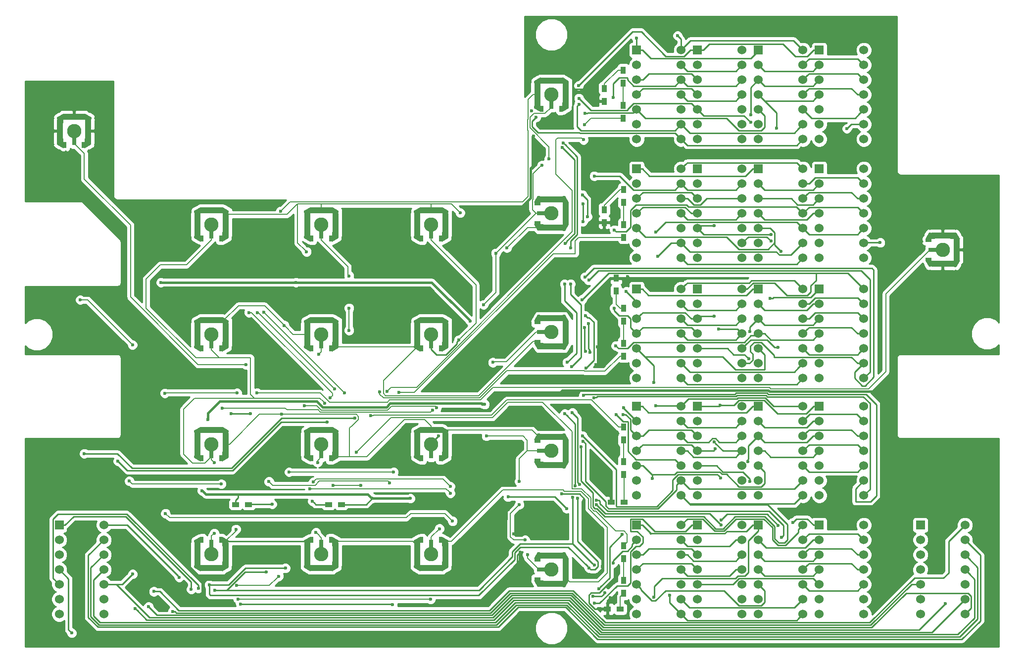
<source format=gtl>
G04 #@! TF.FileFunction,Copper,L1,Top,Signal*
%FSLAX46Y46*%
G04 Gerber Fmt 4.6, Leading zero omitted, Abs format (unit mm)*
G04 Created by KiCad (PCBNEW 4.0.7) date 01/05/18 00:11:09*
%MOMM*%
%LPD*%
G01*
G04 APERTURE LIST*
%ADD10C,0.100000*%
%ADD11R,0.900000X1.200000*%
%ADD12R,1.524000X1.524000*%
%ADD13C,1.524000*%
%ADD14R,1.200000X0.900000*%
%ADD15R,0.608000X1.090000*%
%ADD16R,1.090000X3.920000*%
%ADD17C,2.450000*%
%ADD18R,0.640000X2.450000*%
%ADD19R,3.920000X1.090000*%
%ADD20R,1.090000X0.608000*%
%ADD21R,2.450000X0.640000*%
%ADD22C,0.600000*%
%ADD23C,0.228600*%
%ADD24C,0.381000*%
%ADD25C,0.177800*%
%ADD26C,0.254000*%
G04 APERTURE END LIST*
D10*
D11*
X166500000Y-49300000D03*
X166500000Y-51500000D03*
X166600000Y-69700000D03*
X166600000Y-71900000D03*
X166567000Y-90000000D03*
X166567000Y-92200000D03*
X166567000Y-118504000D03*
X166567000Y-116304000D03*
X166567000Y-138824000D03*
X166567000Y-136624000D03*
X166500000Y-55300000D03*
X166500000Y-57500000D03*
X166600000Y-75700000D03*
X166600000Y-77900000D03*
X166600000Y-96000000D03*
X166600000Y-98200000D03*
X166567000Y-112550000D03*
X166567000Y-110350000D03*
X166567000Y-132870000D03*
X166567000Y-130670000D03*
D12*
X168787000Y-45847000D03*
D13*
X168787000Y-48387000D03*
X168787000Y-50927000D03*
X168787000Y-53467000D03*
X168787000Y-56007000D03*
X168787000Y-58547000D03*
X168787000Y-61087000D03*
X176407000Y-45847000D03*
X176407000Y-48387000D03*
X176407000Y-50927000D03*
X176407000Y-53467000D03*
X176407000Y-56007000D03*
X176407000Y-58547000D03*
X176407000Y-61087000D03*
D12*
X179201000Y-45847000D03*
D13*
X179201000Y-48387000D03*
X179201000Y-50927000D03*
X179201000Y-53467000D03*
X179201000Y-56007000D03*
X179201000Y-58547000D03*
X179201000Y-61087000D03*
X186821000Y-45847000D03*
X186821000Y-48387000D03*
X186821000Y-50927000D03*
X186821000Y-53467000D03*
X186821000Y-56007000D03*
X186821000Y-58547000D03*
X186821000Y-61087000D03*
D12*
X189615000Y-45847000D03*
D13*
X189615000Y-48387000D03*
X189615000Y-50927000D03*
X189615000Y-53467000D03*
X189615000Y-56007000D03*
X189615000Y-58547000D03*
X189615000Y-61087000D03*
X197235000Y-45847000D03*
X197235000Y-48387000D03*
X197235000Y-50927000D03*
X197235000Y-53467000D03*
X197235000Y-56007000D03*
X197235000Y-58547000D03*
X197235000Y-61087000D03*
D12*
X200029000Y-45847000D03*
D13*
X200029000Y-48387000D03*
X200029000Y-50927000D03*
X200029000Y-53467000D03*
X200029000Y-56007000D03*
X200029000Y-58547000D03*
X200029000Y-61087000D03*
X207649000Y-45847000D03*
X207649000Y-48387000D03*
X207649000Y-50927000D03*
X207649000Y-53467000D03*
X207649000Y-56007000D03*
X207649000Y-58547000D03*
X207649000Y-61087000D03*
D12*
X168787000Y-66167000D03*
D13*
X168787000Y-68707000D03*
X168787000Y-71247000D03*
X168787000Y-73787000D03*
X168787000Y-76327000D03*
X168787000Y-78867000D03*
X168787000Y-81407000D03*
X176407000Y-66167000D03*
X176407000Y-68707000D03*
X176407000Y-71247000D03*
X176407000Y-73787000D03*
X176407000Y-76327000D03*
X176407000Y-78867000D03*
X176407000Y-81407000D03*
D12*
X179201000Y-66167000D03*
D13*
X179201000Y-68707000D03*
X179201000Y-71247000D03*
X179201000Y-73787000D03*
X179201000Y-76327000D03*
X179201000Y-78867000D03*
X179201000Y-81407000D03*
X186821000Y-66167000D03*
X186821000Y-68707000D03*
X186821000Y-71247000D03*
X186821000Y-73787000D03*
X186821000Y-76327000D03*
X186821000Y-78867000D03*
X186821000Y-81407000D03*
D12*
X189615000Y-66167000D03*
D13*
X189615000Y-68707000D03*
X189615000Y-71247000D03*
X189615000Y-73787000D03*
X189615000Y-76327000D03*
X189615000Y-78867000D03*
X189615000Y-81407000D03*
X197235000Y-66167000D03*
X197235000Y-68707000D03*
X197235000Y-71247000D03*
X197235000Y-73787000D03*
X197235000Y-76327000D03*
X197235000Y-78867000D03*
X197235000Y-81407000D03*
D12*
X200029000Y-66167000D03*
D13*
X200029000Y-68707000D03*
X200029000Y-71247000D03*
X200029000Y-73787000D03*
X200029000Y-76327000D03*
X200029000Y-78867000D03*
X200029000Y-81407000D03*
X207649000Y-66167000D03*
X207649000Y-68707000D03*
X207649000Y-71247000D03*
X207649000Y-73787000D03*
X207649000Y-76327000D03*
X207649000Y-78867000D03*
X207649000Y-81407000D03*
D12*
X168787000Y-86741000D03*
D13*
X168787000Y-89281000D03*
X168787000Y-91821000D03*
X168787000Y-94361000D03*
X168787000Y-96901000D03*
X168787000Y-99441000D03*
X168787000Y-101981000D03*
X176407000Y-86741000D03*
X176407000Y-89281000D03*
X176407000Y-91821000D03*
X176407000Y-94361000D03*
X176407000Y-96901000D03*
X176407000Y-99441000D03*
X176407000Y-101981000D03*
D12*
X179201000Y-86741000D03*
D13*
X179201000Y-89281000D03*
X179201000Y-91821000D03*
X179201000Y-94361000D03*
X179201000Y-96901000D03*
X179201000Y-99441000D03*
X179201000Y-101981000D03*
X186821000Y-86741000D03*
X186821000Y-89281000D03*
X186821000Y-91821000D03*
X186821000Y-94361000D03*
X186821000Y-96901000D03*
X186821000Y-99441000D03*
X186821000Y-101981000D03*
D12*
X189615000Y-86741000D03*
D13*
X189615000Y-89281000D03*
X189615000Y-91821000D03*
X189615000Y-94361000D03*
X189615000Y-96901000D03*
X189615000Y-99441000D03*
X189615000Y-101981000D03*
X197235000Y-86741000D03*
X197235000Y-89281000D03*
X197235000Y-91821000D03*
X197235000Y-94361000D03*
X197235000Y-96901000D03*
X197235000Y-99441000D03*
X197235000Y-101981000D03*
D12*
X200029000Y-86741000D03*
D13*
X200029000Y-89281000D03*
X200029000Y-91821000D03*
X200029000Y-94361000D03*
X200029000Y-96901000D03*
X200029000Y-99441000D03*
X200029000Y-101981000D03*
X207649000Y-86741000D03*
X207649000Y-89281000D03*
X207649000Y-91821000D03*
X207649000Y-94361000D03*
X207649000Y-96901000D03*
X207649000Y-99441000D03*
X207649000Y-101981000D03*
D12*
X168787000Y-106807000D03*
D13*
X168787000Y-109347000D03*
X168787000Y-111887000D03*
X168787000Y-114427000D03*
X168787000Y-116967000D03*
X168787000Y-119507000D03*
X168787000Y-122047000D03*
X176407000Y-106807000D03*
X176407000Y-109347000D03*
X176407000Y-111887000D03*
X176407000Y-114427000D03*
X176407000Y-116967000D03*
X176407000Y-119507000D03*
X176407000Y-122047000D03*
D12*
X179201000Y-106807000D03*
D13*
X179201000Y-109347000D03*
X179201000Y-111887000D03*
X179201000Y-114427000D03*
X179201000Y-116967000D03*
X179201000Y-119507000D03*
X179201000Y-122047000D03*
X186821000Y-106807000D03*
X186821000Y-109347000D03*
X186821000Y-111887000D03*
X186821000Y-114427000D03*
X186821000Y-116967000D03*
X186821000Y-119507000D03*
X186821000Y-122047000D03*
D12*
X189615000Y-106807000D03*
D13*
X189615000Y-109347000D03*
X189615000Y-111887000D03*
X189615000Y-114427000D03*
X189615000Y-116967000D03*
X189615000Y-119507000D03*
X189615000Y-122047000D03*
X197235000Y-106807000D03*
X197235000Y-109347000D03*
X197235000Y-111887000D03*
X197235000Y-114427000D03*
X197235000Y-116967000D03*
X197235000Y-119507000D03*
X197235000Y-122047000D03*
D12*
X200029000Y-106807000D03*
D13*
X200029000Y-109347000D03*
X200029000Y-111887000D03*
X200029000Y-114427000D03*
X200029000Y-116967000D03*
X200029000Y-119507000D03*
X200029000Y-122047000D03*
X207649000Y-106807000D03*
X207649000Y-109347000D03*
X207649000Y-111887000D03*
X207649000Y-114427000D03*
X207649000Y-116967000D03*
X207649000Y-119507000D03*
X207649000Y-122047000D03*
D12*
X168787000Y-127127000D03*
D13*
X168787000Y-129667000D03*
X168787000Y-132207000D03*
X168787000Y-134747000D03*
X168787000Y-137287000D03*
X168787000Y-139827000D03*
X168787000Y-142367000D03*
X176407000Y-127127000D03*
X176407000Y-129667000D03*
X176407000Y-132207000D03*
X176407000Y-134747000D03*
X176407000Y-137287000D03*
X176407000Y-139827000D03*
X176407000Y-142367000D03*
D12*
X179201000Y-127127000D03*
D13*
X179201000Y-129667000D03*
X179201000Y-132207000D03*
X179201000Y-134747000D03*
X179201000Y-137287000D03*
X179201000Y-139827000D03*
X179201000Y-142367000D03*
X186821000Y-127127000D03*
X186821000Y-129667000D03*
X186821000Y-132207000D03*
X186821000Y-134747000D03*
X186821000Y-137287000D03*
X186821000Y-139827000D03*
X186821000Y-142367000D03*
D12*
X189615000Y-127127000D03*
D13*
X189615000Y-129667000D03*
X189615000Y-132207000D03*
X189615000Y-134747000D03*
X189615000Y-137287000D03*
X189615000Y-139827000D03*
X189615000Y-142367000D03*
X197235000Y-127127000D03*
X197235000Y-129667000D03*
X197235000Y-132207000D03*
X197235000Y-134747000D03*
X197235000Y-137287000D03*
X197235000Y-139827000D03*
X197235000Y-142367000D03*
D12*
X200029000Y-127127000D03*
D13*
X200029000Y-129667000D03*
X200029000Y-132207000D03*
X200029000Y-134747000D03*
X200029000Y-137287000D03*
X200029000Y-139827000D03*
X200029000Y-142367000D03*
X207649000Y-127127000D03*
X207649000Y-129667000D03*
X207649000Y-132207000D03*
X207649000Y-134747000D03*
X207649000Y-137287000D03*
X207649000Y-139827000D03*
X207649000Y-142367000D03*
D12*
X70009000Y-127127000D03*
D13*
X70009000Y-129667000D03*
X70009000Y-132207000D03*
X70009000Y-134747000D03*
X70009000Y-137287000D03*
X70009000Y-139827000D03*
X70009000Y-142367000D03*
X77629000Y-127127000D03*
X77629000Y-129667000D03*
X77629000Y-132207000D03*
X77629000Y-134747000D03*
X77629000Y-137287000D03*
X77629000Y-139827000D03*
X77629000Y-142367000D03*
D12*
X217329000Y-127127000D03*
D13*
X217329000Y-129667000D03*
X217329000Y-132207000D03*
X217329000Y-134747000D03*
X217329000Y-137287000D03*
X217329000Y-139827000D03*
X217329000Y-142367000D03*
X224949000Y-127127000D03*
X224949000Y-129667000D03*
X224949000Y-132207000D03*
X224949000Y-134747000D03*
X224949000Y-137287000D03*
X224949000Y-139827000D03*
X224949000Y-142367000D03*
D11*
X163300000Y-52400000D03*
X163300000Y-54600000D03*
X163250000Y-73150000D03*
X163250000Y-75350000D03*
X165300000Y-87100000D03*
X165300000Y-84900000D03*
D14*
X166624000Y-123200000D03*
X164424000Y-123200000D03*
X166000000Y-141500000D03*
X163800000Y-141500000D03*
D10*
G36*
X94189000Y-78654500D02*
X93099000Y-78029500D01*
X93099000Y-77654500D01*
X94189000Y-77029500D01*
X94189000Y-78654500D01*
X94189000Y-78654500D01*
G37*
G36*
X94189000Y-74354500D02*
X93099000Y-73729500D01*
X93099000Y-73354500D01*
X94189000Y-72729500D01*
X94189000Y-74354500D01*
X94189000Y-74354500D01*
G37*
G36*
X97899000Y-77029500D02*
X98989000Y-77654500D01*
X98989000Y-78029500D01*
X97899000Y-78654500D01*
X97899000Y-77029500D01*
X97899000Y-77029500D01*
G37*
D15*
X94444000Y-78092000D03*
D16*
X98459000Y-75692000D03*
D17*
X96044000Y-75692000D03*
D18*
X96044000Y-76942000D03*
D16*
X93629000Y-75692000D03*
D19*
X96044000Y-73277000D03*
D15*
X97644000Y-78092000D03*
D10*
G36*
X97949000Y-72729500D02*
X99039000Y-73354500D01*
X99039000Y-73729500D01*
X97949000Y-74354500D01*
X97949000Y-72729500D01*
X97949000Y-72729500D01*
G37*
G36*
X94189000Y-97450500D02*
X93099000Y-96825500D01*
X93099000Y-96450500D01*
X94189000Y-95825500D01*
X94189000Y-97450500D01*
X94189000Y-97450500D01*
G37*
G36*
X94189000Y-93150500D02*
X93099000Y-92525500D01*
X93099000Y-92150500D01*
X94189000Y-91525500D01*
X94189000Y-93150500D01*
X94189000Y-93150500D01*
G37*
G36*
X97899000Y-95825500D02*
X98989000Y-96450500D01*
X98989000Y-96825500D01*
X97899000Y-97450500D01*
X97899000Y-95825500D01*
X97899000Y-95825500D01*
G37*
D15*
X94444000Y-96888000D03*
D16*
X98459000Y-94488000D03*
D17*
X96044000Y-94488000D03*
D18*
X96044000Y-95738000D03*
D16*
X93629000Y-94488000D03*
D19*
X96044000Y-92073000D03*
D15*
X97644000Y-96888000D03*
D10*
G36*
X97949000Y-91525500D02*
X99039000Y-92150500D01*
X99039000Y-92525500D01*
X97949000Y-93150500D01*
X97949000Y-91525500D01*
X97949000Y-91525500D01*
G37*
G36*
X94189000Y-116246500D02*
X93099000Y-115621500D01*
X93099000Y-115246500D01*
X94189000Y-114621500D01*
X94189000Y-116246500D01*
X94189000Y-116246500D01*
G37*
G36*
X94189000Y-111946500D02*
X93099000Y-111321500D01*
X93099000Y-110946500D01*
X94189000Y-110321500D01*
X94189000Y-111946500D01*
X94189000Y-111946500D01*
G37*
G36*
X97899000Y-114621500D02*
X98989000Y-115246500D01*
X98989000Y-115621500D01*
X97899000Y-116246500D01*
X97899000Y-114621500D01*
X97899000Y-114621500D01*
G37*
D15*
X94444000Y-115684000D03*
D16*
X98459000Y-113284000D03*
D17*
X96044000Y-113284000D03*
D18*
X96044000Y-114534000D03*
D16*
X93629000Y-113284000D03*
D19*
X96044000Y-110869000D03*
D15*
X97644000Y-115684000D03*
D10*
G36*
X97949000Y-110321500D02*
X99039000Y-110946500D01*
X99039000Y-111321500D01*
X97949000Y-111946500D01*
X97949000Y-110321500D01*
X97949000Y-110321500D01*
G37*
G36*
X97899000Y-129117500D02*
X98989000Y-129742500D01*
X98989000Y-130117500D01*
X97899000Y-130742500D01*
X97899000Y-129117500D01*
X97899000Y-129117500D01*
G37*
G36*
X97899000Y-133417500D02*
X98989000Y-134042500D01*
X98989000Y-134417500D01*
X97899000Y-135042500D01*
X97899000Y-133417500D01*
X97899000Y-133417500D01*
G37*
G36*
X94189000Y-130742500D02*
X93099000Y-130117500D01*
X93099000Y-129742500D01*
X94189000Y-129117500D01*
X94189000Y-130742500D01*
X94189000Y-130742500D01*
G37*
D15*
X97644000Y-129680000D03*
D16*
X93629000Y-132080000D03*
D17*
X96044000Y-132080000D03*
D18*
X96044000Y-130830000D03*
D16*
X98459000Y-132080000D03*
D19*
X96044000Y-134495000D03*
D15*
X94444000Y-129680000D03*
D10*
G36*
X94139000Y-135042500D02*
X93049000Y-134417500D01*
X93049000Y-134042500D01*
X94139000Y-133417500D01*
X94139000Y-135042500D01*
X94139000Y-135042500D01*
G37*
G36*
X112985000Y-78654500D02*
X111895000Y-78029500D01*
X111895000Y-77654500D01*
X112985000Y-77029500D01*
X112985000Y-78654500D01*
X112985000Y-78654500D01*
G37*
G36*
X112985000Y-74354500D02*
X111895000Y-73729500D01*
X111895000Y-73354500D01*
X112985000Y-72729500D01*
X112985000Y-74354500D01*
X112985000Y-74354500D01*
G37*
G36*
X116695000Y-77029500D02*
X117785000Y-77654500D01*
X117785000Y-78029500D01*
X116695000Y-78654500D01*
X116695000Y-77029500D01*
X116695000Y-77029500D01*
G37*
D15*
X113240000Y-78092000D03*
D16*
X117255000Y-75692000D03*
D17*
X114840000Y-75692000D03*
D18*
X114840000Y-76942000D03*
D16*
X112425000Y-75692000D03*
D19*
X114840000Y-73277000D03*
D15*
X116440000Y-78092000D03*
D10*
G36*
X116745000Y-72729500D02*
X117835000Y-73354500D01*
X117835000Y-73729500D01*
X116745000Y-74354500D01*
X116745000Y-72729500D01*
X116745000Y-72729500D01*
G37*
G36*
X112985000Y-97450500D02*
X111895000Y-96825500D01*
X111895000Y-96450500D01*
X112985000Y-95825500D01*
X112985000Y-97450500D01*
X112985000Y-97450500D01*
G37*
G36*
X112985000Y-93150500D02*
X111895000Y-92525500D01*
X111895000Y-92150500D01*
X112985000Y-91525500D01*
X112985000Y-93150500D01*
X112985000Y-93150500D01*
G37*
G36*
X116695000Y-95825500D02*
X117785000Y-96450500D01*
X117785000Y-96825500D01*
X116695000Y-97450500D01*
X116695000Y-95825500D01*
X116695000Y-95825500D01*
G37*
D15*
X113240000Y-96888000D03*
D16*
X117255000Y-94488000D03*
D17*
X114840000Y-94488000D03*
D18*
X114840000Y-95738000D03*
D16*
X112425000Y-94488000D03*
D19*
X114840000Y-92073000D03*
D15*
X116440000Y-96888000D03*
D10*
G36*
X116745000Y-91525500D02*
X117835000Y-92150500D01*
X117835000Y-92525500D01*
X116745000Y-93150500D01*
X116745000Y-91525500D01*
X116745000Y-91525500D01*
G37*
G36*
X112985000Y-116246500D02*
X111895000Y-115621500D01*
X111895000Y-115246500D01*
X112985000Y-114621500D01*
X112985000Y-116246500D01*
X112985000Y-116246500D01*
G37*
G36*
X112985000Y-111946500D02*
X111895000Y-111321500D01*
X111895000Y-110946500D01*
X112985000Y-110321500D01*
X112985000Y-111946500D01*
X112985000Y-111946500D01*
G37*
G36*
X116695000Y-114621500D02*
X117785000Y-115246500D01*
X117785000Y-115621500D01*
X116695000Y-116246500D01*
X116695000Y-114621500D01*
X116695000Y-114621500D01*
G37*
D15*
X113240000Y-115684000D03*
D16*
X117255000Y-113284000D03*
D17*
X114840000Y-113284000D03*
D18*
X114840000Y-114534000D03*
D16*
X112425000Y-113284000D03*
D19*
X114840000Y-110869000D03*
D15*
X116440000Y-115684000D03*
D10*
G36*
X116745000Y-110321500D02*
X117835000Y-110946500D01*
X117835000Y-111321500D01*
X116745000Y-111946500D01*
X116745000Y-110321500D01*
X116745000Y-110321500D01*
G37*
G36*
X116695000Y-129117500D02*
X117785000Y-129742500D01*
X117785000Y-130117500D01*
X116695000Y-130742500D01*
X116695000Y-129117500D01*
X116695000Y-129117500D01*
G37*
G36*
X116695000Y-133417500D02*
X117785000Y-134042500D01*
X117785000Y-134417500D01*
X116695000Y-135042500D01*
X116695000Y-133417500D01*
X116695000Y-133417500D01*
G37*
G36*
X112985000Y-130742500D02*
X111895000Y-130117500D01*
X111895000Y-129742500D01*
X112985000Y-129117500D01*
X112985000Y-130742500D01*
X112985000Y-130742500D01*
G37*
D15*
X116440000Y-129680000D03*
D16*
X112425000Y-132080000D03*
D17*
X114840000Y-132080000D03*
D18*
X114840000Y-130830000D03*
D16*
X117255000Y-132080000D03*
D19*
X114840000Y-134495000D03*
D15*
X113240000Y-129680000D03*
D10*
G36*
X112935000Y-135042500D02*
X111845000Y-134417500D01*
X111845000Y-134042500D01*
X112935000Y-133417500D01*
X112935000Y-135042500D01*
X112935000Y-135042500D01*
G37*
G36*
X70694000Y-62652500D02*
X69604000Y-62027500D01*
X69604000Y-61652500D01*
X70694000Y-61027500D01*
X70694000Y-62652500D01*
X70694000Y-62652500D01*
G37*
G36*
X70694000Y-58352500D02*
X69604000Y-57727500D01*
X69604000Y-57352500D01*
X70694000Y-56727500D01*
X70694000Y-58352500D01*
X70694000Y-58352500D01*
G37*
G36*
X74404000Y-61027500D02*
X75494000Y-61652500D01*
X75494000Y-62027500D01*
X74404000Y-62652500D01*
X74404000Y-61027500D01*
X74404000Y-61027500D01*
G37*
D15*
X70949000Y-62090000D03*
D16*
X74964000Y-59690000D03*
D17*
X72549000Y-59690000D03*
D18*
X72549000Y-60940000D03*
D16*
X70134000Y-59690000D03*
D19*
X72549000Y-57275000D03*
D15*
X74149000Y-62090000D03*
D10*
G36*
X74454000Y-56727500D02*
X75544000Y-57352500D01*
X75544000Y-57727500D01*
X74454000Y-58352500D01*
X74454000Y-56727500D01*
X74454000Y-56727500D01*
G37*
G36*
X131781000Y-78654500D02*
X130691000Y-78029500D01*
X130691000Y-77654500D01*
X131781000Y-77029500D01*
X131781000Y-78654500D01*
X131781000Y-78654500D01*
G37*
G36*
X131781000Y-74354500D02*
X130691000Y-73729500D01*
X130691000Y-73354500D01*
X131781000Y-72729500D01*
X131781000Y-74354500D01*
X131781000Y-74354500D01*
G37*
G36*
X135491000Y-77029500D02*
X136581000Y-77654500D01*
X136581000Y-78029500D01*
X135491000Y-78654500D01*
X135491000Y-77029500D01*
X135491000Y-77029500D01*
G37*
D15*
X132036000Y-78092000D03*
D16*
X136051000Y-75692000D03*
D17*
X133636000Y-75692000D03*
D18*
X133636000Y-76942000D03*
D16*
X131221000Y-75692000D03*
D19*
X133636000Y-73277000D03*
D15*
X135236000Y-78092000D03*
D10*
G36*
X135541000Y-72729500D02*
X136631000Y-73354500D01*
X136631000Y-73729500D01*
X135541000Y-74354500D01*
X135541000Y-72729500D01*
X135541000Y-72729500D01*
G37*
G36*
X131781000Y-97450500D02*
X130691000Y-96825500D01*
X130691000Y-96450500D01*
X131781000Y-95825500D01*
X131781000Y-97450500D01*
X131781000Y-97450500D01*
G37*
G36*
X131781000Y-93150500D02*
X130691000Y-92525500D01*
X130691000Y-92150500D01*
X131781000Y-91525500D01*
X131781000Y-93150500D01*
X131781000Y-93150500D01*
G37*
G36*
X135491000Y-95825500D02*
X136581000Y-96450500D01*
X136581000Y-96825500D01*
X135491000Y-97450500D01*
X135491000Y-95825500D01*
X135491000Y-95825500D01*
G37*
D15*
X132036000Y-96888000D03*
D16*
X136051000Y-94488000D03*
D17*
X133636000Y-94488000D03*
D18*
X133636000Y-95738000D03*
D16*
X131221000Y-94488000D03*
D19*
X133636000Y-92073000D03*
D15*
X135236000Y-96888000D03*
D10*
G36*
X135541000Y-91525500D02*
X136631000Y-92150500D01*
X136631000Y-92525500D01*
X135541000Y-93150500D01*
X135541000Y-91525500D01*
X135541000Y-91525500D01*
G37*
G36*
X131781000Y-116246500D02*
X130691000Y-115621500D01*
X130691000Y-115246500D01*
X131781000Y-114621500D01*
X131781000Y-116246500D01*
X131781000Y-116246500D01*
G37*
G36*
X131781000Y-111946500D02*
X130691000Y-111321500D01*
X130691000Y-110946500D01*
X131781000Y-110321500D01*
X131781000Y-111946500D01*
X131781000Y-111946500D01*
G37*
G36*
X135491000Y-114621500D02*
X136581000Y-115246500D01*
X136581000Y-115621500D01*
X135491000Y-116246500D01*
X135491000Y-114621500D01*
X135491000Y-114621500D01*
G37*
D15*
X132036000Y-115684000D03*
D16*
X136051000Y-113284000D03*
D17*
X133636000Y-113284000D03*
D18*
X133636000Y-114534000D03*
D16*
X131221000Y-113284000D03*
D19*
X133636000Y-110869000D03*
D15*
X135236000Y-115684000D03*
D10*
G36*
X135541000Y-110321500D02*
X136631000Y-110946500D01*
X136631000Y-111321500D01*
X135541000Y-111946500D01*
X135541000Y-110321500D01*
X135541000Y-110321500D01*
G37*
G36*
X135491000Y-129117500D02*
X136581000Y-129742500D01*
X136581000Y-130117500D01*
X135491000Y-130742500D01*
X135491000Y-129117500D01*
X135491000Y-129117500D01*
G37*
G36*
X135491000Y-133417500D02*
X136581000Y-134042500D01*
X136581000Y-134417500D01*
X135491000Y-135042500D01*
X135491000Y-133417500D01*
X135491000Y-133417500D01*
G37*
G36*
X131781000Y-130742500D02*
X130691000Y-130117500D01*
X130691000Y-129742500D01*
X131781000Y-129117500D01*
X131781000Y-130742500D01*
X131781000Y-130742500D01*
G37*
D15*
X135236000Y-129680000D03*
D16*
X131221000Y-132080000D03*
D17*
X133636000Y-132080000D03*
D18*
X133636000Y-130830000D03*
D16*
X136051000Y-132080000D03*
D19*
X133636000Y-134495000D03*
D15*
X132036000Y-129680000D03*
D10*
G36*
X131731000Y-135042500D02*
X130641000Y-134417500D01*
X130641000Y-134042500D01*
X131731000Y-133417500D01*
X131731000Y-135042500D01*
X131731000Y-135042500D01*
G37*
G36*
X218176500Y-78155000D02*
X218801500Y-77065000D01*
X219176500Y-77065000D01*
X219801500Y-78155000D01*
X218176500Y-78155000D01*
X218176500Y-78155000D01*
G37*
G36*
X222476500Y-78155000D02*
X223101500Y-77065000D01*
X223476500Y-77065000D01*
X224101500Y-78155000D01*
X222476500Y-78155000D01*
X222476500Y-78155000D01*
G37*
G36*
X219801500Y-81865000D02*
X219176500Y-82955000D01*
X218801500Y-82955000D01*
X218176500Y-81865000D01*
X219801500Y-81865000D01*
X219801500Y-81865000D01*
G37*
D20*
X218739000Y-78410000D03*
D19*
X221139000Y-82425000D03*
D17*
X221139000Y-80010000D03*
D21*
X219889000Y-80010000D03*
D19*
X221139000Y-77595000D03*
D16*
X223554000Y-80010000D03*
D20*
X218739000Y-81610000D03*
D10*
G36*
X224101500Y-81915000D02*
X223476500Y-83005000D01*
X223101500Y-83005000D01*
X222476500Y-81915000D01*
X224101500Y-81915000D01*
X224101500Y-81915000D01*
G37*
G36*
X151247500Y-71932000D02*
X151872500Y-70842000D01*
X152247500Y-70842000D01*
X152872500Y-71932000D01*
X151247500Y-71932000D01*
X151247500Y-71932000D01*
G37*
G36*
X155547500Y-71932000D02*
X156172500Y-70842000D01*
X156547500Y-70842000D01*
X157172500Y-71932000D01*
X155547500Y-71932000D01*
X155547500Y-71932000D01*
G37*
G36*
X152872500Y-75642000D02*
X152247500Y-76732000D01*
X151872500Y-76732000D01*
X151247500Y-75642000D01*
X152872500Y-75642000D01*
X152872500Y-75642000D01*
G37*
D20*
X151810000Y-72187000D03*
D19*
X154210000Y-76202000D03*
D17*
X154210000Y-73787000D03*
D21*
X152960000Y-73787000D03*
D19*
X154210000Y-71372000D03*
D16*
X156625000Y-73787000D03*
D20*
X151810000Y-75387000D03*
D10*
G36*
X157172500Y-75692000D02*
X156547500Y-76782000D01*
X156172500Y-76782000D01*
X155547500Y-75692000D01*
X157172500Y-75692000D01*
X157172500Y-75692000D01*
G37*
G36*
X151247500Y-92252000D02*
X151872500Y-91162000D01*
X152247500Y-91162000D01*
X152872500Y-92252000D01*
X151247500Y-92252000D01*
X151247500Y-92252000D01*
G37*
G36*
X155547500Y-92252000D02*
X156172500Y-91162000D01*
X156547500Y-91162000D01*
X157172500Y-92252000D01*
X155547500Y-92252000D01*
X155547500Y-92252000D01*
G37*
G36*
X152872500Y-95962000D02*
X152247500Y-97052000D01*
X151872500Y-97052000D01*
X151247500Y-95962000D01*
X152872500Y-95962000D01*
X152872500Y-95962000D01*
G37*
D20*
X151810000Y-92507000D03*
D19*
X154210000Y-96522000D03*
D17*
X154210000Y-94107000D03*
D21*
X152960000Y-94107000D03*
D19*
X154210000Y-91692000D03*
D16*
X156625000Y-94107000D03*
D20*
X151810000Y-95707000D03*
D10*
G36*
X157172500Y-96012000D02*
X156547500Y-97102000D01*
X156172500Y-97102000D01*
X155547500Y-96012000D01*
X157172500Y-96012000D01*
X157172500Y-96012000D01*
G37*
G36*
X151247500Y-112572000D02*
X151872500Y-111482000D01*
X152247500Y-111482000D01*
X152872500Y-112572000D01*
X151247500Y-112572000D01*
X151247500Y-112572000D01*
G37*
G36*
X155547500Y-112572000D02*
X156172500Y-111482000D01*
X156547500Y-111482000D01*
X157172500Y-112572000D01*
X155547500Y-112572000D01*
X155547500Y-112572000D01*
G37*
G36*
X152872500Y-116282000D02*
X152247500Y-117372000D01*
X151872500Y-117372000D01*
X151247500Y-116282000D01*
X152872500Y-116282000D01*
X152872500Y-116282000D01*
G37*
D20*
X151810000Y-112827000D03*
D19*
X154210000Y-116842000D03*
D17*
X154210000Y-114427000D03*
D21*
X152960000Y-114427000D03*
D19*
X154210000Y-112012000D03*
D16*
X156625000Y-114427000D03*
D20*
X151810000Y-116027000D03*
D10*
G36*
X157172500Y-116332000D02*
X156547500Y-117422000D01*
X156172500Y-117422000D01*
X155547500Y-116332000D01*
X157172500Y-116332000D01*
X157172500Y-116332000D01*
G37*
G36*
X151247500Y-132892000D02*
X151872500Y-131802000D01*
X152247500Y-131802000D01*
X152872500Y-132892000D01*
X151247500Y-132892000D01*
X151247500Y-132892000D01*
G37*
G36*
X155547500Y-132892000D02*
X156172500Y-131802000D01*
X156547500Y-131802000D01*
X157172500Y-132892000D01*
X155547500Y-132892000D01*
X155547500Y-132892000D01*
G37*
G36*
X152872500Y-136602000D02*
X152247500Y-137692000D01*
X151872500Y-137692000D01*
X151247500Y-136602000D01*
X152872500Y-136602000D01*
X152872500Y-136602000D01*
G37*
D20*
X151810000Y-133147000D03*
D19*
X154210000Y-137162000D03*
D17*
X154210000Y-134747000D03*
D21*
X152960000Y-134747000D03*
D19*
X154210000Y-132332000D03*
D16*
X156625000Y-134747000D03*
D20*
X151810000Y-136347000D03*
D10*
G36*
X157172500Y-136652000D02*
X156547500Y-137742000D01*
X156172500Y-137742000D01*
X155547500Y-136652000D01*
X157172500Y-136652000D01*
X157172500Y-136652000D01*
G37*
G36*
X152355000Y-56429500D02*
X151265000Y-55804500D01*
X151265000Y-55429500D01*
X152355000Y-54804500D01*
X152355000Y-56429500D01*
X152355000Y-56429500D01*
G37*
G36*
X152355000Y-52129500D02*
X151265000Y-51504500D01*
X151265000Y-51129500D01*
X152355000Y-50504500D01*
X152355000Y-52129500D01*
X152355000Y-52129500D01*
G37*
G36*
X156065000Y-54804500D02*
X157155000Y-55429500D01*
X157155000Y-55804500D01*
X156065000Y-56429500D01*
X156065000Y-54804500D01*
X156065000Y-54804500D01*
G37*
D15*
X152610000Y-55867000D03*
D16*
X156625000Y-53467000D03*
D17*
X154210000Y-53467000D03*
D18*
X154210000Y-54717000D03*
D16*
X151795000Y-53467000D03*
D19*
X154210000Y-51052000D03*
D15*
X155810000Y-55867000D03*
D10*
G36*
X156115000Y-50504500D02*
X157205000Y-51129500D01*
X157205000Y-51504500D01*
X156115000Y-52129500D01*
X156115000Y-50504500D01*
X156115000Y-50504500D01*
G37*
D14*
X100200000Y-123600000D03*
X102400000Y-123600000D03*
X118300000Y-123600000D03*
X116100000Y-123600000D03*
D22*
X221480475Y-86831114D03*
X221480475Y-88500000D03*
X98250000Y-136150000D03*
X142500000Y-128000000D03*
X142500000Y-127000000D03*
X141000000Y-119500000D03*
X141000000Y-118500000D03*
X142000000Y-118500000D03*
X142000000Y-119500000D03*
X101150000Y-92700000D03*
X155354248Y-106731642D03*
X147939014Y-102419443D03*
X153850000Y-123450000D03*
X148850000Y-131800000D03*
X148350000Y-134550000D03*
X167250000Y-84569356D03*
X140100000Y-109950000D03*
X150850000Y-107850000D03*
X151138596Y-60568232D03*
X161713636Y-50692574D03*
X161786853Y-51650000D03*
X122500000Y-136500000D03*
X140450000Y-99300000D03*
X84200000Y-138400000D03*
X149350000Y-73750000D03*
X94200000Y-136150000D03*
X151300000Y-87050000D03*
X99900000Y-140550000D03*
X150900000Y-77850000D03*
X155250000Y-104900000D03*
X159050000Y-83150000D03*
X162318762Y-127261601D03*
X73800000Y-91750000D03*
X146600000Y-74750000D03*
X151100000Y-65650000D03*
X151850000Y-58550000D03*
X150850000Y-56250000D03*
X161150000Y-61450000D03*
X161950000Y-69950000D03*
X147600000Y-104900000D03*
X149700000Y-98800000D03*
X161700000Y-79200000D03*
X161650000Y-76100000D03*
X162100000Y-89650000D03*
X162100000Y-96650000D03*
X161800000Y-99650000D03*
X161850000Y-109050000D03*
X161700000Y-110850000D03*
X161500000Y-115200000D03*
X161600000Y-119400000D03*
X164239614Y-139561438D03*
X165250000Y-135500000D03*
X148850000Y-137550000D03*
X162950000Y-134200000D03*
X156000000Y-121800000D03*
X132000000Y-123200000D03*
X136935873Y-123300000D03*
X138250000Y-134500000D03*
X146850000Y-124450000D03*
X147750000Y-128600000D03*
X152600000Y-127300000D03*
X86600000Y-134300000D03*
X91050000Y-131950000D03*
X129500000Y-80350000D03*
X139950000Y-80450000D03*
X145700000Y-82650000D03*
X89700000Y-90250000D03*
X133850000Y-107496436D03*
X97900000Y-107100000D03*
X133550000Y-139850000D03*
X100600000Y-139850000D03*
X102750000Y-108068427D03*
X99400000Y-108100000D03*
X137307890Y-126450000D03*
X88091071Y-104560822D03*
X100450000Y-104500000D03*
X88200000Y-125150000D03*
X101932361Y-99654213D03*
X103863649Y-104527511D03*
X100252805Y-127841132D03*
X107900000Y-73400000D03*
X108501750Y-92950511D03*
X108100000Y-108186741D03*
X148703883Y-119663847D03*
X149723386Y-129692368D03*
X148717340Y-123627713D03*
X152582720Y-65554290D03*
X153809220Y-64459670D03*
X144700000Y-80600000D03*
X142600000Y-89400000D03*
X143100000Y-111900000D03*
X144200000Y-99300000D03*
X150100000Y-132200000D03*
X112322321Y-80343208D03*
X138600000Y-73700000D03*
X146600000Y-79700000D03*
X113932504Y-128375976D03*
X114207890Y-116412120D03*
X119600000Y-93800000D03*
X119600000Y-90000000D03*
X119600000Y-84500000D03*
X114400000Y-97900000D03*
X138350504Y-95479429D03*
X134893006Y-111891822D03*
X135050000Y-127750000D03*
X134600000Y-107050000D03*
X111945440Y-106667038D03*
X96536043Y-128514357D03*
X115445217Y-106272520D03*
X96556459Y-116462731D03*
X121566710Y-120333290D03*
X116874689Y-120333290D03*
X130075299Y-122574701D03*
X140328993Y-92205823D03*
X94427712Y-121269080D03*
X123582319Y-122542156D03*
X87407525Y-85614730D03*
X110500000Y-85600000D03*
X142805371Y-106471324D03*
X95429537Y-109067407D03*
X73600000Y-88600000D03*
X82550000Y-96300000D03*
X126542649Y-119916710D03*
X105900000Y-119700000D03*
X127231212Y-118045212D03*
X109350000Y-118050000D03*
X127042044Y-140769047D03*
X101015789Y-140640462D03*
X97750000Y-120100000D03*
X82000000Y-119600000D03*
X159053561Y-120194770D03*
X158686340Y-122573711D03*
X160649056Y-134454968D03*
X157498491Y-85865819D03*
X108700000Y-134500000D03*
X156245114Y-61745825D03*
X95662491Y-137352753D03*
X157800000Y-107900000D03*
X157700000Y-100000000D03*
X157500000Y-79700000D03*
X156566474Y-78966474D03*
X156490571Y-108057352D03*
X157874884Y-122392110D03*
X158302410Y-120396668D03*
X161529694Y-133978948D03*
X156455550Y-85882916D03*
X105432164Y-135117151D03*
X156080973Y-62538515D03*
X96650837Y-138286193D03*
X156900000Y-99300000D03*
X136935873Y-121684083D03*
X112850000Y-120900000D03*
X136935873Y-120497437D03*
X113517718Y-119749613D03*
X115870678Y-109533620D03*
X80048064Y-116170608D03*
X116378599Y-105354313D03*
X102489971Y-90750670D03*
X104992080Y-90700290D03*
X118835710Y-104522103D03*
X103900000Y-90800000D03*
X117150000Y-103850000D03*
X120609009Y-108797875D03*
X74300000Y-114900000D03*
X120838948Y-114679394D03*
X123300000Y-108374166D03*
X124866710Y-104312148D03*
X128169917Y-104450429D03*
X159700000Y-61200000D03*
X159900000Y-58600000D03*
X126103613Y-104231284D03*
X146800354Y-122315956D03*
X107563180Y-135885658D03*
X100335522Y-137471512D03*
X156810368Y-124323921D03*
X168800000Y-43779903D03*
X159966677Y-56633039D03*
X175800000Y-43387975D03*
X164800000Y-54000000D03*
X158934352Y-55110702D03*
X151603304Y-57328168D03*
X158883608Y-51918374D03*
X158917572Y-54108741D03*
X188300000Y-58200000D03*
X204750000Y-59300000D03*
X188300908Y-56924532D03*
X192701504Y-59192110D03*
X193525592Y-80328748D03*
X161547080Y-67409604D03*
X159516467Y-70628113D03*
X172450000Y-81150000D03*
X160350000Y-74350000D03*
X159585632Y-75170323D03*
X159600000Y-72200000D03*
X182100000Y-75900000D03*
X191783369Y-77415200D03*
X210450000Y-78800000D03*
X191800000Y-78550000D03*
X164997236Y-76625121D03*
X172081942Y-76963473D03*
X167000000Y-87150000D03*
X182100000Y-91350000D03*
X164950000Y-90000000D03*
X171768685Y-102768685D03*
X182847622Y-93587003D03*
X192950000Y-96700000D03*
X160838270Y-97540352D03*
X160550000Y-92650000D03*
X160077731Y-97377344D03*
X159900000Y-93300000D03*
X191650000Y-88350000D03*
X187997995Y-98696196D03*
X160150000Y-100250000D03*
X160050000Y-91300000D03*
X159450000Y-88550000D03*
X159992797Y-84665645D03*
X160617072Y-85237943D03*
X188159830Y-94008343D03*
X165250000Y-96450000D03*
X166594476Y-107011343D03*
X166496981Y-108220350D03*
X182248013Y-114077233D03*
X171500000Y-119150000D03*
X172050000Y-106700000D03*
X182034149Y-112900985D03*
X165257170Y-108214502D03*
X159626477Y-112763848D03*
X159308776Y-113769911D03*
X183100000Y-106650000D03*
X183165006Y-119050916D03*
X188190798Y-119645519D03*
X159550000Y-111850000D03*
X159750000Y-104918310D03*
X161460003Y-105324721D03*
X187857890Y-116287319D03*
X161335812Y-139347372D03*
X163359116Y-138728254D03*
X171700000Y-139500000D03*
X164760579Y-133606315D03*
X162294207Y-138018423D03*
X166350000Y-128700000D03*
X174450000Y-139100000D03*
X183250000Y-126258598D03*
X195500000Y-126700000D03*
X193012625Y-127187375D03*
X161584023Y-140531583D03*
X161911903Y-122891879D03*
X193600000Y-129200000D03*
X161929033Y-123669503D03*
X183284563Y-127152807D03*
X92600000Y-138100000D03*
X72153079Y-145597449D03*
X93800000Y-137950000D03*
X90551816Y-136050819D03*
X82566856Y-135523371D03*
X221600000Y-140600000D03*
X89400000Y-141943293D03*
X86200000Y-138500000D03*
X83020228Y-141413963D03*
X85300000Y-141100000D03*
X113312134Y-123032265D03*
X106450000Y-123550000D03*
D23*
X98250000Y-136150000D02*
X94200000Y-136150000D01*
X142500000Y-127000000D02*
X142500000Y-128000000D01*
X141000000Y-118500000D02*
X141000000Y-119500000D01*
X142000000Y-119500000D02*
X142000000Y-118500000D01*
X146550001Y-124749999D02*
X146550001Y-126199999D01*
X146550001Y-126199999D02*
X138549999Y-134200001D01*
X146850000Y-124450000D02*
X146550001Y-124749999D01*
X138549999Y-134200001D02*
X138250000Y-134500000D01*
X155778512Y-106731642D02*
X155354248Y-106731642D01*
X159531642Y-106731642D02*
X155778512Y-106731642D01*
X161850000Y-109050000D02*
X159531642Y-106731642D01*
X148350000Y-134550000D02*
X148350000Y-132300000D01*
X148350000Y-132300000D02*
X148850000Y-131800000D01*
X159050000Y-83150000D02*
X159050000Y-81850000D01*
X159050000Y-81850000D02*
X161700000Y-79200000D01*
X165300000Y-84900000D02*
X166919356Y-84900000D01*
X166919356Y-84900000D02*
X167250000Y-84569356D01*
D24*
X94499999Y-136749999D02*
X94200000Y-136450000D01*
X94200000Y-140100000D02*
X94499999Y-139800001D01*
X94499999Y-139800001D02*
X94499999Y-136749999D01*
D23*
X146450001Y-108149999D02*
X144650000Y-109950000D01*
X144650000Y-109950000D02*
X140100000Y-109950000D01*
X150850000Y-107850000D02*
X150550001Y-108149999D01*
X150550001Y-108149999D02*
X146450001Y-108149999D01*
D24*
X151100000Y-60606828D02*
X151138596Y-60568232D01*
X151100000Y-65650000D02*
X151100000Y-60606828D01*
D23*
X163300000Y-54600000D02*
X162621400Y-54600000D01*
X155950000Y-58550000D02*
X152274264Y-58550000D01*
X162621400Y-54600000D02*
X160561712Y-52540312D01*
X152274264Y-58550000D02*
X151850000Y-58550000D01*
X157462101Y-57037899D02*
X155950000Y-58550000D01*
X160561712Y-52540312D02*
X158309688Y-52540312D01*
X161786853Y-51650000D02*
X161786853Y-50765791D01*
X161786853Y-50765791D02*
X161713636Y-50692574D01*
D24*
X110650000Y-134450000D02*
X112700000Y-136500000D01*
X112700000Y-136500000D02*
X122500000Y-136500000D01*
X110650000Y-134050000D02*
X110650000Y-134450000D01*
X109100000Y-132500000D02*
X110650000Y-134050000D01*
X101900000Y-132500000D02*
X109100000Y-132500000D01*
X98549999Y-135850001D02*
X101900000Y-132500000D01*
X97450000Y-136150000D02*
X97749999Y-135850001D01*
X94200000Y-136450000D02*
X97150000Y-136450000D01*
X97150000Y-136450000D02*
X97450000Y-136150000D01*
X99900000Y-140550000D02*
X94650000Y-140550000D01*
X94650000Y-140550000D02*
X94200000Y-140100000D01*
X151300000Y-87050000D02*
X151300000Y-88450000D01*
X151300000Y-88450000D02*
X140450000Y-99300000D01*
X159050000Y-83150000D02*
X155200000Y-83150000D01*
X155200000Y-83150000D02*
X151300000Y-87050000D01*
X84200000Y-138400000D02*
X86600000Y-136000000D01*
X86600000Y-136000000D02*
X86600000Y-134300000D01*
D25*
X149350000Y-73750000D02*
X149350000Y-74174264D01*
X149350000Y-74174264D02*
X148774264Y-74750000D01*
X148774264Y-74750000D02*
X147024264Y-74750000D01*
X147024264Y-74750000D02*
X146600000Y-74750000D01*
D24*
X94200000Y-136450000D02*
X94200000Y-136155903D01*
X94200000Y-136155903D02*
X91050000Y-133005903D01*
X91050000Y-133005903D02*
X91050000Y-131950000D01*
X94200000Y-140100000D02*
X92400000Y-140100000D01*
D23*
X121585304Y-79033704D02*
X121285305Y-78733705D01*
X122901600Y-80350000D02*
X121585304Y-79033704D01*
X129500000Y-80350000D02*
X122901600Y-80350000D01*
D24*
X146600000Y-74750000D02*
X145650000Y-74750000D01*
X145650000Y-74750000D02*
X139950000Y-80450000D01*
X92400000Y-140100000D02*
X86600000Y-134300000D01*
X218989000Y-77610000D02*
X218989000Y-78160000D01*
X218989000Y-78160000D02*
X218739000Y-78410000D01*
X221139000Y-77595000D02*
X219004000Y-77595000D01*
X219004000Y-77595000D02*
X218989000Y-77610000D01*
X223289000Y-77610000D02*
X221154000Y-77610000D01*
X221154000Y-77610000D02*
X221139000Y-77595000D01*
X223554000Y-80010000D02*
X223554000Y-77875000D01*
X223554000Y-77875000D02*
X223289000Y-77610000D01*
X223289000Y-82460000D02*
X223289000Y-80275000D01*
X223289000Y-80275000D02*
X223554000Y-80010000D01*
X221139000Y-82425000D02*
X223254000Y-82425000D01*
X223254000Y-82425000D02*
X223289000Y-82460000D01*
X218989000Y-82410000D02*
X221124000Y-82410000D01*
X221124000Y-82410000D02*
X221139000Y-82425000D01*
X218739000Y-81610000D02*
X218739000Y-82160000D01*
X218739000Y-82160000D02*
X218989000Y-82410000D01*
X221139000Y-82425000D02*
X221139000Y-87111000D01*
X221139000Y-87111000D02*
X219550000Y-88700000D01*
X156098945Y-104051055D02*
X155250000Y-104900000D01*
X212650000Y-102300000D02*
X210700000Y-104250000D01*
X210700000Y-104250000D02*
X191514550Y-104250000D01*
X191514550Y-104250000D02*
X191315605Y-104051055D01*
X191315605Y-104051055D02*
X156098945Y-104051055D01*
X212650000Y-91840000D02*
X212650000Y-102300000D01*
X221139000Y-82425000D02*
X221139000Y-83351000D01*
X221139000Y-83351000D02*
X212650000Y-91840000D01*
D23*
X162018763Y-126961602D02*
X162318762Y-127261601D01*
X159900000Y-124842839D02*
X162018763Y-126961602D01*
X159900000Y-122700000D02*
X159900000Y-124842839D01*
X159000000Y-121800000D02*
X159900000Y-122700000D01*
X156000000Y-121800000D02*
X159000000Y-121800000D01*
D24*
X74949000Y-61840000D02*
X74399000Y-61840000D01*
X74399000Y-61840000D02*
X74149000Y-62090000D01*
X74964000Y-59690000D02*
X74964000Y-61825000D01*
X74964000Y-61825000D02*
X74949000Y-61840000D01*
X74999000Y-57540000D02*
X74999000Y-59655000D01*
X74999000Y-59655000D02*
X74964000Y-59690000D01*
X72549000Y-57275000D02*
X74734000Y-57275000D01*
X74734000Y-57275000D02*
X74999000Y-57540000D01*
X70149000Y-57540000D02*
X72284000Y-57540000D01*
X72284000Y-57540000D02*
X72549000Y-57275000D01*
X70134000Y-59690000D02*
X70134000Y-57555000D01*
X70134000Y-57555000D02*
X70149000Y-57540000D01*
X70149000Y-61840000D02*
X70149000Y-59705000D01*
X70149000Y-59705000D02*
X70134000Y-59690000D01*
X70949000Y-62090000D02*
X70399000Y-62090000D01*
X70399000Y-62090000D02*
X70149000Y-61840000D01*
X73800000Y-91750000D02*
X73800000Y-93200000D01*
X98250000Y-136150000D02*
X98500000Y-136400000D01*
X150657211Y-71181433D02*
X147088644Y-74750000D01*
X151100000Y-65650000D02*
X150657211Y-66092789D01*
X147088644Y-74750000D02*
X147024264Y-74750000D01*
X150657211Y-66092789D02*
X150657211Y-71181433D01*
D23*
X161650000Y-76100000D02*
X161650000Y-70250000D01*
X161650000Y-70250000D02*
X161950000Y-69950000D01*
X161650000Y-76100000D02*
X161650000Y-77050000D01*
X161800000Y-99650000D02*
X162099999Y-99350001D01*
X162099999Y-99350001D02*
X162099999Y-96650001D01*
X162099999Y-96650001D02*
X162100000Y-96650000D01*
X161700000Y-110850000D02*
X161700000Y-109200000D01*
X161700000Y-109200000D02*
X161850000Y-109050000D01*
X161600000Y-119400000D02*
X161600000Y-115300000D01*
X161600000Y-115300000D02*
X161500000Y-115200000D01*
X160650000Y-140500000D02*
X161650000Y-141500000D01*
X161650000Y-141500000D02*
X163800000Y-141500000D01*
X160650000Y-139100000D02*
X160650000Y-140500000D01*
X161000000Y-138750000D02*
X160650000Y-139100000D01*
X162400000Y-138750000D02*
X161000000Y-138750000D01*
X164950001Y-136199999D02*
X162400000Y-138750000D01*
X165250000Y-135500000D02*
X164950001Y-135799999D01*
X163939615Y-139861437D02*
X164239614Y-139561438D01*
X163800000Y-140001052D02*
X163939615Y-139861437D01*
X163800000Y-141500000D02*
X163800000Y-140001052D01*
X164950001Y-135799999D02*
X164950001Y-136199999D01*
X137000000Y-123300000D02*
X132100000Y-123300000D01*
X132100000Y-123300000D02*
X132000000Y-123200000D01*
X152300001Y-128199999D02*
X151900000Y-128600000D01*
X151900000Y-128600000D02*
X147750000Y-128600000D01*
X152600000Y-127300000D02*
X152300001Y-127599999D01*
X152300001Y-127599999D02*
X152300001Y-128199999D01*
D25*
X133550001Y-107796435D02*
X133850000Y-107496436D01*
X133538980Y-107807456D02*
X133550001Y-107796435D01*
X114699751Y-107807456D02*
X133538980Y-107807456D01*
X114292294Y-107399999D02*
X114699751Y-107807456D01*
X108975442Y-107399999D02*
X114292294Y-107399999D01*
X97900000Y-107100000D02*
X108675443Y-107100000D01*
X108675443Y-107100000D02*
X108975442Y-107399999D01*
X101024264Y-139850000D02*
X133550000Y-139850000D01*
X100600000Y-139850000D02*
X101024264Y-139850000D01*
D23*
X102718427Y-108100000D02*
X102750000Y-108068427D01*
X99400000Y-108100000D02*
X102718427Y-108100000D01*
D25*
X129434949Y-125853881D02*
X130138830Y-125150000D01*
X88200000Y-125150000D02*
X88903881Y-125853881D01*
X88903881Y-125853881D02*
X129434949Y-125853881D01*
X130138830Y-125150000D02*
X136007890Y-125150000D01*
X136007890Y-125150000D02*
X137007891Y-126150001D01*
X137007891Y-126150001D02*
X137307890Y-126450000D01*
X88151893Y-104500000D02*
X88091071Y-104560822D01*
X100450000Y-104500000D02*
X88151893Y-104500000D01*
D23*
X72549000Y-60940000D02*
X72549000Y-59690000D01*
D25*
X72549000Y-60940000D02*
X72549000Y-61819062D01*
X74293522Y-63563584D02*
X74293522Y-67903927D01*
X72549000Y-61819062D02*
X74293522Y-63563584D01*
X74293522Y-67903927D02*
X82218539Y-75828944D01*
X82218539Y-75828944D02*
X82218539Y-88120610D01*
X82218539Y-88120610D02*
X93752142Y-99654213D01*
X93752142Y-99654213D02*
X101508097Y-99654213D01*
X101508097Y-99654213D02*
X101932361Y-99654213D01*
X191703932Y-103792789D02*
X191504987Y-103593844D01*
X126530921Y-105728347D02*
X126138517Y-106120751D01*
X144206174Y-103593844D02*
X142071671Y-105728347D01*
X211400000Y-87594000D02*
X211400000Y-100900000D01*
X116264772Y-106120751D02*
X114671532Y-104527511D01*
X191504987Y-103593844D02*
X144206174Y-103593844D01*
X208507211Y-103792789D02*
X191703932Y-103792789D01*
X218984000Y-80010000D02*
X211400000Y-87594000D01*
X211400000Y-100900000D02*
X208507211Y-103792789D01*
X126138517Y-106120751D02*
X116264772Y-106120751D01*
X142071671Y-105728347D02*
X126530921Y-105728347D01*
X104287913Y-104527511D02*
X103863649Y-104527511D01*
X114671532Y-104527511D02*
X104287913Y-104527511D01*
X219889000Y-80010000D02*
X218984000Y-80010000D01*
D23*
X221139000Y-80010000D02*
X219889000Y-80010000D01*
D25*
X100252805Y-128121195D02*
X100252805Y-127841132D01*
X98444000Y-129930000D02*
X100252805Y-128121195D01*
D23*
X152060000Y-137147000D02*
X152060000Y-136597000D01*
X152060000Y-136597000D02*
X151810000Y-136347000D01*
X154210000Y-137162000D02*
X152075000Y-137162000D01*
X152075000Y-137162000D02*
X152060000Y-137147000D01*
X156360000Y-137197000D02*
X154245000Y-137197000D01*
X154245000Y-137197000D02*
X154210000Y-137162000D01*
X156625000Y-134747000D02*
X156625000Y-136935600D01*
X156625000Y-136935600D02*
X156363600Y-137197000D01*
X156363600Y-137197000D02*
X156360000Y-137197000D01*
X156360000Y-132347000D02*
X156360000Y-134482000D01*
X156360000Y-134482000D02*
X156625000Y-134747000D01*
X154210000Y-132332000D02*
X156345000Y-132332000D01*
X156345000Y-132332000D02*
X156360000Y-132347000D01*
X154210000Y-132332000D02*
X152075000Y-132332000D01*
X152075000Y-132332000D02*
X152060000Y-132347000D01*
X151810000Y-133147000D02*
X151810000Y-132597000D01*
X151810000Y-132597000D02*
X152060000Y-132347000D01*
X136036000Y-129930000D02*
X135486000Y-129930000D01*
X135486000Y-129930000D02*
X135236000Y-129680000D01*
X136051000Y-132080000D02*
X136051000Y-129945000D01*
X136051000Y-129945000D02*
X136036000Y-129930000D01*
X136036000Y-134230000D02*
X136036000Y-132095000D01*
X136036000Y-132095000D02*
X136051000Y-132080000D01*
X133636000Y-134495000D02*
X135824600Y-134495000D01*
X135824600Y-134495000D02*
X136036000Y-134283600D01*
X136036000Y-134283600D02*
X136036000Y-134230000D01*
X131186000Y-134230000D02*
X133371000Y-134230000D01*
X133371000Y-134230000D02*
X133636000Y-134495000D01*
X131221000Y-132080000D02*
X131221000Y-134195000D01*
X131221000Y-134195000D02*
X131186000Y-134230000D01*
X131236000Y-129930000D02*
X131236000Y-132065000D01*
X131236000Y-132065000D02*
X131221000Y-132080000D01*
X132036000Y-129680000D02*
X131486000Y-129680000D01*
X131486000Y-129680000D02*
X131236000Y-129930000D01*
X117240000Y-129930000D02*
X116690000Y-129930000D01*
X116690000Y-129930000D02*
X116440000Y-129680000D01*
X117255000Y-132080000D02*
X117255000Y-129945000D01*
X117255000Y-129945000D02*
X117240000Y-129930000D01*
X117240000Y-134230000D02*
X117240000Y-132095000D01*
X117240000Y-132095000D02*
X117255000Y-132080000D01*
X114840000Y-134495000D02*
X117028600Y-134495000D01*
X117028600Y-134495000D02*
X117240000Y-134283600D01*
X117240000Y-134283600D02*
X117240000Y-134230000D01*
X112390000Y-134230000D02*
X114575000Y-134230000D01*
X114575000Y-134230000D02*
X114840000Y-134495000D01*
X112425000Y-132080000D02*
X112425000Y-134195000D01*
X112425000Y-134195000D02*
X112390000Y-134230000D01*
X112440000Y-129930000D02*
X112440000Y-132065000D01*
X112440000Y-132065000D02*
X112425000Y-132080000D01*
X113240000Y-129680000D02*
X112690000Y-129680000D01*
X112690000Y-129680000D02*
X112440000Y-129930000D01*
X98444000Y-129930000D02*
X97894000Y-129930000D01*
X97894000Y-129930000D02*
X97644000Y-129680000D01*
X98459000Y-132080000D02*
X98459000Y-129945000D01*
X98459000Y-129945000D02*
X98444000Y-129930000D01*
X98444000Y-134230000D02*
X98444000Y-132095000D01*
X98444000Y-132095000D02*
X98459000Y-132080000D01*
X96044000Y-134495000D02*
X98232600Y-134495000D01*
X98232600Y-134495000D02*
X98444000Y-134283600D01*
X98444000Y-134283600D02*
X98444000Y-134230000D01*
X93594000Y-134230000D02*
X95779000Y-134230000D01*
X95779000Y-134230000D02*
X96044000Y-134495000D01*
X93629000Y-132080000D02*
X93629000Y-134195000D01*
X93629000Y-134195000D02*
X93594000Y-134230000D01*
X93644000Y-129930000D02*
X93644000Y-132065000D01*
X93644000Y-132065000D02*
X93629000Y-132080000D01*
X94444000Y-129680000D02*
X93894000Y-129680000D01*
X93894000Y-129680000D02*
X93644000Y-129930000D01*
D25*
X160583180Y-124300526D02*
X163787458Y-127504804D01*
X163787458Y-127504804D02*
X163787458Y-135328939D01*
X157347800Y-136884800D02*
X156625000Y-136162000D01*
X156625000Y-136162000D02*
X156625000Y-134747000D01*
X163787458Y-135328939D02*
X162231597Y-136884800D01*
X160583180Y-122644350D02*
X160583180Y-124300526D01*
X145891951Y-121133298D02*
X156222018Y-121133298D01*
X137095249Y-129930000D02*
X145891951Y-121133298D01*
X136036000Y-129930000D02*
X137095249Y-129930000D01*
X156407709Y-121318989D02*
X159257819Y-121318989D01*
X159257819Y-121318989D02*
X160583180Y-122644350D01*
X162231597Y-136884800D02*
X157347800Y-136884800D01*
X156222018Y-121133298D02*
X156407709Y-121318989D01*
D23*
X112440000Y-129930000D02*
X98444000Y-129930000D01*
D25*
X117240000Y-129930000D02*
X130486000Y-129930000D01*
X130486000Y-129930000D02*
X131221000Y-130665000D01*
X131221000Y-130665000D02*
X131221000Y-132080000D01*
X150200000Y-59601448D02*
X150200000Y-70886034D01*
X150200000Y-57689733D02*
X150178086Y-57711647D01*
X150200000Y-54339200D02*
X150200000Y-57689733D01*
X149286034Y-71800000D02*
X109500000Y-71800000D01*
X108199999Y-73100001D02*
X107900000Y-73400000D01*
X151072200Y-53467000D02*
X150200000Y-54339200D01*
X150178086Y-57711647D02*
X150178086Y-59579534D01*
X109500000Y-71800000D02*
X108199999Y-73100001D01*
X151795000Y-53467000D02*
X151072200Y-53467000D01*
X150200000Y-70886034D02*
X149286034Y-71800000D01*
X150178086Y-59579534D02*
X150200000Y-59601448D01*
D24*
X156610000Y-55617000D02*
X156060000Y-55617000D01*
X156060000Y-55617000D02*
X155810000Y-55867000D01*
X156625000Y-53467000D02*
X156625000Y-55602000D01*
X156625000Y-55602000D02*
X156610000Y-55617000D01*
X156660000Y-51317000D02*
X156660000Y-53432000D01*
X156660000Y-53432000D02*
X156625000Y-53467000D01*
X154210000Y-51052000D02*
X156395000Y-51052000D01*
X156395000Y-51052000D02*
X156660000Y-51317000D01*
X151810000Y-51317000D02*
X153945000Y-51317000D01*
X153945000Y-51317000D02*
X154210000Y-51052000D01*
X151795000Y-53467000D02*
X151795000Y-51332000D01*
X151795000Y-51332000D02*
X151810000Y-51317000D01*
X151810000Y-55617000D02*
X151810000Y-53482000D01*
X151810000Y-53482000D02*
X151795000Y-53467000D01*
X152610000Y-55867000D02*
X152060000Y-55867000D01*
X152060000Y-55867000D02*
X151810000Y-55617000D01*
D25*
X151810000Y-95707000D02*
X151087200Y-95707000D01*
X151087200Y-95707000D02*
X141777069Y-105017131D01*
X141777069Y-105017131D02*
X125866377Y-105017131D01*
X125866377Y-105017131D02*
X125468219Y-104618973D01*
X125468219Y-102405781D02*
X130847506Y-97026494D01*
X125468219Y-104618973D02*
X125468219Y-102405781D01*
X130847506Y-97026494D02*
X131236000Y-96638000D01*
D23*
X152060000Y-96507000D02*
X152060000Y-95957000D01*
X152060000Y-95957000D02*
X151810000Y-95707000D01*
X154210000Y-96522000D02*
X152075000Y-96522000D01*
X152075000Y-96522000D02*
X152060000Y-96507000D01*
X156360000Y-96557000D02*
X154245000Y-96557000D01*
X154245000Y-96557000D02*
X154210000Y-96522000D01*
X156625000Y-94107000D02*
X156625000Y-96295600D01*
X156625000Y-96295600D02*
X156363600Y-96557000D01*
X156363600Y-96557000D02*
X156360000Y-96557000D01*
X156360000Y-91707000D02*
X156360000Y-93842000D01*
X156360000Y-93842000D02*
X156625000Y-94107000D01*
X154210000Y-91692000D02*
X156345000Y-91692000D01*
X156345000Y-91692000D02*
X156360000Y-91707000D01*
X152060000Y-91707000D02*
X154195000Y-91707000D01*
X154195000Y-91707000D02*
X154210000Y-91692000D01*
X151810000Y-92507000D02*
X151810000Y-91957000D01*
X151810000Y-91957000D02*
X152060000Y-91707000D01*
X136036000Y-96638000D02*
X135486000Y-96638000D01*
X135486000Y-96638000D02*
X135236000Y-96888000D01*
X136051000Y-94488000D02*
X136051000Y-96623000D01*
X136051000Y-96623000D02*
X136036000Y-96638000D01*
X136086000Y-92338000D02*
X136086000Y-94453000D01*
X136086000Y-94453000D02*
X136051000Y-94488000D01*
X133636000Y-92073000D02*
X135824600Y-92073000D01*
X135824600Y-92073000D02*
X136086000Y-92334400D01*
X136086000Y-92334400D02*
X136086000Y-92338000D01*
X131236000Y-92338000D02*
X133371000Y-92338000D01*
X133371000Y-92338000D02*
X133636000Y-92073000D01*
X131221000Y-94488000D02*
X131221000Y-92353000D01*
X131221000Y-92353000D02*
X131236000Y-92338000D01*
X131236000Y-96638000D02*
X131236000Y-94503000D01*
X131236000Y-94503000D02*
X131221000Y-94488000D01*
X132036000Y-96888000D02*
X131486000Y-96888000D01*
X131486000Y-96888000D02*
X131236000Y-96638000D01*
X117240000Y-96638000D02*
X116690000Y-96638000D01*
X116690000Y-96638000D02*
X116440000Y-96888000D01*
X117255000Y-94488000D02*
X117255000Y-96623000D01*
X117255000Y-96623000D02*
X117240000Y-96638000D01*
X117290000Y-92338000D02*
X117290000Y-94453000D01*
X117290000Y-94453000D02*
X117255000Y-94488000D01*
X114840000Y-92073000D02*
X117028600Y-92073000D01*
X117028600Y-92073000D02*
X117290000Y-92334400D01*
X117290000Y-92334400D02*
X117290000Y-92338000D01*
X114840000Y-92073000D02*
X112651400Y-92073000D01*
X112651400Y-92073000D02*
X112440000Y-92284400D01*
X112440000Y-92284400D02*
X112440000Y-92338000D01*
X112425000Y-94488000D02*
X112425000Y-92353000D01*
X112425000Y-92353000D02*
X112440000Y-92338000D01*
X112440000Y-96638000D02*
X112440000Y-94503000D01*
X112440000Y-94503000D02*
X112425000Y-94488000D01*
X113240000Y-96888000D02*
X112690000Y-96888000D01*
X112690000Y-96888000D02*
X112440000Y-96638000D01*
X98444000Y-96638000D02*
X97894000Y-96638000D01*
X97894000Y-96638000D02*
X97644000Y-96888000D01*
X98459000Y-94488000D02*
X98459000Y-96623000D01*
X98459000Y-96623000D02*
X98444000Y-96638000D01*
X98494000Y-92338000D02*
X98494000Y-94453000D01*
X98494000Y-94453000D02*
X98459000Y-94488000D01*
X96044000Y-92073000D02*
X98232600Y-92073000D01*
X98232600Y-92073000D02*
X98494000Y-92334400D01*
X98494000Y-92334400D02*
X98494000Y-92338000D01*
X93644000Y-92338000D02*
X95779000Y-92338000D01*
X95779000Y-92338000D02*
X96044000Y-92073000D01*
X93629000Y-94488000D02*
X93629000Y-92353000D01*
X93629000Y-92353000D02*
X93644000Y-92338000D01*
X93644000Y-96638000D02*
X93644000Y-94503000D01*
X93644000Y-94503000D02*
X93629000Y-94488000D01*
X94444000Y-96888000D02*
X93894000Y-96888000D01*
X93894000Y-96888000D02*
X93644000Y-96638000D01*
D25*
X117240000Y-96638000D02*
X131236000Y-96638000D01*
X108201751Y-92650512D02*
X108501750Y-92950511D01*
X100654800Y-89600000D02*
X105151239Y-89600000D01*
X96044000Y-92073000D02*
X98181800Y-92073000D01*
X112425000Y-94488000D02*
X110039239Y-94488000D01*
X105151239Y-89600000D02*
X108201751Y-92650512D01*
X110039239Y-94488000D02*
X108801749Y-93250510D01*
X108801749Y-93250510D02*
X108501750Y-92950511D01*
X98181800Y-92073000D02*
X100654800Y-89600000D01*
X120826907Y-108186741D02*
X108100000Y-108186741D01*
X108100000Y-108186741D02*
X104279059Y-108186741D01*
X112440000Y-115434000D02*
X112990000Y-115434000D01*
X112990000Y-115434000D02*
X113240000Y-115684000D01*
X112425000Y-113284000D02*
X112425000Y-115421800D01*
X112425000Y-115421800D02*
X112437200Y-115434000D01*
X112437200Y-115434000D02*
X112440000Y-115434000D01*
X112440000Y-111134000D02*
X112440000Y-113269000D01*
X112440000Y-113269000D02*
X112425000Y-113284000D01*
X114840000Y-110869000D02*
X112702200Y-110869000D01*
X112702200Y-110869000D02*
X112440000Y-111131200D01*
X112440000Y-111131200D02*
X112440000Y-111134000D01*
X117290000Y-111134000D02*
X115105000Y-111134000D01*
X115105000Y-111134000D02*
X114840000Y-110869000D01*
X117255000Y-113284000D02*
X117255000Y-111146200D01*
X117255000Y-111146200D02*
X117267200Y-111134000D01*
X117267200Y-111134000D02*
X117290000Y-111134000D01*
X117240000Y-115434000D02*
X117240000Y-113299000D01*
X117240000Y-113299000D02*
X117255000Y-113284000D01*
X117240000Y-115434000D02*
X116690000Y-115434000D01*
X116690000Y-115434000D02*
X116440000Y-115684000D01*
X119700000Y-115434000D02*
X117240000Y-115434000D01*
X119700000Y-115434000D02*
X119700000Y-110545602D01*
X122666000Y-115434000D02*
X119700000Y-115434000D01*
X120145602Y-110100000D02*
X121175710Y-109069892D01*
X119700000Y-110545602D02*
X120145602Y-110100000D01*
D23*
X93644000Y-115434000D02*
X94194000Y-115434000D01*
X94194000Y-115434000D02*
X94444000Y-115684000D01*
X93629000Y-113284000D02*
X93629000Y-115419000D01*
X93629000Y-115419000D02*
X93644000Y-115434000D01*
X93644000Y-111134000D02*
X93644000Y-113269000D01*
X93644000Y-113269000D02*
X93629000Y-113284000D01*
X96044000Y-110869000D02*
X93855400Y-110869000D01*
X93855400Y-110869000D02*
X93644000Y-111080400D01*
X93644000Y-111080400D02*
X93644000Y-111134000D01*
X98494000Y-111134000D02*
X96309000Y-111134000D01*
X96309000Y-111134000D02*
X96044000Y-110869000D01*
X98459000Y-113284000D02*
X98459000Y-111169000D01*
X98459000Y-111169000D02*
X98494000Y-111134000D01*
X98444000Y-115434000D02*
X98444000Y-113299000D01*
X98444000Y-113299000D02*
X98459000Y-113284000D01*
X97644000Y-115684000D02*
X98194000Y-115684000D01*
X98194000Y-115684000D02*
X98444000Y-115434000D01*
X131236000Y-115434000D02*
X131786000Y-115434000D01*
X131786000Y-115434000D02*
X132036000Y-115684000D01*
X131221000Y-113284000D02*
X131221000Y-115419000D01*
X131221000Y-115419000D02*
X131236000Y-115434000D01*
X131236000Y-111134000D02*
X131236000Y-113269000D01*
X131236000Y-113269000D02*
X131221000Y-113284000D01*
X133636000Y-110869000D02*
X131447400Y-110869000D01*
X131447400Y-110869000D02*
X131236000Y-111080400D01*
X131236000Y-111080400D02*
X131236000Y-111134000D01*
X133636000Y-110869000D02*
X135824600Y-110869000D01*
X135824600Y-110869000D02*
X136086000Y-111130400D01*
X136086000Y-111130400D02*
X136086000Y-111134000D01*
X136051000Y-113284000D02*
X136051000Y-111169000D01*
X136051000Y-111169000D02*
X136086000Y-111134000D01*
X136036000Y-115434000D02*
X136036000Y-113299000D01*
X136036000Y-113299000D02*
X136051000Y-113284000D01*
X135236000Y-115684000D02*
X135786000Y-115684000D01*
X135786000Y-115684000D02*
X136036000Y-115434000D01*
X152060000Y-112027000D02*
X152060000Y-112577000D01*
X152060000Y-112577000D02*
X151810000Y-112827000D01*
X154210000Y-112012000D02*
X152075000Y-112012000D01*
X152075000Y-112012000D02*
X152060000Y-112027000D01*
X156360000Y-112027000D02*
X154225000Y-112027000D01*
X154225000Y-112027000D02*
X154210000Y-112012000D01*
X156625000Y-114427000D02*
X156625000Y-112238400D01*
X156625000Y-112238400D02*
X156413600Y-112027000D01*
X156413600Y-112027000D02*
X156360000Y-112027000D01*
X156360000Y-116877000D02*
X156360000Y-114692000D01*
X156360000Y-114692000D02*
X156625000Y-114427000D01*
X154210000Y-116842000D02*
X156325000Y-116842000D01*
X156325000Y-116842000D02*
X156360000Y-116877000D01*
X154210000Y-116842000D02*
X152075000Y-116842000D01*
X152075000Y-116842000D02*
X152060000Y-116827000D01*
X151810000Y-116027000D02*
X151810000Y-116577000D01*
X151810000Y-116577000D02*
X152060000Y-116827000D01*
D25*
X99181800Y-113284000D02*
X98459000Y-113284000D01*
X121175710Y-109069892D02*
X121175710Y-108535544D01*
X121175710Y-108535544D02*
X120826907Y-108186741D01*
X104279059Y-108186741D02*
X99181800Y-113284000D01*
X132556641Y-109066841D02*
X129033159Y-109066841D01*
X129033159Y-109066841D02*
X122666000Y-115434000D01*
X133636000Y-110146200D02*
X132556641Y-109066841D01*
X133636000Y-110869000D02*
X133636000Y-110146200D01*
X152060000Y-112027000D02*
X150902000Y-110869000D01*
X150902000Y-110869000D02*
X133636000Y-110869000D01*
D23*
X154210000Y-134747000D02*
X152960000Y-134747000D01*
X152960000Y-114427000D02*
X154210000Y-114427000D01*
X152960000Y-94107000D02*
X154210000Y-94107000D01*
X154210000Y-53467000D02*
X154210000Y-54717000D01*
X152960000Y-73787000D02*
X154210000Y-73787000D01*
D25*
X151203790Y-56696210D02*
X150556056Y-57343944D01*
X150533697Y-59134822D02*
X153809220Y-62410345D01*
X153809220Y-64035406D02*
X153809220Y-64459670D01*
X154210000Y-55622000D02*
X153135790Y-56696210D01*
X150556056Y-57343944D02*
X150556056Y-57836586D01*
X150533697Y-57858945D02*
X150533697Y-59134822D01*
X150556056Y-57836586D02*
X150533697Y-57858945D01*
X153809220Y-62410345D02*
X153809220Y-64035406D01*
X153135790Y-56696210D02*
X151203790Y-56696210D01*
X154210000Y-54717000D02*
X154210000Y-55622000D01*
X148703883Y-119239583D02*
X148703883Y-119663847D01*
X148703883Y-115796117D02*
X148703883Y-119239583D01*
X150073000Y-114427000D02*
X148703883Y-115796117D01*
X152282721Y-65854289D02*
X152582720Y-65554290D01*
X151114422Y-67022588D02*
X152282721Y-65854289D01*
X151114422Y-71370815D02*
X151114422Y-67022588D01*
X150980790Y-71504447D02*
X151114422Y-71370815D01*
X151557200Y-73787000D02*
X150980790Y-73210590D01*
X150980790Y-73210590D02*
X150980790Y-71504447D01*
X148717340Y-123627713D02*
X147183298Y-125161755D01*
X147753648Y-129692368D02*
X149299122Y-129692368D01*
X147183298Y-129122018D02*
X147753648Y-129692368D01*
X147183298Y-125161755D02*
X147183298Y-129122018D01*
X149299122Y-129692368D02*
X149723386Y-129692368D01*
X144700000Y-80644200D02*
X144700000Y-87300000D01*
X144700000Y-87300000D02*
X142600000Y-89400000D01*
X152960000Y-73787000D02*
X151557200Y-73787000D01*
X151557200Y-73787000D02*
X144700000Y-80644200D01*
X143100000Y-111900000D02*
X149344486Y-111900000D01*
X149344486Y-111900000D02*
X150073000Y-112628514D01*
X150073000Y-112628514D02*
X150073000Y-114427000D01*
X146464200Y-99200000D02*
X144300000Y-99200000D01*
X144300000Y-99200000D02*
X144200000Y-99300000D01*
X152960000Y-94107000D02*
X151557200Y-94107000D01*
X151557200Y-94107000D02*
X146464200Y-99200000D01*
X150073000Y-114427000D02*
X152960000Y-114427000D01*
X152960000Y-134747000D02*
X152055000Y-134747000D01*
X152055000Y-134747000D02*
X150100000Y-132792000D01*
X150100000Y-132792000D02*
X150100000Y-132200000D01*
D24*
X152060000Y-76187000D02*
X152060000Y-75637000D01*
X152060000Y-75637000D02*
X151810000Y-75387000D01*
X154210000Y-76202000D02*
X152075000Y-76202000D01*
X152075000Y-76202000D02*
X152060000Y-76187000D01*
X156360000Y-76237000D02*
X154245000Y-76237000D01*
X154245000Y-76237000D02*
X154210000Y-76202000D01*
X156625000Y-73787000D02*
X156625000Y-75972000D01*
X156625000Y-75972000D02*
X156360000Y-76237000D01*
X156360000Y-71387000D02*
X156360000Y-73522000D01*
X156360000Y-73522000D02*
X156625000Y-73787000D01*
X154210000Y-71372000D02*
X156345000Y-71372000D01*
X156345000Y-71372000D02*
X156360000Y-71387000D01*
X152060000Y-71387000D02*
X154195000Y-71387000D01*
X154195000Y-71387000D02*
X154210000Y-71372000D01*
X151810000Y-72187000D02*
X151810000Y-71637000D01*
X151810000Y-71637000D02*
X152060000Y-71387000D01*
X136036000Y-77842000D02*
X135486000Y-77842000D01*
X135486000Y-77842000D02*
X135236000Y-78092000D01*
X136051000Y-75692000D02*
X136051000Y-77827000D01*
X136051000Y-77827000D02*
X136036000Y-77842000D01*
X136086000Y-73542000D02*
X136086000Y-75657000D01*
X136086000Y-75657000D02*
X136051000Y-75692000D01*
X133636000Y-73277000D02*
X135821000Y-73277000D01*
X135821000Y-73277000D02*
X136086000Y-73542000D01*
X131236000Y-73542000D02*
X133371000Y-73542000D01*
X133371000Y-73542000D02*
X133636000Y-73277000D01*
X131221000Y-75692000D02*
X131221000Y-73557000D01*
X131221000Y-73557000D02*
X131236000Y-73542000D01*
X131236000Y-77842000D02*
X131236000Y-75707000D01*
X131236000Y-75707000D02*
X131221000Y-75692000D01*
X132036000Y-78092000D02*
X131486000Y-78092000D01*
X131486000Y-78092000D02*
X131236000Y-77842000D01*
X117240000Y-77842000D02*
X116690000Y-77842000D01*
X116690000Y-77842000D02*
X116440000Y-78092000D01*
X117255000Y-75692000D02*
X117255000Y-77827000D01*
X117255000Y-77827000D02*
X117240000Y-77842000D01*
X117290000Y-73542000D02*
X117290000Y-75657000D01*
X117290000Y-75657000D02*
X117255000Y-75692000D01*
X114840000Y-73277000D02*
X117025000Y-73277000D01*
X117025000Y-73277000D02*
X117290000Y-73542000D01*
X112440000Y-73542000D02*
X114575000Y-73542000D01*
X114575000Y-73542000D02*
X114840000Y-73277000D01*
X112425000Y-75692000D02*
X112425000Y-73557000D01*
X112425000Y-73557000D02*
X112440000Y-73542000D01*
X112440000Y-77842000D02*
X112440000Y-75707000D01*
X112440000Y-75707000D02*
X112425000Y-75692000D01*
X113240000Y-78092000D02*
X112690000Y-78092000D01*
X112690000Y-78092000D02*
X112440000Y-77842000D01*
X98444000Y-77842000D02*
X97894000Y-77842000D01*
X97894000Y-77842000D02*
X97644000Y-78092000D01*
X98459000Y-75692000D02*
X98459000Y-77827000D01*
X98459000Y-77827000D02*
X98444000Y-77842000D01*
X98494000Y-73542000D02*
X98494000Y-75657000D01*
X98494000Y-75657000D02*
X98459000Y-75692000D01*
X96044000Y-73277000D02*
X98229000Y-73277000D01*
X98229000Y-73277000D02*
X98494000Y-73542000D01*
X93644000Y-73542000D02*
X95779000Y-73542000D01*
X95779000Y-73542000D02*
X96044000Y-73277000D01*
X93629000Y-75692000D02*
X93629000Y-73557000D01*
X93629000Y-73557000D02*
X93644000Y-73542000D01*
X93644000Y-77842000D02*
X93644000Y-75707000D01*
X93644000Y-75707000D02*
X93629000Y-75692000D01*
X94444000Y-78092000D02*
X93894000Y-78092000D01*
X93894000Y-78092000D02*
X93644000Y-77842000D01*
D25*
X110800000Y-72187000D02*
X109020298Y-73966702D01*
X109020298Y-73966702D02*
X98871502Y-73966702D01*
X98871502Y-73966702D02*
X98181800Y-73277000D01*
X98181800Y-73277000D02*
X96044000Y-73277000D01*
X110800000Y-72187000D02*
X110800000Y-78820887D01*
X110800000Y-78820887D02*
X112022322Y-80043209D01*
X112022322Y-80043209D02*
X112322321Y-80343208D01*
X133636000Y-73277000D02*
X133636000Y-72251000D01*
X133636000Y-72251000D02*
X133700000Y-72187000D01*
X138600000Y-73700000D02*
X137093460Y-72193460D01*
X137093460Y-72193460D02*
X133706460Y-72193460D01*
X133706460Y-72193460D02*
X133700000Y-72187000D01*
X152060000Y-76187000D02*
X150113000Y-76187000D01*
X150113000Y-76187000D02*
X146600000Y-79700000D01*
X114900000Y-72187000D02*
X110800000Y-72187000D01*
X133700000Y-72187000D02*
X114900000Y-72187000D01*
X114840000Y-73277000D02*
X114840000Y-72247000D01*
X114840000Y-72247000D02*
X114900000Y-72187000D01*
D23*
X114840000Y-130830000D02*
X114840000Y-132080000D01*
X114840000Y-114534000D02*
X114840000Y-113284000D01*
X114840000Y-95738000D02*
X114840000Y-94488000D01*
X114840000Y-76942000D02*
X114840000Y-75692000D01*
D25*
X114232503Y-128675975D02*
X113932504Y-128375976D01*
X114840000Y-129283472D02*
X114232503Y-128675975D01*
X114840000Y-130830000D02*
X114840000Y-129283472D01*
X114840000Y-115439000D02*
X114207890Y-116071110D01*
X114840000Y-114534000D02*
X114840000Y-115439000D01*
X114207890Y-116071110D02*
X114207890Y-116412120D01*
X119600000Y-90000000D02*
X119600000Y-93800000D01*
X119400000Y-82904800D02*
X119400000Y-84300000D01*
X119400000Y-84300000D02*
X119600000Y-84500000D01*
X114840000Y-76942000D02*
X114840000Y-78344800D01*
X114840000Y-78344800D02*
X119400000Y-82904800D01*
X114840000Y-95738000D02*
X114840000Y-97460000D01*
X114840000Y-97460000D02*
X114400000Y-97900000D01*
X134353074Y-106803074D02*
X134600000Y-107050000D01*
X126821223Y-106803074D02*
X134353074Y-106803074D01*
X126172452Y-107451845D02*
X126821223Y-106803074D01*
X114847048Y-107451845D02*
X126172452Y-107451845D01*
X114062241Y-106667038D02*
X114847048Y-107451845D01*
X111945440Y-106667038D02*
X114062241Y-106667038D01*
D23*
X133636000Y-95738000D02*
X133636000Y-97020875D01*
X138050505Y-95779428D02*
X138350504Y-95479429D01*
X133636000Y-97020875D02*
X134568174Y-97953049D01*
X134568174Y-97953049D02*
X136182293Y-97953049D01*
X136182293Y-97953049D02*
X138050505Y-96084837D01*
X138050505Y-96084837D02*
X138050505Y-95779428D01*
D25*
X138650503Y-95179430D02*
X138350504Y-95479429D01*
X141300000Y-92529933D02*
X138650503Y-95179430D01*
X133636000Y-76942000D02*
X133636000Y-78344800D01*
X141300000Y-86008800D02*
X141300000Y-92529933D01*
X133636000Y-78344800D02*
X141300000Y-86008800D01*
D23*
X133636000Y-113264000D02*
X133636000Y-113148828D01*
X134593007Y-112191821D02*
X134893006Y-111891822D01*
X133636000Y-113148828D02*
X134593007Y-112191821D01*
X133636000Y-95738000D02*
X133636000Y-94488000D01*
X133636000Y-113284000D02*
X133636000Y-113264000D01*
X133636000Y-113284000D02*
X133636000Y-114534000D01*
X133636000Y-114534000D02*
X133636000Y-113264000D01*
X133636000Y-130830000D02*
X133636000Y-132080000D01*
X133636000Y-75692000D02*
X133636000Y-76942000D01*
D25*
X135050000Y-127750000D02*
X133636000Y-129164000D01*
X133636000Y-129164000D02*
X133636000Y-130830000D01*
D23*
X133550000Y-114620000D02*
X133636000Y-114534000D01*
D25*
X96236044Y-128814356D02*
X96536043Y-128514357D01*
X96044000Y-129006400D02*
X96236044Y-128814356D01*
X96044000Y-130830000D02*
X96044000Y-129006400D01*
D23*
X96044000Y-130830000D02*
X96044000Y-132080000D01*
X96044000Y-114534000D02*
X96044000Y-113284000D01*
X96044000Y-95738000D02*
X96044000Y-94488000D01*
X96044000Y-76942000D02*
X96044000Y-75692000D01*
D25*
X115145218Y-105972521D02*
X115445217Y-106272520D01*
X114572697Y-105400000D02*
X115145218Y-105972521D01*
X105300000Y-105400000D02*
X114572697Y-105400000D01*
X97403200Y-98500000D02*
X102752629Y-98500000D01*
X102752629Y-98500000D02*
X102752629Y-104737071D01*
X102752629Y-104737071D02*
X103415558Y-105400000D01*
X103415558Y-105400000D02*
X105300000Y-105400000D01*
X96256460Y-116162732D02*
X96556459Y-116462731D01*
X96044000Y-115439000D02*
X96044000Y-115950272D01*
X96044000Y-115950272D02*
X96256460Y-116162732D01*
X96044000Y-76942000D02*
X96044000Y-78344800D01*
X96044000Y-78344800D02*
X91788800Y-82600000D01*
X87300000Y-82600000D02*
X84900000Y-85000000D01*
X91788800Y-82600000D02*
X87300000Y-82600000D01*
X84900000Y-85000000D02*
X84900000Y-90000000D01*
X93400000Y-98500000D02*
X97403200Y-98500000D01*
X84900000Y-90000000D02*
X93400000Y-98500000D01*
X93200000Y-105400000D02*
X105300000Y-105400000D01*
X96044000Y-95738000D02*
X96044000Y-97140800D01*
X96044000Y-97140800D02*
X97403200Y-98500000D01*
X91300000Y-107300000D02*
X93200000Y-105400000D01*
X91300000Y-115000000D02*
X91300000Y-107300000D01*
X92813210Y-116513210D02*
X91300000Y-115000000D01*
X95200000Y-116283000D02*
X94969790Y-116513210D01*
X94969790Y-116513210D02*
X92813210Y-116513210D01*
X96044000Y-115439000D02*
X95200000Y-116283000D01*
X96044000Y-114534000D02*
X96044000Y-115439000D01*
X121142446Y-120333290D02*
X116874689Y-120333290D01*
X121566710Y-120333290D02*
X121142446Y-120333290D01*
D24*
X122788405Y-121874873D02*
X100650000Y-121874873D01*
D23*
X100650000Y-122471400D02*
X100650000Y-121874873D01*
D24*
X100650000Y-121874873D02*
X95089814Y-121874873D01*
D23*
X100200000Y-123600000D02*
X100200000Y-122921400D01*
X100200000Y-122921400D02*
X100650000Y-122471400D01*
D24*
X123434278Y-122520746D02*
X122788405Y-121874873D01*
X95089814Y-121874873D02*
X94498471Y-121283530D01*
D23*
X118300000Y-123600000D02*
X122524475Y-123600000D01*
X122524475Y-123600000D02*
X123582319Y-122542156D01*
D24*
X130075299Y-122574701D02*
X123614864Y-122574701D01*
X123614864Y-122574701D02*
X123582319Y-122542156D01*
X140028994Y-91905824D02*
X140328993Y-92205823D01*
X133723170Y-85600000D02*
X140028994Y-91905824D01*
X115500000Y-85600000D02*
X133723170Y-85600000D01*
D25*
X123607645Y-122573765D02*
X123582319Y-122548439D01*
X123413532Y-122500000D02*
X123434278Y-122520746D01*
X123582319Y-122548439D02*
X123582319Y-122542156D01*
X123554626Y-122520746D02*
X123607645Y-122573765D01*
X123434278Y-122520746D02*
X123554626Y-122520746D01*
D24*
X87409571Y-85614730D02*
X87407525Y-85614730D01*
X87424301Y-85600000D02*
X87409571Y-85614730D01*
X110500000Y-85600000D02*
X87424301Y-85600000D01*
X110500000Y-85600000D02*
X115500000Y-85600000D01*
D23*
X115500000Y-85600000D02*
X87424301Y-85600000D01*
D24*
X126621319Y-106320463D02*
X142230246Y-106320463D01*
X142381107Y-106471324D02*
X142805371Y-106471324D01*
X125972548Y-106969234D02*
X126621319Y-106320463D01*
X115054541Y-106969234D02*
X125972548Y-106969234D01*
X142230246Y-106320463D02*
X142381107Y-106471324D01*
X114058643Y-105973336D02*
X115054541Y-106969234D01*
X97466156Y-105973336D02*
X114058643Y-105973336D01*
X95429537Y-108009955D02*
X97466156Y-105973336D01*
X95429537Y-109067407D02*
X95429537Y-108009955D01*
D25*
X82550000Y-96300000D02*
X74850000Y-88600000D01*
X74850000Y-88600000D02*
X73600000Y-88600000D01*
X105900000Y-119700000D02*
X106521271Y-120321271D01*
X106521271Y-120321271D02*
X113789735Y-120321271D01*
X114494294Y-119616711D02*
X126242650Y-119616711D01*
X113789735Y-120321271D02*
X114494294Y-119616711D01*
X126242650Y-119616711D02*
X126542649Y-119916710D01*
X127226424Y-118050000D02*
X127231212Y-118045212D01*
X109350000Y-118050000D02*
X127226424Y-118050000D01*
D23*
X126913459Y-140640462D02*
X127042044Y-140769047D01*
X101015789Y-140640462D02*
X126913459Y-140640462D01*
D25*
X82000000Y-119600000D02*
X82500000Y-120100000D01*
X82500000Y-120100000D02*
X97750000Y-120100000D01*
D23*
X148873688Y-130900000D02*
X157094088Y-130900000D01*
X141800000Y-139163425D02*
X147943589Y-133019836D01*
X95888407Y-139163425D02*
X141800000Y-139163425D01*
X95662491Y-137352753D02*
X95662491Y-138937509D01*
X160349057Y-134154969D02*
X160649056Y-134454968D01*
X95662491Y-138937509D02*
X95888407Y-139163425D01*
X157094088Y-130900000D02*
X160349057Y-134154969D01*
X147943589Y-131830099D02*
X148873688Y-130900000D01*
X147943589Y-133019836D02*
X147943589Y-131830099D01*
X108275736Y-134500000D02*
X108700000Y-134500000D01*
X99006237Y-137352753D02*
X101851942Y-134507048D01*
X108268688Y-134507048D02*
X108275736Y-134500000D01*
X95662491Y-137352753D02*
X99006237Y-137352753D01*
X101851942Y-134507048D02*
X108268688Y-134507048D01*
X158753562Y-119894771D02*
X159053561Y-120194770D01*
X158707899Y-108807899D02*
X158707899Y-119849108D01*
X157800000Y-107900000D02*
X158707899Y-108807899D01*
X158707899Y-119849108D02*
X158753562Y-119894771D01*
X160649056Y-134454968D02*
X160949055Y-134754967D01*
X158686340Y-122997975D02*
X158686340Y-122573711D01*
X162129728Y-133376866D02*
X158686340Y-129933478D01*
X162129728Y-134255224D02*
X162129728Y-133376866D01*
X158686340Y-129933478D02*
X158686340Y-122997975D01*
X160949055Y-134754967D02*
X161629985Y-134754967D01*
X161629985Y-134754967D02*
X162129728Y-134255224D01*
X157498491Y-86290083D02*
X157498491Y-85865819D01*
X159249510Y-89448620D02*
X157498491Y-87697601D01*
X159249510Y-98450490D02*
X159249510Y-89448620D01*
X157700000Y-100000000D02*
X159249510Y-98450490D01*
X157498491Y-87697601D02*
X157498491Y-86290083D01*
X157500000Y-79700000D02*
X157500000Y-78497967D01*
X157500000Y-78497967D02*
X158600000Y-77397967D01*
X158600000Y-64100711D02*
X156545113Y-62045824D01*
X156545113Y-62045824D02*
X156245114Y-61745825D01*
X158600000Y-77397967D02*
X158600000Y-64100711D01*
X156866473Y-78666475D02*
X156566474Y-78966474D01*
X158176766Y-77237784D02*
X156866473Y-78548077D01*
X158176766Y-64634308D02*
X158176766Y-77237784D01*
X156080973Y-62538515D02*
X158176766Y-64634308D01*
X156866473Y-78548077D02*
X156866473Y-78666475D01*
X158274308Y-109841089D02*
X156790570Y-108357351D01*
X156790570Y-108357351D02*
X156490571Y-108057352D01*
X158274308Y-119944302D02*
X158274308Y-109841089D01*
X158302410Y-119972404D02*
X158274308Y-119944302D01*
X158302410Y-120396668D02*
X158302410Y-119972404D01*
X97075101Y-138286193D02*
X96650837Y-138286193D01*
X141813807Y-138286193D02*
X97075101Y-138286193D01*
X147537178Y-132562822D02*
X141813807Y-138286193D01*
X156925250Y-130300000D02*
X148898937Y-130300000D01*
X156931659Y-130293591D02*
X156925250Y-130300000D01*
X157800000Y-130300000D02*
X157793591Y-130293591D01*
X157793591Y-130293591D02*
X156931659Y-130293591D01*
X147537178Y-131661759D02*
X147537178Y-132562822D01*
X148898937Y-130300000D02*
X147537178Y-131661759D01*
X101816589Y-135117151D02*
X105007900Y-135117151D01*
X96650837Y-138286193D02*
X98647547Y-138286193D01*
X98647547Y-138286193D02*
X101816589Y-135117151D01*
X105007900Y-135117151D02*
X105432164Y-135117151D01*
X157800000Y-130300000D02*
X157874884Y-130225116D01*
X157874884Y-130225116D02*
X157874884Y-122816374D01*
X157874884Y-122816374D02*
X157874884Y-122392110D01*
X157800000Y-130300000D02*
X157850746Y-130300000D01*
X161229695Y-133678949D02*
X161529694Y-133978948D01*
X157850746Y-130300000D02*
X161229695Y-133678949D01*
X156455550Y-86307180D02*
X156455550Y-85882916D01*
X158500000Y-90800000D02*
X156455550Y-88755550D01*
X158500000Y-97700000D02*
X158500000Y-90800000D01*
X156455550Y-88755550D02*
X156455550Y-86307180D01*
X156900000Y-99300000D02*
X158500000Y-97700000D01*
D25*
X136654132Y-121384084D02*
X136954131Y-121684083D01*
X136170048Y-120900000D02*
X136654132Y-121384084D01*
X112850000Y-120900000D02*
X136170048Y-120900000D01*
X135694933Y-119256497D02*
X136635874Y-120197438D01*
X114010834Y-119256497D02*
X135694933Y-119256497D01*
X136635874Y-120197438D02*
X136935873Y-120497437D01*
X113517718Y-119749613D02*
X114010834Y-119256497D01*
D23*
X115446414Y-109533620D02*
X115870678Y-109533620D01*
X107941131Y-109533620D02*
X115446414Y-109533620D01*
X80048064Y-116170608D02*
X81677103Y-117799647D01*
X81677103Y-117799647D02*
X99675104Y-117799647D01*
X99675104Y-117799647D02*
X107941131Y-109533620D01*
D25*
X116746894Y-104583329D02*
X116746894Y-104986018D01*
X102489971Y-90750670D02*
X102914235Y-90750670D01*
X116678598Y-105054314D02*
X116378599Y-105354313D01*
X116746894Y-104986018D02*
X116678598Y-105054314D01*
X102914235Y-90750670D02*
X116746894Y-104583329D01*
X105013897Y-90700290D02*
X104992080Y-90700290D01*
X118835710Y-104522103D02*
X105013897Y-90700290D01*
X117150000Y-103850000D02*
X104100000Y-90800000D01*
X104100000Y-90800000D02*
X103900000Y-90800000D01*
D23*
X108102125Y-108797875D02*
X120184745Y-108797875D01*
X120184745Y-108797875D02*
X120609009Y-108797875D01*
X82459212Y-117393236D02*
X99506764Y-117393236D01*
X79965976Y-114900000D02*
X82459212Y-117393236D01*
X74300000Y-114900000D02*
X79965976Y-114900000D01*
X99506764Y-117393236D02*
X108102125Y-108797875D01*
D25*
X152704964Y-106104964D02*
X146724410Y-106104964D01*
X121138947Y-114379395D02*
X120838948Y-114679394D01*
X161497722Y-124712159D02*
X160938791Y-124153228D01*
X146724410Y-106104964D02*
X144118144Y-108711230D01*
X157735700Y-111135700D02*
X152704964Y-106104964D01*
X161829432Y-124712159D02*
X161497722Y-124712159D01*
X159405117Y-120963378D02*
X157735700Y-120963378D01*
X144118144Y-108711230D02*
X126807112Y-108711230D01*
X160938791Y-124153228D02*
X160938791Y-122497052D01*
X165250571Y-128133298D02*
X161829432Y-124712159D01*
X167194800Y-130042200D02*
X167194800Y-128706080D01*
X166567000Y-130670000D02*
X167194800Y-130042200D01*
X166622018Y-128133298D02*
X165250571Y-128133298D01*
X126807112Y-108711230D02*
X121138947Y-114379395D01*
X157735700Y-120963378D02*
X157735700Y-111135700D01*
X160938791Y-122497052D02*
X159405117Y-120963378D01*
X167194800Y-128706080D02*
X166622018Y-128133298D01*
X143981620Y-108344845D02*
X123753585Y-108344845D01*
X123753585Y-108344845D02*
X123724264Y-108374166D01*
X166567000Y-110350000D02*
X165679175Y-110350000D01*
X123724264Y-108374166D02*
X123300000Y-108374166D01*
X146602512Y-105723953D02*
X143981620Y-108344845D01*
X161053128Y-105723953D02*
X146602512Y-105723953D01*
X165679175Y-110350000D02*
X161053128Y-105723953D01*
X166600000Y-98200000D02*
X165972200Y-98200000D01*
X125503040Y-105372742D02*
X124866710Y-104736412D01*
X141924367Y-105372742D02*
X125503040Y-105372742D01*
X163355498Y-100816702D02*
X159877982Y-100816702D01*
X165972200Y-98200000D02*
X163355498Y-100816702D01*
X159877982Y-100816702D02*
X159761280Y-100700000D01*
X159761280Y-100700000D02*
X146597109Y-100700000D01*
X124866710Y-104736412D02*
X124866710Y-104312148D01*
X146597109Y-100700000D02*
X141924367Y-105372742D01*
X128594181Y-104450429D02*
X128169917Y-104450429D01*
X158300000Y-80700000D02*
X154534408Y-80700000D01*
X154534408Y-80700000D02*
X130783979Y-104450429D01*
X130783979Y-104450429D02*
X128594181Y-104450429D01*
X166600000Y-77900000D02*
X158891818Y-77900000D01*
X158891818Y-77900000D02*
X158300000Y-78491818D01*
X158300000Y-78491818D02*
X158300000Y-80700000D01*
X158300000Y-80700000D02*
X158200000Y-80700000D01*
X157795755Y-76935744D02*
X131176132Y-103555367D01*
X159400001Y-60900001D02*
X155300001Y-60900001D01*
X159700000Y-61200000D02*
X159400001Y-60900001D01*
X126403612Y-103931285D02*
X126103613Y-104231284D01*
X155300001Y-60900001D02*
X155000000Y-61200002D01*
X155000000Y-61200002D02*
X155000000Y-67053726D01*
X155000000Y-67053726D02*
X157795755Y-69849481D01*
X157795755Y-69849481D02*
X157795755Y-76935744D01*
X131176132Y-103555367D02*
X126779530Y-103555367D01*
X126779530Y-103555367D02*
X126403612Y-103931285D01*
X166500000Y-57500000D02*
X161400000Y-57500000D01*
X161400000Y-57500000D02*
X161000000Y-57500000D01*
X161000000Y-57500000D02*
X159900000Y-58600000D01*
D23*
X147224618Y-122315956D02*
X146800354Y-122315956D01*
X154802403Y-122315956D02*
X147224618Y-122315956D01*
X156810368Y-124323921D02*
X154802403Y-122315956D01*
D25*
X105977326Y-137471512D02*
X107263181Y-136185657D01*
X100335522Y-137471512D02*
X105977326Y-137471512D01*
X107263181Y-136185657D02*
X107563180Y-135885658D01*
X163300000Y-52400000D02*
X163300000Y-51622200D01*
X163300000Y-51622200D02*
X165622200Y-49300000D01*
X165622200Y-49300000D02*
X165872200Y-49300000D01*
X165872200Y-49300000D02*
X166500000Y-49300000D01*
X166500000Y-55300000D02*
X166500000Y-52277800D01*
X166500000Y-52277800D02*
X166500000Y-51500000D01*
X163250000Y-73150000D02*
X163250000Y-72422200D01*
X163250000Y-72422200D02*
X165972200Y-69700000D01*
X165972200Y-69700000D02*
X166600000Y-69700000D01*
X166600000Y-71900000D02*
X166600000Y-72677800D01*
X166600000Y-72677800D02*
X166600000Y-75700000D01*
X165300000Y-87100000D02*
X165300000Y-89360800D01*
X165300000Y-89360800D02*
X165939200Y-90000000D01*
X165939200Y-90000000D02*
X166567000Y-90000000D01*
X166567000Y-92200000D02*
X166567000Y-95967000D01*
X166567000Y-95967000D02*
X166600000Y-96000000D01*
X166624000Y-123200000D02*
X166624000Y-118561000D01*
X166624000Y-118561000D02*
X166567000Y-118504000D01*
X166567000Y-116304000D02*
X166567000Y-115526200D01*
X166567000Y-115526200D02*
X166567000Y-112550000D01*
X166000000Y-141500000D02*
X166000000Y-139391000D01*
X166000000Y-139391000D02*
X166567000Y-138824000D01*
X166567000Y-136624000D02*
X166567000Y-135846200D01*
X166567000Y-135846200D02*
X166567000Y-132870000D01*
D23*
X168787000Y-45847000D02*
X168787000Y-43792903D01*
X168787000Y-43792903D02*
X168800000Y-43779903D01*
X168787000Y-45847000D02*
X169777600Y-45847000D01*
X169777600Y-45847000D02*
X171238112Y-47307512D01*
X171238112Y-47307512D02*
X188326611Y-47307512D01*
X188326611Y-47307512D02*
X189615000Y-46019123D01*
X189615000Y-46019123D02*
X189615000Y-45847000D01*
X168787000Y-50927000D02*
X169864630Y-50927000D01*
X169864630Y-50927000D02*
X170918731Y-49872899D01*
X178439001Y-50165001D02*
X179201000Y-50927000D01*
X170918731Y-49872899D02*
X178146899Y-49872899D01*
X178146899Y-49872899D02*
X178439001Y-50165001D01*
X168787000Y-53467000D02*
X169841101Y-52412899D01*
X169841101Y-52412899D02*
X178146899Y-52412899D01*
X178146899Y-52412899D02*
X178439001Y-52705001D01*
X178439001Y-52705001D02*
X179201000Y-53467000D01*
X168787000Y-56007000D02*
X168194013Y-56599987D01*
X160390941Y-56633039D02*
X159966677Y-56633039D01*
X168194013Y-56599987D02*
X160423993Y-56599987D01*
X160423993Y-56599987D02*
X160390941Y-56633039D01*
X190376999Y-56768999D02*
X189615000Y-56007000D01*
X190669101Y-57061101D02*
X190376999Y-56768999D01*
X190120969Y-59601101D02*
X190669101Y-59052969D01*
X186315031Y-59601101D02*
X190120969Y-59601101D01*
X184206829Y-57492899D02*
X186315031Y-59601101D01*
X170272899Y-57492899D02*
X184206829Y-57492899D01*
X168787000Y-56007000D02*
X170272899Y-57492899D01*
X190669101Y-59052969D02*
X190669101Y-57061101D01*
X176407000Y-45847000D02*
X176384917Y-45824917D01*
X176384917Y-45824917D02*
X177957944Y-44251890D01*
X177957944Y-44251890D02*
X195639890Y-44251890D01*
X195639890Y-44251890D02*
X197235000Y-45847000D01*
X176407000Y-43994975D02*
X176099999Y-43687974D01*
X176099999Y-43687974D02*
X175800000Y-43387975D01*
X176407000Y-45847000D02*
X176407000Y-43994975D01*
X186821000Y-48387000D02*
X185766899Y-49441101D01*
X185766899Y-49441101D02*
X177461101Y-49441101D01*
X177461101Y-49441101D02*
X177168999Y-49148999D01*
X177168999Y-49148999D02*
X176407000Y-48387000D01*
X164800000Y-51624218D02*
X164800000Y-54000000D01*
X176407000Y-50927000D02*
X175352899Y-51981101D01*
X175352899Y-51981101D02*
X168281101Y-51981101D01*
X168281101Y-51981101D02*
X167242101Y-50942101D01*
X167242101Y-50942101D02*
X167242101Y-50666319D01*
X167242101Y-50666319D02*
X167183681Y-50607899D01*
X167183681Y-50607899D02*
X165816319Y-50607899D01*
X165816319Y-50607899D02*
X164800000Y-51624218D01*
X186821000Y-50927000D02*
X185766899Y-51981101D01*
X185766899Y-51981101D02*
X177461101Y-51981101D01*
X177168999Y-51688999D02*
X176407000Y-50927000D01*
X177461101Y-51981101D02*
X177168999Y-51688999D01*
X176407000Y-53467000D02*
X177461101Y-54521101D01*
X177461101Y-54521101D02*
X185766899Y-54521101D01*
X185766899Y-54521101D02*
X186059001Y-54228999D01*
X186059001Y-54228999D02*
X186821000Y-53467000D01*
X159279376Y-59601101D02*
X159255999Y-59624478D01*
X158623427Y-58991906D02*
X158623427Y-55421627D01*
X176407000Y-58547000D02*
X175352899Y-59601101D01*
X175352899Y-59601101D02*
X159279376Y-59601101D01*
X159255999Y-59624478D02*
X158623427Y-58991906D01*
X158623427Y-55421627D02*
X158634353Y-55410701D01*
X158634353Y-55410701D02*
X158934352Y-55110702D01*
X176407000Y-58547000D02*
X177892899Y-60032899D01*
X177892899Y-60032899D02*
X195749101Y-60032899D01*
X195749101Y-60032899D02*
X196473001Y-59308999D01*
X196473001Y-59308999D02*
X197235000Y-58547000D01*
X175350887Y-60030887D02*
X159066214Y-60030887D01*
X150914708Y-58977003D02*
X150914708Y-58016764D01*
X151945217Y-60007512D02*
X150914708Y-58977003D01*
X176407000Y-61087000D02*
X175350887Y-60030887D01*
X159042839Y-60007512D02*
X151945217Y-60007512D01*
X159066214Y-60030887D02*
X159042839Y-60007512D01*
X151303305Y-57628167D02*
X151603304Y-57328168D01*
X150914708Y-58016764D02*
X151303305Y-57628167D01*
X197235000Y-61087000D02*
X196180899Y-62141101D01*
X177461101Y-62141101D02*
X177168999Y-61848999D01*
X196180899Y-62141101D02*
X177461101Y-62141101D01*
X177168999Y-61848999D02*
X176407000Y-61087000D01*
X195951101Y-46901101D02*
X193842899Y-44792899D01*
X193842899Y-44792899D02*
X181245701Y-44792899D01*
X181245701Y-44792899D02*
X180191600Y-45847000D01*
X180191600Y-45847000D02*
X179201000Y-45847000D01*
X200029000Y-45847000D02*
X199038400Y-45847000D01*
X197984299Y-46901101D02*
X195951101Y-46901101D01*
X199038400Y-45847000D02*
X197984299Y-46901101D01*
X168101982Y-42700000D02*
X159183607Y-51618375D01*
X169600000Y-42700000D02*
X168101982Y-42700000D01*
X176912969Y-46901101D02*
X173801101Y-46901101D01*
X179201000Y-45847000D02*
X177967070Y-45847000D01*
X159183607Y-51618375D02*
X158883608Y-51918374D01*
X173801101Y-46901101D02*
X169600000Y-42700000D01*
X177967070Y-45847000D02*
X176912969Y-46901101D01*
X161000932Y-56192101D02*
X159217571Y-54408740D01*
X167183681Y-56192101D02*
X161000932Y-56192101D01*
X168281031Y-54952899D02*
X167242101Y-55991829D01*
X178146899Y-54952899D02*
X168281031Y-54952899D01*
X167242101Y-55991829D02*
X167242101Y-56133681D01*
X159217571Y-54408740D02*
X158917572Y-54108741D01*
X167242101Y-56133681D02*
X167183681Y-56192101D01*
X179201000Y-56007000D02*
X178146899Y-54952899D01*
X179201000Y-56007000D02*
X180255101Y-57061101D01*
X180255101Y-57061101D02*
X187161101Y-57061101D01*
X187161101Y-57061101D02*
X188300000Y-58200000D01*
X204750000Y-59300000D02*
X205503000Y-58547000D01*
X205503000Y-58547000D02*
X207649000Y-58547000D01*
X189615000Y-48387000D02*
X190669101Y-49441101D01*
X190669101Y-49441101D02*
X198974899Y-49441101D01*
X198974899Y-49441101D02*
X199267001Y-49148999D01*
X199267001Y-49148999D02*
X200029000Y-48387000D01*
X188300908Y-56500268D02*
X188300908Y-56924532D01*
X189615000Y-50927000D02*
X188300908Y-52241092D01*
X188300908Y-52241092D02*
X188300908Y-56500268D01*
X189615000Y-50927000D02*
X190669101Y-51981101D01*
X190669101Y-51981101D02*
X198974899Y-51981101D01*
X198974899Y-51981101D02*
X199267001Y-51688999D01*
X199267001Y-51688999D02*
X200029000Y-50927000D01*
X189615000Y-53467000D02*
X192701504Y-56553504D01*
X192701504Y-58767846D02*
X192701504Y-59192110D01*
X192701504Y-56553504D02*
X192701504Y-58767846D01*
X189615000Y-53467000D02*
X190669101Y-54521101D01*
X190669101Y-54521101D02*
X198974899Y-54521101D01*
X199267001Y-54228999D02*
X200029000Y-53467000D01*
X198974899Y-54521101D02*
X199267001Y-54228999D01*
X197235000Y-48387000D02*
X198289101Y-47332899D01*
X198289101Y-47332899D02*
X206594899Y-47332899D01*
X206594899Y-47332899D02*
X206887001Y-47625001D01*
X206887001Y-47625001D02*
X207649000Y-48387000D01*
X207649000Y-50927000D02*
X206594899Y-49872899D01*
X206594899Y-49872899D02*
X198289101Y-49872899D01*
X198289101Y-49872899D02*
X197996999Y-50165001D01*
X197996999Y-50165001D02*
X197235000Y-50927000D01*
X207649000Y-53467000D02*
X206571370Y-53467000D01*
X206571370Y-53467000D02*
X205517269Y-52412899D01*
X205517269Y-52412899D02*
X198289101Y-52412899D01*
X198289101Y-52412899D02*
X197996999Y-52705001D01*
X197996999Y-52705001D02*
X197235000Y-53467000D01*
X197235000Y-56007000D02*
X198720899Y-57492899D01*
X198720899Y-57492899D02*
X206163101Y-57492899D01*
X206163101Y-57492899D02*
X206887001Y-56768999D01*
X206887001Y-56768999D02*
X207649000Y-56007000D01*
X168787000Y-66167000D02*
X169777600Y-66167000D01*
X169777600Y-66167000D02*
X170995650Y-67385050D01*
X170995650Y-67385050D02*
X187406350Y-67385050D01*
X187406350Y-67385050D02*
X188624400Y-66167000D01*
X188624400Y-66167000D02*
X189615000Y-66167000D01*
X168787000Y-71247000D02*
X169841101Y-70192899D01*
X169841101Y-70192899D02*
X178146899Y-70192899D01*
X178146899Y-70192899D02*
X178439001Y-70485001D01*
X178439001Y-70485001D02*
X179201000Y-71247000D01*
X169841101Y-72732899D02*
X177069269Y-72732899D01*
X178123370Y-73787000D02*
X179201000Y-73787000D01*
X168787000Y-73787000D02*
X169841101Y-72732899D01*
X177069269Y-72732899D02*
X178123370Y-73787000D01*
X193225593Y-80028749D02*
X193525592Y-80328748D01*
X192415767Y-79218923D02*
X193225593Y-80028749D01*
X192415767Y-78810545D02*
X192415767Y-79218923D01*
X191665505Y-76327000D02*
X190692630Y-76327000D01*
X192415767Y-77077262D02*
X191665505Y-76327000D01*
X190692630Y-76327000D02*
X189615000Y-76327000D01*
X192415767Y-78810545D02*
X192415767Y-77077262D01*
X191305211Y-79921101D02*
X192415767Y-78810545D01*
X186315031Y-79921101D02*
X191305211Y-79921101D01*
X170272899Y-77812899D02*
X184206829Y-77812899D01*
X184206829Y-77812899D02*
X186315031Y-79921101D01*
X168787000Y-76327000D02*
X170272899Y-77812899D01*
X197235000Y-66167000D02*
X196180899Y-65112899D01*
X196180899Y-65112899D02*
X177461101Y-65112899D01*
X177461101Y-65112899D02*
X177168999Y-65405001D01*
X177168999Y-65405001D02*
X176407000Y-66167000D01*
X175352899Y-69761101D02*
X168281031Y-69761101D01*
X165929534Y-67409604D02*
X161971344Y-67409604D01*
X161971344Y-67409604D02*
X161547080Y-67409604D01*
X176407000Y-68707000D02*
X175352899Y-69761101D01*
X168281031Y-69761101D02*
X165929534Y-67409604D01*
X186821000Y-68707000D02*
X185766899Y-69761101D01*
X177168999Y-69468999D02*
X176407000Y-68707000D01*
X185766899Y-69761101D02*
X177461101Y-69761101D01*
X177461101Y-69761101D02*
X177168999Y-69468999D01*
X186821000Y-71247000D02*
X180761070Y-71247000D01*
X180761070Y-71247000D02*
X179706969Y-72301101D01*
X177484630Y-71247000D02*
X176407000Y-71247000D01*
X179706969Y-72301101D02*
X178559878Y-72301101D01*
X178559878Y-72301101D02*
X177505777Y-71247000D01*
X177505777Y-71247000D02*
X177484630Y-71247000D01*
X176407000Y-73787000D02*
X177461101Y-74841101D01*
X177461101Y-74841101D02*
X185766899Y-74841101D01*
X185766899Y-74841101D02*
X186059001Y-74548999D01*
X186059001Y-74548999D02*
X186821000Y-73787000D01*
X159816466Y-70928112D02*
X159516467Y-70628113D01*
X160350000Y-74350000D02*
X160350000Y-71461646D01*
X160350000Y-71461646D02*
X159816466Y-70928112D01*
X172450000Y-81150000D02*
X174733000Y-78867000D01*
X174733000Y-78867000D02*
X176407000Y-78867000D01*
X192637019Y-80352899D02*
X177892899Y-80352899D01*
X193204970Y-80920850D02*
X192637019Y-80352899D01*
X197235000Y-78867000D02*
X195181150Y-80920850D01*
X195181150Y-80920850D02*
X193204970Y-80920850D01*
X177892899Y-80352899D02*
X177168999Y-79628999D01*
X177168999Y-79628999D02*
X176407000Y-78867000D01*
X159600000Y-72200000D02*
X159600000Y-75155955D01*
X159600000Y-75155955D02*
X159585632Y-75170323D01*
X197235000Y-81407000D02*
X196180899Y-82461101D01*
X177168999Y-82168999D02*
X176407000Y-81407000D01*
X196180899Y-82461101D02*
X177461101Y-82461101D01*
X177461101Y-82461101D02*
X177168999Y-82168999D01*
X182100000Y-75900000D02*
X179628000Y-75900000D01*
X179628000Y-75900000D02*
X179201000Y-76327000D01*
X191345673Y-77401768D02*
X191359105Y-77415200D01*
X179201000Y-76327000D02*
X180275768Y-77401768D01*
X180275768Y-77401768D02*
X191345673Y-77401768D01*
X191359105Y-77415200D02*
X191783369Y-77415200D01*
X210450000Y-78800000D02*
X207716000Y-78800000D01*
X207716000Y-78800000D02*
X207649000Y-78867000D01*
X187875101Y-77812899D02*
X191062899Y-77812899D01*
X186821000Y-78867000D02*
X187875101Y-77812899D01*
X191062899Y-77812899D02*
X191800000Y-78550000D01*
X200029000Y-68707000D02*
X198974899Y-69761101D01*
X198974899Y-69761101D02*
X190669101Y-69761101D01*
X190669101Y-69761101D02*
X190376999Y-69468999D01*
X190376999Y-69468999D02*
X189615000Y-68707000D01*
X198974899Y-72301101D02*
X199267001Y-72008999D01*
X199267001Y-72008999D02*
X200029000Y-71247000D01*
X196323851Y-72301101D02*
X198974899Y-72301101D01*
X195269750Y-71247000D02*
X196323851Y-72301101D01*
X189615000Y-71247000D02*
X195269750Y-71247000D01*
X200029000Y-73787000D02*
X198951370Y-73787000D01*
X198951370Y-73787000D02*
X197897269Y-74841101D01*
X197897269Y-74841101D02*
X190669101Y-74841101D01*
X190669101Y-74841101D02*
X190376999Y-74548999D01*
X190376999Y-74548999D02*
X189615000Y-73787000D01*
X197235000Y-68707000D02*
X198312630Y-68707000D01*
X198312630Y-68707000D02*
X199366731Y-67652899D01*
X199366731Y-67652899D02*
X206594899Y-67652899D01*
X206594899Y-67652899D02*
X206887001Y-67945001D01*
X206887001Y-67945001D02*
X207649000Y-68707000D01*
X207649000Y-71247000D02*
X206571370Y-71247000D01*
X206571370Y-71247000D02*
X205517269Y-70192899D01*
X198289101Y-70192899D02*
X197996999Y-70485001D01*
X205517269Y-70192899D02*
X198289101Y-70192899D01*
X197996999Y-70485001D02*
X197235000Y-71247000D01*
X168712829Y-72301101D02*
X177292812Y-72301101D01*
X177292812Y-72301101D02*
X177699223Y-72707512D01*
X177699223Y-72707512D02*
X196155512Y-72707512D01*
X196155512Y-72707512D02*
X196473001Y-73025001D01*
X196473001Y-73025001D02*
X197235000Y-73787000D01*
X167732899Y-73281031D02*
X168712829Y-72301101D01*
X164997236Y-76625121D02*
X165297235Y-76925120D01*
X166950662Y-76925120D02*
X167732899Y-76142883D01*
X167250661Y-76625121D02*
X167732899Y-76142883D01*
X165297235Y-76925120D02*
X166950662Y-76925120D01*
X167732899Y-76142883D02*
X167732899Y-73281031D01*
X197235000Y-73787000D02*
X198289101Y-72732899D01*
X198289101Y-72732899D02*
X206594899Y-72732899D01*
X206594899Y-72732899D02*
X206887001Y-73025001D01*
X206887001Y-73025001D02*
X207649000Y-73787000D01*
X197235000Y-76327000D02*
X198289101Y-77381101D01*
X198289101Y-77381101D02*
X206594899Y-77381101D01*
X206594899Y-77381101D02*
X206887001Y-77088999D01*
X206887001Y-77088999D02*
X207649000Y-76327000D01*
X172381941Y-76663474D02*
X172081942Y-76963473D01*
X196180899Y-75272899D02*
X173772516Y-75272899D01*
X173772516Y-75272899D02*
X172381941Y-76663474D01*
X197235000Y-76327000D02*
X196180899Y-75272899D01*
X168787000Y-86741000D02*
X169777600Y-86741000D01*
X169777600Y-86741000D02*
X170831701Y-87795101D01*
X170831701Y-87795101D02*
X187570299Y-87795101D01*
X187570299Y-87795101D02*
X188624400Y-86741000D01*
X188624400Y-86741000D02*
X189615000Y-86741000D01*
X167000000Y-87150000D02*
X168787000Y-88937000D01*
X168787000Y-88937000D02*
X168787000Y-89281000D01*
X182100000Y-91350000D02*
X179672000Y-91350000D01*
X179672000Y-91350000D02*
X179201000Y-91821000D01*
X179201000Y-91821000D02*
X178123370Y-91821000D01*
X169841101Y-90766899D02*
X169548999Y-91059001D01*
X178123370Y-91821000D02*
X177069269Y-90766899D01*
X177069269Y-90766899D02*
X169841101Y-90766899D01*
X169548999Y-91059001D02*
X168787000Y-91821000D01*
X164950000Y-90000000D02*
X164950000Y-90424264D01*
X164950000Y-90424264D02*
X165833635Y-91307899D01*
X165833635Y-91307899D02*
X167250681Y-91307899D01*
X167250681Y-91307899D02*
X167732899Y-91790117D01*
X167732899Y-93306899D02*
X168025001Y-93599001D01*
X167732899Y-91790117D02*
X167732899Y-93306899D01*
X168025001Y-93599001D02*
X168787000Y-94361000D01*
X168787000Y-94361000D02*
X169841101Y-93306899D01*
X169841101Y-93306899D02*
X178146899Y-93306899D01*
X178146899Y-93306899D02*
X178439001Y-93599001D01*
X178439001Y-93599001D02*
X179201000Y-94361000D01*
X171768685Y-99882685D02*
X171768685Y-102344421D01*
X168787000Y-96901000D02*
X171768685Y-99882685D01*
X171768685Y-102344421D02*
X171768685Y-102768685D01*
X169548999Y-97662999D02*
X168787000Y-96901000D01*
X170224851Y-98338851D02*
X169548999Y-97662999D01*
X183529454Y-98338851D02*
X170224851Y-98338851D01*
X185711091Y-100520488D02*
X183529454Y-98338851D01*
X190669101Y-100520488D02*
X185711091Y-100520488D01*
X189615000Y-96901000D02*
X190669101Y-97955101D01*
X190669101Y-97955101D02*
X190669101Y-100520488D01*
X177168999Y-85979001D02*
X176407000Y-86741000D01*
X177461101Y-85686899D02*
X177168999Y-85979001D01*
X195774488Y-85280488D02*
X188450980Y-85280488D01*
X188450980Y-85280488D02*
X188044569Y-85686899D01*
X188044569Y-85686899D02*
X177461101Y-85686899D01*
X197235000Y-86741000D02*
X195774488Y-85280488D01*
X186821000Y-89281000D02*
X185766899Y-90335101D01*
X185766899Y-90335101D02*
X177461101Y-90335101D01*
X177461101Y-90335101D02*
X177168999Y-90042999D01*
X177168999Y-90042999D02*
X176407000Y-89281000D01*
X186821000Y-91821000D02*
X185766899Y-92875101D01*
X185766899Y-92875101D02*
X177461101Y-92875101D01*
X177461101Y-92875101D02*
X177168999Y-92582999D01*
X177168999Y-92582999D02*
X176407000Y-91821000D01*
X183271886Y-93587003D02*
X182847622Y-93587003D01*
X186821000Y-94361000D02*
X186047003Y-93587003D01*
X186047003Y-93587003D02*
X183271886Y-93587003D01*
X176407000Y-94361000D02*
X177461101Y-95415101D01*
X177461101Y-95415101D02*
X185766899Y-95415101D01*
X185766899Y-95415101D02*
X186059001Y-95122999D01*
X186059001Y-95122999D02*
X186821000Y-94361000D01*
X192950000Y-96700000D02*
X192424751Y-96700000D01*
X192424751Y-96700000D02*
X191139852Y-95415101D01*
X191139852Y-95415101D02*
X188306899Y-95415101D01*
X188306899Y-95415101D02*
X187582999Y-96139001D01*
X187582999Y-96139001D02*
X186821000Y-96901000D01*
X160838270Y-97261573D02*
X160838270Y-97540352D01*
X160550000Y-96973303D02*
X160838270Y-97261573D01*
X160550000Y-92650000D02*
X160550000Y-96973303D01*
X176407000Y-99441000D02*
X177892899Y-100926899D01*
X177892899Y-100926899D02*
X195749101Y-100926899D01*
X195749101Y-100926899D02*
X196473001Y-100202999D01*
X196473001Y-100202999D02*
X197235000Y-99441000D01*
X159900000Y-93300000D02*
X159900000Y-97199613D01*
X159900000Y-97199613D02*
X160077731Y-97377344D01*
X197235000Y-101981000D02*
X196180899Y-103035101D01*
X196180899Y-103035101D02*
X177461101Y-103035101D01*
X177461101Y-103035101D02*
X177168999Y-102742999D01*
X177168999Y-102742999D02*
X176407000Y-101981000D01*
X192217853Y-88206411D02*
X198563589Y-88206411D01*
X192074264Y-88350000D02*
X192217853Y-88206411D01*
X198563589Y-88206411D02*
X200029000Y-86741000D01*
X191650000Y-88350000D02*
X192074264Y-88350000D01*
X179201000Y-96901000D02*
X184332704Y-96901000D01*
X184332704Y-96901000D02*
X185386805Y-97955101D01*
X187256900Y-97955101D02*
X187697996Y-98396197D01*
X185386805Y-97955101D02*
X187256900Y-97955101D01*
X187697996Y-98396197D02*
X187997995Y-98696196D01*
X161450000Y-98750000D02*
X161450000Y-98950000D01*
X161450000Y-98950000D02*
X160150000Y-100250000D01*
X160649999Y-91599999D02*
X161450000Y-92400000D01*
X161450000Y-92400000D02*
X161450000Y-98750000D01*
X160050000Y-91300000D02*
X160349999Y-91599999D01*
X160349999Y-91599999D02*
X160649999Y-91599999D01*
X167564855Y-84007899D02*
X199350000Y-84007899D01*
X166935145Y-84007899D02*
X166965790Y-83977254D01*
X163992101Y-84007899D02*
X166935145Y-84007899D01*
X159450000Y-88550000D02*
X163992101Y-84007899D01*
X166965790Y-83977254D02*
X167534210Y-83977254D01*
X167534210Y-83977254D02*
X167564855Y-84007899D01*
X186821000Y-86741000D02*
X187669899Y-86741000D01*
X187669899Y-86741000D02*
X188724000Y-85686899D01*
X194495101Y-87795101D02*
X198004899Y-87795101D01*
X188724000Y-85686899D02*
X192386899Y-85686899D01*
X192386899Y-85686899D02*
X194495101Y-87795101D01*
X198004899Y-87795101D02*
X198587049Y-87212951D01*
X198587049Y-87212951D02*
X198587049Y-86133169D01*
X198587049Y-86133169D02*
X199470218Y-85250000D01*
X199470218Y-85250000D02*
X199470218Y-84128117D01*
X199470218Y-84128117D02*
X199350000Y-84007899D01*
X199350000Y-84007899D02*
X204915899Y-84007899D01*
X204915899Y-84007899D02*
X206887001Y-85979001D01*
X206887001Y-85979001D02*
X207649000Y-86741000D01*
X160292796Y-84365646D02*
X159992797Y-84665645D01*
X161463365Y-83195077D02*
X160292796Y-84365646D01*
X167870890Y-83164432D02*
X166629110Y-83164432D01*
X167901535Y-83195077D02*
X167870890Y-83164432D01*
X209045077Y-83195077D02*
X167901535Y-83195077D01*
X209350000Y-83500000D02*
X209045077Y-83195077D01*
X206107930Y-102000000D02*
X207407930Y-103300000D01*
X207890070Y-103300000D02*
X209350000Y-101840070D01*
X209350000Y-101840070D02*
X209350000Y-83500000D01*
X207407930Y-103300000D02*
X207890070Y-103300000D01*
X206107930Y-100982070D02*
X206107930Y-102000000D01*
X166598465Y-83195077D02*
X161463365Y-83195077D01*
X207649000Y-99441000D02*
X206107930Y-100982070D01*
X166629110Y-83164432D02*
X166598465Y-83195077D01*
X186821000Y-99441000D02*
X188109000Y-99441000D01*
X188250000Y-96500000D02*
X188903101Y-95846899D01*
X188109000Y-99441000D02*
X188660825Y-98889175D01*
X188660825Y-98889175D02*
X188660825Y-97860825D01*
X190120969Y-95846899D02*
X192336899Y-98062829D01*
X188660825Y-97860825D02*
X188250000Y-97450000D01*
X188250000Y-97450000D02*
X188250000Y-96500000D01*
X188903101Y-95846899D02*
X190120969Y-95846899D01*
X192336899Y-98062829D02*
X192336899Y-98386899D01*
X192336899Y-98386899D02*
X205517269Y-98386899D01*
X205517269Y-98386899D02*
X206571370Y-99441000D01*
X206571370Y-99441000D02*
X207649000Y-99441000D01*
X207201488Y-83601488D02*
X167733195Y-83601488D01*
X207649000Y-101981000D02*
X208703101Y-100926899D01*
X160917071Y-84937944D02*
X160617072Y-85237943D01*
X166766805Y-83601488D02*
X162253527Y-83601488D01*
X208703101Y-100926899D02*
X208703101Y-85103101D01*
X166797450Y-83570843D02*
X166766805Y-83601488D01*
X208703101Y-85103101D02*
X207201488Y-83601488D01*
X167733195Y-83601488D02*
X167702550Y-83570843D01*
X162253527Y-83601488D02*
X160917071Y-84937944D01*
X167702550Y-83570843D02*
X166797450Y-83570843D01*
X200029000Y-89281000D02*
X198951370Y-89281000D01*
X198951370Y-89281000D02*
X197897269Y-90335101D01*
X197897269Y-90335101D02*
X190669101Y-90335101D01*
X190669101Y-90335101D02*
X190376999Y-90042999D01*
X190376999Y-90042999D02*
X189615000Y-89281000D01*
X188159830Y-93584079D02*
X188159830Y-94008343D01*
X188159830Y-93276170D02*
X188159830Y-93584079D01*
X189615000Y-91821000D02*
X188159830Y-93276170D01*
X189615000Y-91821000D02*
X190669101Y-92875101D01*
X190669101Y-92875101D02*
X198974899Y-92875101D01*
X198974899Y-92875101D02*
X199267001Y-92582999D01*
X199267001Y-92582999D02*
X200029000Y-91821000D01*
X165250000Y-96450000D02*
X165692101Y-96892101D01*
X165692101Y-96892101D02*
X167235829Y-96892101D01*
X167235829Y-96892101D02*
X168281031Y-95846899D01*
X168281031Y-95846899D02*
X187202335Y-95846899D01*
X187202335Y-95846899D02*
X188367138Y-94682096D01*
X188367138Y-94682096D02*
X189293904Y-94682096D01*
X189293904Y-94682096D02*
X189615000Y-94361000D01*
X200029000Y-94361000D02*
X198974899Y-95415101D01*
X191746731Y-95415101D02*
X190692630Y-94361000D01*
X198974899Y-95415101D02*
X191746731Y-95415101D01*
X190692630Y-94361000D02*
X189615000Y-94361000D01*
X198312630Y-89281000D02*
X197235000Y-89281000D01*
X199366731Y-88226899D02*
X198312630Y-89281000D01*
X207649000Y-89281000D02*
X206594899Y-88226899D01*
X206594899Y-88226899D02*
X199366731Y-88226899D01*
X197235000Y-91821000D02*
X198312630Y-91821000D01*
X198312630Y-91821000D02*
X199366731Y-90766899D01*
X199366731Y-90766899D02*
X206594899Y-90766899D01*
X206594899Y-90766899D02*
X206887001Y-91059001D01*
X206887001Y-91059001D02*
X207649000Y-91821000D01*
X207649000Y-94361000D02*
X206571370Y-94361000D01*
X205517269Y-93306899D02*
X198289101Y-93306899D01*
X206571370Y-94361000D02*
X205517269Y-93306899D01*
X198289101Y-93306899D02*
X197996999Y-93599001D01*
X197996999Y-93599001D02*
X197235000Y-94361000D01*
X197235000Y-96901000D02*
X198289101Y-97955101D01*
X198289101Y-97955101D02*
X206594899Y-97955101D01*
X206594899Y-97955101D02*
X206887001Y-97662999D01*
X206887001Y-97662999D02*
X207649000Y-96901000D01*
X168787000Y-106807000D02*
X169777600Y-106807000D01*
X169777600Y-106807000D02*
X170831701Y-107861101D01*
X187570299Y-107861101D02*
X188624400Y-106807000D01*
X170831701Y-107861101D02*
X187570299Y-107861101D01*
X188624400Y-106807000D02*
X189615000Y-106807000D01*
X168787000Y-109347000D02*
X166594476Y-107154476D01*
X166594476Y-107154476D02*
X166594476Y-107011343D01*
X166921245Y-108220350D02*
X166496981Y-108220350D01*
X167715512Y-109014617D02*
X166921245Y-108220350D01*
X167715512Y-110815512D02*
X167715512Y-109014617D01*
X168787000Y-111887000D02*
X167715512Y-110815512D01*
X168787000Y-111887000D02*
X169864630Y-111887000D01*
X169864630Y-111887000D02*
X170918731Y-110832899D01*
X170918731Y-110832899D02*
X178146899Y-110832899D01*
X178146899Y-110832899D02*
X178439001Y-111125001D01*
X178439001Y-111125001D02*
X179201000Y-111887000D01*
X181948014Y-114377232D02*
X182248013Y-114077233D01*
X179201000Y-114427000D02*
X181898246Y-114427000D01*
X181898246Y-114427000D02*
X181948014Y-114377232D01*
X179201000Y-114427000D02*
X178146899Y-113372899D01*
X178146899Y-113372899D02*
X169841101Y-113372899D01*
X169841101Y-113372899D02*
X169548999Y-113665001D01*
X169548999Y-113665001D02*
X168787000Y-114427000D01*
X171500000Y-119150000D02*
X171500000Y-118593288D01*
X171500000Y-118593288D02*
X171359611Y-118452899D01*
X171359611Y-118452899D02*
X171350529Y-118452899D01*
X190669101Y-118021101D02*
X190376999Y-117728999D01*
X171350529Y-118452899D02*
X175326281Y-118452899D01*
X182988242Y-118046488D02*
X183376247Y-118434493D01*
X175326281Y-118452899D02*
X175732691Y-118046488D01*
X190669101Y-120012969D02*
X190669101Y-118021101D01*
X184188423Y-118434493D02*
X186315031Y-120561101D01*
X175732691Y-118046488D02*
X182988242Y-118046488D01*
X183376247Y-118434493D02*
X184188423Y-118434493D01*
X190120969Y-120561101D02*
X190669101Y-120012969D01*
X190376999Y-117728999D02*
X189615000Y-116967000D01*
X186315031Y-120561101D02*
X190120969Y-120561101D01*
X168787000Y-116967000D02*
X169864630Y-116967000D01*
X169864630Y-116967000D02*
X171350529Y-118452899D01*
X196157370Y-106807000D02*
X197235000Y-106807000D01*
X177668567Y-105545433D02*
X185947746Y-105545433D01*
X186146691Y-105346488D02*
X190779021Y-105346488D01*
X190779021Y-105346488D02*
X192239533Y-106807000D01*
X192239533Y-106807000D02*
X196157370Y-106807000D01*
X176407000Y-106807000D02*
X177668567Y-105545433D01*
X185947746Y-105545433D02*
X186146691Y-105346488D01*
X172050000Y-106700000D02*
X176300000Y-106700000D01*
X176300000Y-106700000D02*
X176407000Y-106807000D01*
X176407000Y-109347000D02*
X177461101Y-110401101D01*
X177461101Y-110401101D02*
X185766899Y-110401101D01*
X185766899Y-110401101D02*
X186059001Y-110108999D01*
X186059001Y-110108999D02*
X186821000Y-109347000D01*
X185766899Y-112941101D02*
X186059001Y-112648999D01*
X182282715Y-112308883D02*
X182914933Y-112941101D01*
X181749939Y-112308883D02*
X182282715Y-112308883D01*
X177461101Y-112941101D02*
X181117721Y-112941101D01*
X181117721Y-112941101D02*
X181749939Y-112308883D01*
X176407000Y-111887000D02*
X177461101Y-112941101D01*
X186059001Y-112648999D02*
X186821000Y-111887000D01*
X182914933Y-112941101D02*
X185766899Y-112941101D01*
X183560164Y-114427000D02*
X182334148Y-113200984D01*
X182334148Y-113200984D02*
X182034149Y-112900985D01*
X186821000Y-114427000D02*
X183560164Y-114427000D01*
X176407000Y-114427000D02*
X177484630Y-114427000D01*
X177484630Y-114427000D02*
X178538731Y-115481101D01*
X178538731Y-115481101D02*
X185766899Y-115481101D01*
X185766899Y-115481101D02*
X186059001Y-115188999D01*
X186059001Y-115188999D02*
X186821000Y-114427000D01*
X165557169Y-108514501D02*
X165257170Y-108214502D01*
X167250681Y-109457899D02*
X166500567Y-109457899D01*
X167309101Y-114509171D02*
X167309101Y-109516319D01*
X168712829Y-115912899D02*
X167309101Y-114509171D01*
X175352899Y-115912899D02*
X168712829Y-115912899D01*
X166500567Y-109457899D02*
X165557169Y-108514501D01*
X167309101Y-109516319D02*
X167250681Y-109457899D01*
X176407000Y-116967000D02*
X175352899Y-115912899D01*
X163531899Y-123883681D02*
X163531899Y-123143011D01*
X160050000Y-113187371D02*
X159926476Y-113063847D01*
X172376239Y-124348510D02*
X163996728Y-124348510D01*
X160050000Y-119661112D02*
X160050000Y-113187371D01*
X175645001Y-121079748D02*
X172376239Y-124348510D01*
X163531899Y-123143011D02*
X160050000Y-119661112D01*
X163996728Y-124348510D02*
X163531899Y-123883681D01*
X176407000Y-119507000D02*
X175645001Y-120268999D01*
X159926476Y-113063847D02*
X159626477Y-112763848D01*
X175645001Y-120268999D02*
X175645001Y-121079748D01*
X197235000Y-119507000D02*
X195774488Y-120967512D01*
X195774488Y-120967512D02*
X177867512Y-120967512D01*
X177867512Y-120967512D02*
X177168999Y-120268999D01*
X177168999Y-120268999D02*
X176407000Y-119507000D01*
X161663972Y-124322914D02*
X161319802Y-123978744D01*
X161979017Y-124322914D02*
X161663972Y-124322914D01*
X185650862Y-125662820D02*
X183565169Y-127748513D01*
X161319802Y-121586145D02*
X159308776Y-119575119D01*
X194598513Y-127049011D02*
X194598513Y-129652550D01*
X159308776Y-114194175D02*
X159308776Y-113769911D01*
X193147450Y-130198513D02*
X192420524Y-129471587D01*
X159308776Y-119575119D02*
X159308776Y-114194175D01*
X161319802Y-123978744D02*
X161319802Y-121586145D01*
X180266988Y-125666488D02*
X163322591Y-125666488D01*
X182349013Y-127748513D02*
X180266988Y-125666488D01*
X183565169Y-127748513D02*
X182349013Y-127748513D01*
X192420524Y-129471587D02*
X192420524Y-127370024D01*
X194052550Y-130198513D02*
X193147450Y-130198513D01*
X191183936Y-123634434D02*
X194598513Y-127049011D01*
X190713320Y-125662820D02*
X185650862Y-125662820D01*
X163322591Y-125666488D02*
X161979017Y-124322914D01*
X192420524Y-127370024D02*
X190713320Y-125662820D01*
X177994434Y-123634434D02*
X191183936Y-123634434D01*
X177168999Y-122808999D02*
X177994434Y-123634434D01*
X194598513Y-129652550D02*
X194052550Y-130198513D01*
X176407000Y-122047000D02*
X177168999Y-122808999D01*
X197235000Y-122047000D02*
X195774488Y-123507512D01*
X195774488Y-123507512D02*
X177867512Y-123507512D01*
X177867512Y-123507512D02*
X177168999Y-122808999D01*
X197795400Y-108050000D02*
X199038400Y-106807000D01*
X185417930Y-106650000D02*
X186315031Y-105752899D01*
X183100000Y-106650000D02*
X185417930Y-106650000D01*
X192907782Y-108050000D02*
X197795400Y-108050000D01*
X199038400Y-106807000D02*
X200029000Y-106807000D01*
X190610681Y-105752899D02*
X192907782Y-108050000D01*
X186315031Y-105752899D02*
X190610681Y-105752899D01*
X179201000Y-106807000D02*
X182943000Y-106807000D01*
X182943000Y-106807000D02*
X183100000Y-106650000D01*
X165316101Y-117616101D02*
X165316101Y-123883681D01*
X182566989Y-118452899D02*
X182865007Y-118750917D01*
X159550000Y-111850000D02*
X165316101Y-117616101D01*
X165316101Y-123883681D02*
X165374521Y-123942101D01*
X174950000Y-119403930D02*
X175901031Y-118452899D01*
X174950000Y-121200000D02*
X174950000Y-119403930D01*
X172207899Y-123942101D02*
X174950000Y-121200000D01*
X182865007Y-118750917D02*
X183165006Y-119050916D01*
X175901031Y-118452899D02*
X182566989Y-118452899D01*
X165374521Y-123942101D02*
X172207899Y-123942101D01*
X179201000Y-116967000D02*
X182483505Y-116967000D01*
X188190798Y-119221255D02*
X188190798Y-119645519D01*
X182483505Y-116967000D02*
X183537606Y-118021101D01*
X186990644Y-118021101D02*
X188190798Y-119221255D01*
X183537606Y-118021101D02*
X186990644Y-118021101D01*
X209800000Y-122100000D02*
X209800000Y-106500000D01*
X191115701Y-104533666D02*
X185810011Y-104533666D01*
X159935699Y-104732611D02*
X159750000Y-104918310D01*
X208798899Y-123101101D02*
X209800000Y-122100000D01*
X206251101Y-123101101D02*
X208798899Y-123101101D01*
X209800000Y-106500000D02*
X208032611Y-104732611D01*
X191314646Y-104732611D02*
X191115701Y-104533666D01*
X185611066Y-104732611D02*
X159935699Y-104732611D01*
X185810011Y-104533666D02*
X185611066Y-104732611D01*
X208032611Y-104732611D02*
X191314646Y-104732611D01*
X206251101Y-120904899D02*
X206251101Y-123101101D01*
X207649000Y-119507000D02*
X206251101Y-120904899D01*
X191157284Y-105150000D02*
X190947361Y-104940077D01*
X161460003Y-105292110D02*
X161460003Y-105324721D01*
X185978351Y-104940077D02*
X185779406Y-105139022D01*
X185779406Y-105139022D02*
X162037355Y-105139022D01*
X190947361Y-104940077D02*
X185978351Y-104940077D01*
X208703101Y-120992899D02*
X208703101Y-106301031D01*
X162037355Y-105139022D02*
X161884267Y-105292110D01*
X161884267Y-105292110D02*
X161460003Y-105292110D01*
X207649000Y-122047000D02*
X208703101Y-120992899D01*
X208703101Y-106301031D02*
X207552070Y-105150000D01*
X207552070Y-105150000D02*
X191157284Y-105150000D01*
X200029000Y-109347000D02*
X198951370Y-109347000D01*
X198951370Y-109347000D02*
X197897269Y-110401101D01*
X197897269Y-110401101D02*
X190669101Y-110401101D01*
X190669101Y-110401101D02*
X190376999Y-110108999D01*
X190376999Y-110108999D02*
X189615000Y-109347000D01*
X187857890Y-115863055D02*
X187857890Y-116287319D01*
X187907890Y-115813055D02*
X187857890Y-115863055D01*
X189615000Y-111887000D02*
X187907890Y-113594110D01*
X187907890Y-113594110D02*
X187907890Y-115813055D01*
X200029000Y-111887000D02*
X198951370Y-111887000D01*
X198951370Y-111887000D02*
X197897269Y-112941101D01*
X197897269Y-112941101D02*
X190669101Y-112941101D01*
X190669101Y-112941101D02*
X190376999Y-112648999D01*
X190376999Y-112648999D02*
X189615000Y-111887000D01*
X189615000Y-114427000D02*
X190692630Y-114427000D01*
X190692630Y-114427000D02*
X191746731Y-115481101D01*
X191746731Y-115481101D02*
X198974899Y-115481101D01*
X198974899Y-115481101D02*
X199267001Y-115188999D01*
X199267001Y-115188999D02*
X200029000Y-114427000D01*
X197235000Y-109347000D02*
X198432000Y-108150000D01*
X206452000Y-108150000D02*
X206887001Y-108585001D01*
X198432000Y-108150000D02*
X206452000Y-108150000D01*
X206887001Y-108585001D02*
X207649000Y-109347000D01*
X207649000Y-111887000D02*
X206571370Y-111887000D01*
X206571370Y-111887000D02*
X205517269Y-110832899D01*
X197996999Y-111125001D02*
X197235000Y-111887000D01*
X205517269Y-110832899D02*
X198289101Y-110832899D01*
X198289101Y-110832899D02*
X197996999Y-111125001D01*
X197235000Y-114427000D02*
X198289101Y-113372899D01*
X198289101Y-113372899D02*
X206594899Y-113372899D01*
X206594899Y-113372899D02*
X206887001Y-113665001D01*
X206887001Y-113665001D02*
X207649000Y-114427000D01*
X207649000Y-116967000D02*
X206594899Y-118021101D01*
X206594899Y-118021101D02*
X198289101Y-118021101D01*
X198289101Y-118021101D02*
X197996999Y-117728999D01*
X197996999Y-117728999D02*
X197235000Y-116967000D01*
X171238112Y-128587512D02*
X169777600Y-127127000D01*
X189615000Y-127127000D02*
X188624400Y-127127000D01*
X184282082Y-128181101D02*
X183875671Y-128587512D01*
X188624400Y-127127000D02*
X187570299Y-128181101D01*
X187570299Y-128181101D02*
X184282082Y-128181101D01*
X183875671Y-128587512D02*
X171238112Y-128587512D01*
X161335812Y-139347372D02*
X162739998Y-139347372D01*
X162739998Y-139347372D02*
X163059117Y-139028253D01*
X163059117Y-139028253D02*
X163359116Y-138728254D01*
X171800000Y-137600000D02*
X171800000Y-139400000D01*
X171800000Y-139400000D02*
X171700000Y-139500000D01*
X173167101Y-136232899D02*
X171800000Y-137600000D01*
X187301581Y-135826488D02*
X186146691Y-135826488D01*
X186146691Y-135826488D02*
X185740281Y-136232899D01*
X187875101Y-130624899D02*
X187875101Y-135252969D01*
X187875101Y-135252969D02*
X187301581Y-135826488D01*
X185740281Y-136232899D02*
X173167101Y-136232899D01*
X189615000Y-127127000D02*
X189615000Y-128117600D01*
X189615000Y-128117600D02*
X187875101Y-129857499D01*
X187875101Y-129857499D02*
X187875101Y-130624899D01*
X169777600Y-127127000D02*
X171250000Y-128599400D01*
X169777600Y-127127000D02*
X168787000Y-127127000D01*
X168025001Y-130787781D02*
X167250681Y-131562101D01*
X168787000Y-129667000D02*
X168025001Y-130428999D01*
X168025001Y-130428999D02*
X168025001Y-130787781D01*
X166380529Y-131562101D02*
X164760579Y-133182051D01*
X164760579Y-133182051D02*
X164760579Y-133606315D01*
X167250681Y-131562101D02*
X166380529Y-131562101D01*
X178146899Y-131152899D02*
X178439001Y-131445001D01*
X170918731Y-131152899D02*
X178146899Y-131152899D01*
X169864630Y-132207000D02*
X170918731Y-131152899D01*
X168787000Y-132207000D02*
X169864630Y-132207000D01*
X178439001Y-131445001D02*
X179201000Y-132207000D01*
X168787000Y-134747000D02*
X169841101Y-133692899D01*
X169841101Y-133692899D02*
X178146899Y-133692899D01*
X178146899Y-133692899D02*
X178439001Y-133985001D01*
X178439001Y-133985001D02*
X179201000Y-134747000D01*
X169548999Y-138048999D02*
X168787000Y-137287000D01*
X171415790Y-140092102D02*
X169548999Y-138225311D01*
X183775031Y-138341101D02*
X173735211Y-138341101D01*
X189615000Y-137287000D02*
X190669101Y-138341101D01*
X169548999Y-138225311D02*
X169548999Y-138048999D01*
X173735211Y-138341101D02*
X171984210Y-140092102D01*
X171984210Y-140092102D02*
X171415790Y-140092102D01*
X186315031Y-140881101D02*
X183775031Y-138341101D01*
X190120969Y-140881101D02*
X186315031Y-140881101D01*
X190669101Y-140332969D02*
X190120969Y-140881101D01*
X190669101Y-138341101D02*
X190669101Y-140332969D01*
X185815534Y-126072899D02*
X190548648Y-126072899D01*
X183733509Y-128154924D02*
X185815534Y-126072899D01*
X196473001Y-127888999D02*
X197235000Y-127127000D01*
X196473001Y-128352813D02*
X196473001Y-127888999D01*
X192014113Y-129639927D02*
X192979110Y-130604924D01*
X194220890Y-130604924D02*
X196473001Y-128352813D01*
X190548648Y-126072899D02*
X192014113Y-127538364D01*
X182180673Y-128154924D02*
X183733509Y-128154924D01*
X177461101Y-126072899D02*
X180098648Y-126072899D01*
X176407000Y-127127000D02*
X177461101Y-126072899D01*
X192979110Y-130604924D02*
X194220890Y-130604924D01*
X192014113Y-127538364D02*
X192014113Y-129639927D01*
X180098648Y-126072899D02*
X182180673Y-128154924D01*
X164168469Y-136144161D02*
X162594206Y-137718424D01*
X166350000Y-128700000D02*
X164168469Y-130881531D01*
X164168469Y-130881531D02*
X164168469Y-136144161D01*
X162594206Y-137718424D02*
X162294207Y-138018423D01*
X186821000Y-129667000D02*
X185743370Y-129667000D01*
X177461101Y-130721101D02*
X177168999Y-130428999D01*
X185743370Y-129667000D02*
X184689269Y-130721101D01*
X177168999Y-130428999D02*
X176407000Y-129667000D01*
X184689269Y-130721101D02*
X177461101Y-130721101D01*
X176407000Y-132207000D02*
X177484630Y-132207000D01*
X177484630Y-132207000D02*
X178538731Y-133261101D01*
X178538731Y-133261101D02*
X185766899Y-133261101D01*
X185766899Y-133261101D02*
X186059001Y-132968999D01*
X186059001Y-132968999D02*
X186821000Y-132207000D01*
X186821000Y-134747000D02*
X185743370Y-134747000D01*
X185743370Y-134747000D02*
X184689269Y-135801101D01*
X177461101Y-135801101D02*
X177168999Y-135508999D01*
X177168999Y-135508999D02*
X176407000Y-134747000D01*
X184689269Y-135801101D02*
X177461101Y-135801101D01*
X176407000Y-139827000D02*
X177867512Y-141287512D01*
X196473001Y-140588999D02*
X197235000Y-139827000D01*
X177867512Y-141287512D02*
X195774488Y-141287512D01*
X195774488Y-141287512D02*
X196473001Y-140588999D01*
X174450000Y-139100000D02*
X174450000Y-140410000D01*
X174450000Y-140410000D02*
X176407000Y-142367000D01*
X176407000Y-142367000D02*
X177461101Y-143421101D01*
X196473001Y-143128999D02*
X197235000Y-142367000D01*
X177461101Y-143421101D02*
X196180899Y-143421101D01*
X196180899Y-143421101D02*
X196473001Y-143128999D01*
X193012625Y-127187375D02*
X191081661Y-125256411D01*
X184252187Y-125256411D02*
X183549999Y-125958599D01*
X191081661Y-125256411D02*
X184252187Y-125256411D01*
X183549999Y-125958599D02*
X183250000Y-126258598D01*
X195500000Y-126700000D02*
X196127101Y-126072899D01*
X196127101Y-126072899D02*
X197984299Y-126072899D01*
X197984299Y-126072899D02*
X199038400Y-127127000D01*
X199038400Y-127127000D02*
X200029000Y-127127000D01*
X169841101Y-130172969D02*
X169270481Y-130743589D01*
X167732899Y-128122681D02*
X167791319Y-128181101D01*
X167791319Y-128181101D02*
X168861171Y-128181101D01*
X167791319Y-126072899D02*
X167732899Y-126131319D01*
X169270481Y-130743589D02*
X168690341Y-130743589D01*
X171890883Y-128181101D02*
X169782681Y-126072899D01*
X165447581Y-137516101D02*
X162432099Y-140531583D01*
X169841101Y-129161031D02*
X169841101Y-130172969D01*
X168861171Y-128181101D02*
X169841101Y-129161031D01*
X162008287Y-140531583D02*
X161584023Y-140531583D01*
X167732899Y-126131319D02*
X167732899Y-128122681D01*
X178210400Y-127127000D02*
X177156299Y-128181101D01*
X167732899Y-131701031D02*
X167732899Y-137033883D01*
X179201000Y-127127000D02*
X178210400Y-127127000D01*
X168690341Y-130743589D02*
X167732899Y-131701031D01*
X177156299Y-128181101D02*
X171890883Y-128181101D01*
X167250681Y-137516101D02*
X165447581Y-137516101D01*
X167732899Y-137033883D02*
X167250681Y-137516101D01*
X169782681Y-126072899D02*
X167791319Y-126072899D01*
X162432099Y-140531583D02*
X162008287Y-140531583D01*
X186315031Y-136232899D02*
X198974899Y-136232899D01*
X198974899Y-136232899D02*
X199267001Y-136525001D01*
X185260930Y-137287000D02*
X186315031Y-136232899D01*
X179201000Y-137287000D02*
X185260930Y-137287000D01*
X199267001Y-136525001D02*
X200029000Y-137287000D01*
X197607035Y-131011335D02*
X190959335Y-131011335D01*
X198951370Y-129667000D02*
X197607035Y-131011335D01*
X200029000Y-129667000D02*
X198951370Y-129667000D01*
X190376999Y-130428999D02*
X189615000Y-129667000D01*
X190959335Y-131011335D02*
X190376999Y-130428999D01*
X189615000Y-132207000D02*
X190669101Y-133261101D01*
X190669101Y-133261101D02*
X198974899Y-133261101D01*
X198974899Y-133261101D02*
X199267001Y-132968999D01*
X199267001Y-132968999D02*
X200029000Y-132207000D01*
X200029000Y-134747000D02*
X198974899Y-135801101D01*
X198974899Y-135801101D02*
X190669101Y-135801101D01*
X190669101Y-135801101D02*
X190376999Y-135508999D01*
X190376999Y-135508999D02*
X189615000Y-134747000D01*
X162336167Y-122891879D02*
X161911903Y-122891879D01*
X162521135Y-123447668D02*
X162521135Y-123076847D01*
X163828387Y-124754920D02*
X162521135Y-123447668D01*
X191456481Y-124754921D02*
X163828387Y-124754920D01*
X193899999Y-127198439D02*
X191456481Y-124754921D01*
X193899999Y-128900001D02*
X193899999Y-127198439D01*
X193600000Y-129200000D02*
X193899999Y-128900001D01*
X162521135Y-123076847D02*
X162336167Y-122891879D01*
X197235000Y-129667000D02*
X198289101Y-128612899D01*
X198289101Y-128612899D02*
X206594899Y-128612899D01*
X206594899Y-128612899D02*
X206887001Y-128905001D01*
X206887001Y-128905001D02*
X207649000Y-129667000D01*
X207649000Y-132207000D02*
X206571370Y-132207000D01*
X198289101Y-131152899D02*
X197996999Y-131445001D01*
X206571370Y-132207000D02*
X205517269Y-131152899D01*
X205517269Y-131152899D02*
X198289101Y-131152899D01*
X197996999Y-131445001D02*
X197235000Y-132207000D01*
X181293087Y-125161331D02*
X163420861Y-125161331D01*
X183284563Y-127152807D02*
X181293087Y-125161331D01*
X163420861Y-125161331D02*
X162229032Y-123969502D01*
X162229032Y-123969502D02*
X161929033Y-123669503D01*
X207649000Y-134747000D02*
X206571370Y-134747000D01*
X205517269Y-133692899D02*
X198289101Y-133692899D01*
X206571370Y-134747000D02*
X205517269Y-133692899D01*
X198289101Y-133692899D02*
X197996999Y-133985001D01*
X197996999Y-133985001D02*
X197235000Y-134747000D01*
X207649000Y-137287000D02*
X206594899Y-138341101D01*
X206594899Y-138341101D02*
X198289101Y-138341101D01*
X198289101Y-138341101D02*
X197996999Y-138048999D01*
X197996999Y-138048999D02*
X197235000Y-137287000D01*
X70999600Y-127127000D02*
X70009000Y-127127000D01*
X92600000Y-136858025D02*
X81408463Y-125666488D01*
X72460112Y-125666488D02*
X70999600Y-127127000D01*
X92600000Y-138100000D02*
X92600000Y-136858025D01*
X81408463Y-125666488D02*
X72460112Y-125666488D01*
X72153079Y-145597449D02*
X71609479Y-145053849D01*
X71609479Y-145053849D02*
X71609479Y-136347479D01*
X71609479Y-136347479D02*
X70009000Y-134747000D01*
X68954899Y-136232899D02*
X70009000Y-137287000D01*
X93800000Y-137950000D02*
X93800000Y-137483275D01*
X93800000Y-137483275D02*
X81576802Y-125260077D01*
X81576802Y-125260077D02*
X69826141Y-125260077D01*
X69826141Y-125260077D02*
X68954899Y-126131319D01*
X68954899Y-126131319D02*
X68954899Y-136232899D01*
X90251817Y-135750820D02*
X90551816Y-136050819D01*
X81627997Y-127127000D02*
X90251817Y-135750820D01*
X77629000Y-127127000D02*
X81627997Y-127127000D01*
X225710999Y-130428999D02*
X224949000Y-129667000D01*
X74993590Y-132302410D02*
X74993590Y-142944706D01*
X227600000Y-132318000D02*
X225710999Y-130428999D01*
X162112824Y-146672389D02*
X224427611Y-146672389D01*
X156638617Y-141198182D02*
X162112824Y-146672389D01*
X145107554Y-144592446D02*
X148501818Y-141198182D01*
X76641329Y-144592446D02*
X145107554Y-144592446D01*
X74993590Y-142944706D02*
X76641329Y-144592446D01*
X77629000Y-129667000D02*
X74993590Y-132302410D01*
X224427611Y-146672389D02*
X227600000Y-143500000D01*
X227600000Y-143500000D02*
X227600000Y-132318000D01*
X148501818Y-141198182D02*
X156638617Y-141198182D01*
X77629000Y-132207000D02*
X75400001Y-134435999D01*
X227100000Y-134358000D02*
X225710999Y-132968999D01*
X148208229Y-140791771D02*
X156834846Y-140791771D01*
X225710999Y-132968999D02*
X224949000Y-132207000D01*
X76809669Y-144186035D02*
X144813965Y-144186035D01*
X144813965Y-144186035D02*
X148208229Y-140791771D01*
X156834846Y-140791771D02*
X162309053Y-146265978D01*
X227100000Y-143200000D02*
X227100000Y-134358000D01*
X162309053Y-146265978D02*
X224034022Y-146265978D01*
X224034022Y-146265978D02*
X227100000Y-143200000D01*
X75400001Y-142776366D02*
X76809669Y-144186035D01*
X75400001Y-134435999D02*
X75400001Y-142776366D01*
X226600000Y-136398000D02*
X225710999Y-135508999D01*
X157031075Y-140385360D02*
X162505282Y-145859567D01*
X144620376Y-143779624D02*
X148014640Y-140385360D01*
X75900000Y-136476000D02*
X75900000Y-142701614D01*
X223740433Y-145859567D02*
X226600000Y-143000000D01*
X225710999Y-135508999D02*
X224949000Y-134747000D01*
X226600000Y-143000000D02*
X226600000Y-136398000D01*
X162505282Y-145859567D02*
X223740433Y-145859567D01*
X148014640Y-140385360D02*
X157031075Y-140385360D01*
X75900000Y-142701614D02*
X76978009Y-143779624D01*
X76978009Y-143779624D02*
X144620376Y-143779624D01*
X77629000Y-134747000D02*
X75900000Y-136476000D01*
X77629000Y-137287000D02*
X79757893Y-137287000D01*
X85437695Y-142966802D02*
X144236843Y-142966802D01*
X162897749Y-145046745D02*
X217153255Y-145046745D01*
X79757893Y-137287000D02*
X85437695Y-142966802D01*
X144236843Y-142966802D02*
X147631107Y-139572538D01*
X147631107Y-139572538D02*
X157423542Y-139572538D01*
X157423542Y-139572538D02*
X162897749Y-145046745D01*
X217153255Y-145046745D02*
X221300001Y-140899999D01*
X221300001Y-140899999D02*
X221600000Y-140600000D01*
X80803227Y-137287000D02*
X82266857Y-135823370D01*
X77629000Y-137287000D02*
X80803227Y-137287000D01*
X82266857Y-135823370D02*
X82566856Y-135523371D01*
X217329000Y-137287000D02*
X215801016Y-137287000D01*
X89824264Y-141943293D02*
X89400000Y-141943293D01*
X208854093Y-144233923D02*
X163234421Y-144233923D01*
X90034951Y-142153980D02*
X89824264Y-141943293D01*
X147215034Y-138759716D02*
X143820770Y-142153980D01*
X157760214Y-138759716D02*
X147215034Y-138759716D01*
X163234421Y-144233923D02*
X157760214Y-138759716D01*
X215801016Y-137287000D02*
X208854093Y-144233923D01*
X143820770Y-142153980D02*
X90034951Y-142153980D01*
X221278319Y-136171979D02*
X222150373Y-135299925D01*
X224187001Y-127888999D02*
X224949000Y-127127000D01*
X222150373Y-129925627D02*
X224187001Y-127888999D01*
X222150373Y-135299925D02*
X222150373Y-129925627D01*
X216341286Y-136171979D02*
X221278319Y-136171979D01*
X208685753Y-143827512D02*
X216341286Y-136171979D01*
X157928554Y-138353305D02*
X163402761Y-143827512D01*
X90447569Y-141747569D02*
X143652430Y-141747569D01*
X87200000Y-138500000D02*
X90447569Y-141747569D01*
X86200000Y-138500000D02*
X87200000Y-138500000D01*
X147046694Y-138353305D02*
X157928554Y-138353305D01*
X143652430Y-141747569D02*
X147046694Y-138353305D01*
X163402761Y-143827512D02*
X208685753Y-143827512D01*
X84979478Y-143373213D02*
X83320227Y-141713962D01*
X144405183Y-143373213D02*
X84979478Y-143373213D01*
X157255194Y-139978949D02*
X147799447Y-139978949D01*
X219322844Y-145453156D02*
X162729401Y-145453156D01*
X147799447Y-139978949D02*
X144405183Y-143373213D01*
X224949000Y-139827000D02*
X219322844Y-145453156D01*
X162729401Y-145453156D02*
X157255194Y-139978949D01*
X83320227Y-141713962D02*
X83020228Y-141413963D01*
X225454969Y-138772899D02*
X214889867Y-138772899D01*
X144068503Y-142560391D02*
X86760391Y-142560391D01*
X86760391Y-142560391D02*
X85599999Y-141399999D01*
X85599999Y-141399999D02*
X85300000Y-141100000D01*
X226003101Y-141312899D02*
X226003101Y-139321031D01*
X226003101Y-139321031D02*
X225454969Y-138772899D01*
X209022433Y-144640334D02*
X163066081Y-144640334D01*
X157591874Y-139166127D02*
X147462767Y-139166127D01*
X214889867Y-138772899D02*
X209022433Y-144640334D01*
X147462767Y-139166127D02*
X144068503Y-142560391D01*
X224949000Y-142367000D02*
X226003101Y-141312899D01*
X163066081Y-144640334D02*
X157591874Y-139166127D01*
X113612133Y-123332264D02*
X113312134Y-123032265D01*
X113879869Y-123600000D02*
X113612133Y-123332264D01*
X116100000Y-123600000D02*
X113879869Y-123600000D01*
X106450000Y-123550000D02*
X102450000Y-123550000D01*
X102450000Y-123550000D02*
X102400000Y-123600000D01*
D26*
G36*
X213278750Y-66547500D02*
X213330893Y-66809638D01*
X213479382Y-67031868D01*
X213701612Y-67180357D01*
X213963750Y-67232500D01*
X230772500Y-67232500D01*
X230772500Y-92445992D01*
X230338635Y-92011369D01*
X229315401Y-91586485D01*
X228207460Y-91585518D01*
X227183485Y-92008616D01*
X226399369Y-92791365D01*
X225974485Y-93814599D01*
X225973518Y-94922540D01*
X226396616Y-95946515D01*
X227179365Y-96730631D01*
X228202599Y-97155515D01*
X229310540Y-97156482D01*
X230334515Y-96733384D01*
X230772500Y-96296163D01*
X230772500Y-97867500D01*
X213963750Y-97867500D01*
X213701612Y-97919643D01*
X213479382Y-98068132D01*
X213330893Y-98290362D01*
X213278750Y-98552500D01*
X213278750Y-111632500D01*
X213330893Y-111894638D01*
X213479382Y-112116868D01*
X213701612Y-112265357D01*
X213963750Y-112317500D01*
X230772500Y-112317500D01*
X230772500Y-147905000D01*
X64185000Y-147905000D01*
X64185000Y-112317500D01*
X79938750Y-112317500D01*
X80200888Y-112265357D01*
X80423118Y-112116868D01*
X80571607Y-111894638D01*
X80623750Y-111632500D01*
X80623750Y-98552500D01*
X80571607Y-98290362D01*
X80423118Y-98068132D01*
X80200888Y-97919643D01*
X79938750Y-97867500D01*
X64185000Y-97867500D01*
X64185000Y-96422407D01*
X64619365Y-96857531D01*
X65642599Y-97282415D01*
X66750540Y-97283382D01*
X67774515Y-96860284D01*
X68558631Y-96077535D01*
X68983515Y-95054301D01*
X68984482Y-93946360D01*
X68561384Y-92922385D01*
X67778635Y-92138269D01*
X66755401Y-91713385D01*
X65647460Y-91712418D01*
X64623485Y-92135516D01*
X64185000Y-92573237D01*
X64185000Y-88785167D01*
X72664838Y-88785167D01*
X72806883Y-89128943D01*
X73069673Y-89392192D01*
X73413201Y-89534838D01*
X73785167Y-89535162D01*
X74128943Y-89393117D01*
X74198281Y-89323900D01*
X74550150Y-89323900D01*
X81614922Y-96388671D01*
X81614838Y-96485167D01*
X81756883Y-96828943D01*
X82019673Y-97092192D01*
X82363201Y-97234838D01*
X82735167Y-97235162D01*
X83078943Y-97093117D01*
X83342192Y-96830327D01*
X83484838Y-96486799D01*
X83485162Y-96114833D01*
X83343117Y-95771057D01*
X83080327Y-95507808D01*
X82736799Y-95365162D01*
X82638826Y-95365077D01*
X75361875Y-88088125D01*
X75260165Y-88020165D01*
X75127025Y-87931204D01*
X75069020Y-87919666D01*
X74850000Y-87876099D01*
X74849995Y-87876100D01*
X74198500Y-87876100D01*
X74130327Y-87807808D01*
X73786799Y-87665162D01*
X73414833Y-87664838D01*
X73071057Y-87806883D01*
X72807808Y-88069673D01*
X72665162Y-88413201D01*
X72664838Y-88785167D01*
X64185000Y-88785167D01*
X64185000Y-86302898D01*
X79938750Y-86302898D01*
X80200888Y-86250755D01*
X80423118Y-86102266D01*
X80571607Y-85880036D01*
X80623750Y-85617898D01*
X80623750Y-78740000D01*
X80571607Y-78477862D01*
X80423118Y-78255632D01*
X74073118Y-71905632D01*
X73850888Y-71757143D01*
X73588750Y-71705000D01*
X64185000Y-71705000D01*
X64185000Y-51167500D01*
X79253750Y-51167500D01*
X79253750Y-70787000D01*
X79305893Y-71049138D01*
X79454382Y-71271368D01*
X79676612Y-71419857D01*
X79938750Y-71472000D01*
X108804250Y-71472000D01*
X107811328Y-72464922D01*
X107714833Y-72464838D01*
X107371057Y-72606883D01*
X107107808Y-72869673D01*
X106965162Y-73213201D01*
X106965136Y-73242802D01*
X99672350Y-73242802D01*
X99666159Y-73193721D01*
X99554196Y-72962388D01*
X99361052Y-72792841D01*
X98468358Y-72280975D01*
X98468090Y-72280559D01*
X98255890Y-72135569D01*
X98004000Y-72084560D01*
X97974899Y-72084560D01*
X97966887Y-72082307D01*
X97953931Y-72084560D01*
X94084000Y-72084560D01*
X93848683Y-72128838D01*
X93632559Y-72267910D01*
X93593995Y-72324351D01*
X92776948Y-72792841D01*
X92647559Y-72890410D01*
X92502569Y-73102610D01*
X92451560Y-73354500D01*
X92451560Y-73657928D01*
X92436560Y-73732000D01*
X92436560Y-77652000D01*
X92451560Y-77731718D01*
X92451560Y-78029500D01*
X92471841Y-78190279D01*
X92583804Y-78421612D01*
X92776948Y-78591159D01*
X93841350Y-79201481D01*
X93888110Y-79233431D01*
X94031953Y-79262560D01*
X94087009Y-79278042D01*
X91488950Y-81876100D01*
X87300005Y-81876100D01*
X87300000Y-81876099D01*
X87022976Y-81931203D01*
X86945047Y-81983274D01*
X86788125Y-82088125D01*
X86788123Y-82088128D01*
X84388125Y-84488125D01*
X84231204Y-84722975D01*
X84224396Y-84757199D01*
X84176099Y-85000000D01*
X84176100Y-85000005D01*
X84176100Y-89054421D01*
X82942439Y-87820760D01*
X82942439Y-75828949D01*
X82942440Y-75828944D01*
X82887336Y-75551920D01*
X82819649Y-75450619D01*
X82730414Y-75317069D01*
X82730411Y-75317067D01*
X75017422Y-67604077D01*
X75017422Y-63563589D01*
X75017423Y-63563584D01*
X74962319Y-63286560D01*
X74877182Y-63159143D01*
X74857035Y-63128991D01*
X74991327Y-62994698D01*
X74999486Y-62975000D01*
X75076000Y-62975000D01*
X75076000Y-63013501D01*
X75816052Y-62589159D01*
X75945441Y-62491590D01*
X76090431Y-62279390D01*
X76141440Y-62027500D01*
X76141440Y-61967000D01*
X76065013Y-61967000D01*
X76144000Y-61776309D01*
X76144000Y-59975750D01*
X75985250Y-59817000D01*
X75091000Y-59817000D01*
X75091000Y-59837000D01*
X74837000Y-59837000D01*
X74837000Y-59817000D01*
X74817000Y-59817000D01*
X74817000Y-59563000D01*
X74837000Y-59563000D01*
X74837000Y-59543000D01*
X75091000Y-59543000D01*
X75091000Y-59563000D01*
X75985250Y-59563000D01*
X76144000Y-59404250D01*
X76144000Y-57961766D01*
X76191440Y-57727500D01*
X76191440Y-57667000D01*
X76144000Y-57667000D01*
X76144000Y-57603691D01*
X76065013Y-57413000D01*
X76191440Y-57413000D01*
X76191440Y-57352500D01*
X76171159Y-57191721D01*
X76059196Y-56960388D01*
X75866052Y-56790841D01*
X75126000Y-56366499D01*
X75126000Y-56405000D01*
X75061699Y-56405000D01*
X75047327Y-56370302D01*
X74868699Y-56191673D01*
X74635310Y-56095000D01*
X74524136Y-56095000D01*
X74471887Y-56080307D01*
X74387394Y-56095000D01*
X72834750Y-56095000D01*
X72676000Y-56253750D01*
X72676000Y-57148000D01*
X72696000Y-57148000D01*
X72696000Y-57402000D01*
X72676000Y-57402000D01*
X72676000Y-57422000D01*
X72422000Y-57422000D01*
X72422000Y-57402000D01*
X72402000Y-57402000D01*
X72402000Y-57148000D01*
X72422000Y-57148000D01*
X72422000Y-56253750D01*
X72263250Y-56095000D01*
X70745100Y-56095000D01*
X70615838Y-56084795D01*
X70585128Y-56095000D01*
X70462690Y-56095000D01*
X70229301Y-56191673D01*
X70050673Y-56370302D01*
X70036301Y-56405000D01*
X70022000Y-56405000D01*
X70022000Y-56366499D01*
X69281948Y-56790841D01*
X69152559Y-56888410D01*
X69007569Y-57100610D01*
X68956560Y-57352500D01*
X68956560Y-57413000D01*
X69032987Y-57413000D01*
X68954000Y-57603691D01*
X68954000Y-59404250D01*
X69112750Y-59563000D01*
X70007000Y-59563000D01*
X70007000Y-59543000D01*
X70261000Y-59543000D01*
X70261000Y-59563000D01*
X70281000Y-59563000D01*
X70281000Y-59817000D01*
X70261000Y-59817000D01*
X70261000Y-59837000D01*
X70007000Y-59837000D01*
X70007000Y-59817000D01*
X69112750Y-59817000D01*
X68954000Y-59975750D01*
X68954000Y-61776309D01*
X69032987Y-61967000D01*
X68956560Y-61967000D01*
X68956560Y-62027500D01*
X68976841Y-62188279D01*
X69088804Y-62419612D01*
X69281948Y-62589159D01*
X70022000Y-63013501D01*
X70022000Y-62975000D01*
X70098514Y-62975000D01*
X70106673Y-62994698D01*
X70285301Y-63173327D01*
X70340904Y-63196359D01*
X70371948Y-63214159D01*
X70409102Y-63224607D01*
X70518690Y-63270000D01*
X70570523Y-63270000D01*
X70676113Y-63299693D01*
X70929317Y-63255662D01*
X71106438Y-63141688D01*
X71234750Y-63270000D01*
X71379310Y-63270000D01*
X71612699Y-63173327D01*
X71791327Y-62994698D01*
X71888000Y-62761309D01*
X71888000Y-62700545D01*
X71977110Y-62761431D01*
X72229000Y-62812440D01*
X72518628Y-62812440D01*
X73569622Y-63863433D01*
X73569622Y-67903922D01*
X73569621Y-67903927D01*
X73604111Y-68077313D01*
X73624726Y-68180952D01*
X73734447Y-68345162D01*
X73781647Y-68415802D01*
X81494639Y-76128793D01*
X81494639Y-88120605D01*
X81494638Y-88120610D01*
X81523013Y-88263255D01*
X81549743Y-88397635D01*
X81706664Y-88632485D01*
X93240265Y-100166085D01*
X93240267Y-100166088D01*
X93341522Y-100233744D01*
X93475118Y-100323010D01*
X93752142Y-100378114D01*
X93752147Y-100378113D01*
X101333861Y-100378113D01*
X101402034Y-100446405D01*
X101745562Y-100589051D01*
X102028729Y-100589298D01*
X102028729Y-104676100D01*
X101384847Y-104676100D01*
X101385162Y-104314833D01*
X101243117Y-103971057D01*
X100980327Y-103707808D01*
X100636799Y-103565162D01*
X100264833Y-103564838D01*
X99921057Y-103706883D01*
X99851719Y-103776100D01*
X88628855Y-103776100D01*
X88621398Y-103768630D01*
X88277870Y-103625984D01*
X87905904Y-103625660D01*
X87562128Y-103767705D01*
X87298879Y-104030495D01*
X87156233Y-104374023D01*
X87155909Y-104745989D01*
X87297954Y-105089765D01*
X87560744Y-105353014D01*
X87904272Y-105495660D01*
X88276238Y-105495984D01*
X88620014Y-105353939D01*
X88750280Y-105223900D01*
X92352351Y-105223900D01*
X90788125Y-106788125D01*
X90631204Y-107022975D01*
X90625828Y-107050000D01*
X90576099Y-107300000D01*
X90576100Y-107300005D01*
X90576100Y-114999995D01*
X90576099Y-115000000D01*
X90616168Y-115201434D01*
X90631204Y-115277025D01*
X90776139Y-115493936D01*
X90788125Y-115511875D01*
X91920186Y-116643936D01*
X82769582Y-116643936D01*
X80495811Y-114370165D01*
X80252721Y-114207737D01*
X79965976Y-114150700D01*
X74873144Y-114150700D01*
X74830327Y-114107808D01*
X74486799Y-113965162D01*
X74114833Y-113964838D01*
X73771057Y-114106883D01*
X73507808Y-114369673D01*
X73365162Y-114713201D01*
X73364838Y-115085167D01*
X73506883Y-115428943D01*
X73769673Y-115692192D01*
X74113201Y-115834838D01*
X74485167Y-115835162D01*
X74828943Y-115693117D01*
X74872837Y-115649300D01*
X79252127Y-115649300D01*
X79113226Y-115983809D01*
X79112902Y-116355775D01*
X79254947Y-116699551D01*
X79517737Y-116962800D01*
X79861265Y-117105446D01*
X79923286Y-117105500D01*
X81147268Y-118329482D01*
X81390358Y-118491910D01*
X81677103Y-118548947D01*
X99675104Y-118548947D01*
X99961849Y-118491910D01*
X100204939Y-118329482D01*
X108251501Y-110282920D01*
X111750698Y-110282920D01*
X111572948Y-110384841D01*
X111443559Y-110482410D01*
X111298569Y-110694610D01*
X111247560Y-110946500D01*
X111247560Y-111249928D01*
X111232560Y-111324000D01*
X111232560Y-115244000D01*
X111247560Y-115323718D01*
X111247560Y-115621500D01*
X111267841Y-115782279D01*
X111379804Y-116013612D01*
X111572948Y-116183159D01*
X112637350Y-116793481D01*
X112684110Y-116825431D01*
X112827953Y-116854560D01*
X112967113Y-116893693D01*
X113066328Y-116876440D01*
X113388071Y-116876440D01*
X113414773Y-116941063D01*
X113677563Y-117204312D01*
X113970860Y-117326100D01*
X109948500Y-117326100D01*
X109880327Y-117257808D01*
X109536799Y-117115162D01*
X109164833Y-117114838D01*
X108821057Y-117256883D01*
X108557808Y-117519673D01*
X108415162Y-117863201D01*
X108414838Y-118235167D01*
X108556883Y-118578943D01*
X108819673Y-118842192D01*
X109163201Y-118984838D01*
X109535167Y-118985162D01*
X109878943Y-118843117D01*
X109948281Y-118773900D01*
X113469682Y-118773900D01*
X113429047Y-118814535D01*
X113332551Y-118814451D01*
X112988775Y-118956496D01*
X112725526Y-119219286D01*
X112582880Y-119562814D01*
X112582850Y-119597371D01*
X106835090Y-119597371D01*
X106835162Y-119514833D01*
X106693117Y-119171057D01*
X106430327Y-118907808D01*
X106086799Y-118765162D01*
X105714833Y-118764838D01*
X105371057Y-118906883D01*
X105107808Y-119169673D01*
X104965162Y-119513201D01*
X104964838Y-119885167D01*
X105106883Y-120228943D01*
X105369673Y-120492192D01*
X105713201Y-120634838D01*
X105811173Y-120634923D01*
X106009396Y-120833146D01*
X106244247Y-120990068D01*
X106521271Y-121045172D01*
X106521276Y-121045171D01*
X111914873Y-121045171D01*
X111914869Y-121049373D01*
X95431747Y-121049373D01*
X95290057Y-120907683D01*
X95255439Y-120823900D01*
X97151500Y-120823900D01*
X97219673Y-120892192D01*
X97563201Y-121034838D01*
X97935167Y-121035162D01*
X98278943Y-120893117D01*
X98542192Y-120630327D01*
X98684838Y-120286799D01*
X98685162Y-119914833D01*
X98543117Y-119571057D01*
X98280327Y-119307808D01*
X97936799Y-119165162D01*
X97564833Y-119164838D01*
X97221057Y-119306883D01*
X97151719Y-119376100D01*
X82919158Y-119376100D01*
X82793117Y-119071057D01*
X82530327Y-118807808D01*
X82186799Y-118665162D01*
X81814833Y-118664838D01*
X81471057Y-118806883D01*
X81207808Y-119069673D01*
X81065162Y-119413201D01*
X81064838Y-119785167D01*
X81206883Y-120128943D01*
X81469673Y-120392192D01*
X81813201Y-120534838D01*
X81911174Y-120534923D01*
X81988123Y-120611872D01*
X81988125Y-120611875D01*
X82108056Y-120692010D01*
X82222976Y-120768797D01*
X82500000Y-120823901D01*
X82500005Y-120823900D01*
X93600164Y-120823900D01*
X93492874Y-121082281D01*
X93492550Y-121454247D01*
X93634595Y-121798023D01*
X93897385Y-122061272D01*
X94240913Y-122203918D01*
X94251435Y-122203927D01*
X94506095Y-122458587D01*
X94506097Y-122458590D01*
X94612415Y-122529629D01*
X94773908Y-122637536D01*
X95089814Y-122700373D01*
X99138677Y-122700373D01*
X99003569Y-122898110D01*
X98952560Y-123150000D01*
X98952560Y-124050000D01*
X98996838Y-124285317D01*
X99135910Y-124501441D01*
X99348110Y-124646431D01*
X99600000Y-124697440D01*
X100800000Y-124697440D01*
X101035317Y-124653162D01*
X101251441Y-124514090D01*
X101299134Y-124444289D01*
X101335910Y-124501441D01*
X101548110Y-124646431D01*
X101800000Y-124697440D01*
X103000000Y-124697440D01*
X103235317Y-124653162D01*
X103451441Y-124514090D01*
X103596431Y-124301890D01*
X103596955Y-124299300D01*
X105876856Y-124299300D01*
X105919673Y-124342192D01*
X106263201Y-124484838D01*
X106635167Y-124485162D01*
X106978943Y-124343117D01*
X107242192Y-124080327D01*
X107384838Y-123736799D01*
X107385162Y-123364833D01*
X107243117Y-123021057D01*
X106980327Y-122757808D01*
X106842009Y-122700373D01*
X112437544Y-122700373D01*
X112377296Y-122845466D01*
X112376972Y-123217432D01*
X112519017Y-123561208D01*
X112781807Y-123824457D01*
X113125335Y-123967103D01*
X113187356Y-123967157D01*
X113350034Y-124129835D01*
X113593124Y-124292263D01*
X113879869Y-124349300D01*
X114938010Y-124349300D01*
X115035910Y-124501441D01*
X115248110Y-124646431D01*
X115500000Y-124697440D01*
X116700000Y-124697440D01*
X116935317Y-124653162D01*
X117151441Y-124514090D01*
X117199134Y-124444289D01*
X117235910Y-124501441D01*
X117448110Y-124646431D01*
X117700000Y-124697440D01*
X118900000Y-124697440D01*
X119135317Y-124653162D01*
X119351441Y-124514090D01*
X119464037Y-124349300D01*
X122524475Y-124349300D01*
X122811220Y-124292263D01*
X123054310Y-124129835D01*
X123706880Y-123477265D01*
X123767486Y-123477318D01*
X123954124Y-123400201D01*
X129625186Y-123400201D01*
X129888500Y-123509539D01*
X130260466Y-123509863D01*
X130604242Y-123367818D01*
X130867491Y-123105028D01*
X131010137Y-122761500D01*
X131010461Y-122389534D01*
X130868416Y-122045758D01*
X130605626Y-121782509D01*
X130262098Y-121639863D01*
X129890132Y-121639539D01*
X129624729Y-121749201D01*
X124110809Y-121749201D01*
X123809052Y-121623900D01*
X135870198Y-121623900D01*
X136000811Y-121754512D01*
X136000711Y-121869250D01*
X136142756Y-122213026D01*
X136405546Y-122476275D01*
X136749074Y-122618921D01*
X137121040Y-122619245D01*
X137464816Y-122477200D01*
X137728065Y-122214410D01*
X137870711Y-121870882D01*
X137871035Y-121498916D01*
X137728990Y-121155140D01*
X137664840Y-121090878D01*
X137728065Y-121027764D01*
X137870711Y-120684236D01*
X137871035Y-120312270D01*
X137728990Y-119968494D01*
X137466200Y-119705245D01*
X137122672Y-119562599D01*
X137024699Y-119562514D01*
X136206808Y-118744622D01*
X136165015Y-118716697D01*
X135971958Y-118587701D01*
X135910816Y-118575539D01*
X135694933Y-118532596D01*
X135694928Y-118532597D01*
X128041235Y-118532597D01*
X128166050Y-118232011D01*
X128166374Y-117860045D01*
X128024329Y-117516269D01*
X127761539Y-117253020D01*
X127418011Y-117110374D01*
X127046045Y-117110050D01*
X126702269Y-117252095D01*
X126628135Y-117326100D01*
X114444321Y-117326100D01*
X114736833Y-117205237D01*
X115000082Y-116942447D01*
X115142728Y-116598919D01*
X115142896Y-116406440D01*
X115160000Y-116406440D01*
X115395317Y-116362162D01*
X115500840Y-116294260D01*
X115532838Y-116464317D01*
X115671910Y-116680441D01*
X115884110Y-116825431D01*
X116136000Y-116876440D01*
X116611474Y-116876440D01*
X116773162Y-116889205D01*
X116899788Y-116847126D01*
X116979317Y-116832162D01*
X117016156Y-116808457D01*
X117017052Y-116808159D01*
X118107052Y-116183159D01*
X118140549Y-116157900D01*
X122665995Y-116157900D01*
X122666000Y-116157901D01*
X122917888Y-116107796D01*
X122943025Y-116102796D01*
X123177875Y-115945875D01*
X123177876Y-115945874D01*
X129333008Y-109790741D01*
X131332051Y-109790741D01*
X131224559Y-109859910D01*
X131185995Y-109916351D01*
X130368948Y-110384841D01*
X130239559Y-110482410D01*
X130094569Y-110694610D01*
X130043560Y-110946500D01*
X130043560Y-111249928D01*
X130028560Y-111324000D01*
X130028560Y-115244000D01*
X130043560Y-115323718D01*
X130043560Y-115621500D01*
X130063841Y-115782279D01*
X130175804Y-116013612D01*
X130368948Y-116183159D01*
X131433350Y-116793481D01*
X131480110Y-116825431D01*
X131623953Y-116854560D01*
X131763113Y-116893693D01*
X131862328Y-116876440D01*
X132340000Y-116876440D01*
X132575317Y-116832162D01*
X132791441Y-116693090D01*
X132936431Y-116480890D01*
X132974268Y-116294045D01*
X133064110Y-116355431D01*
X133316000Y-116406440D01*
X133956000Y-116406440D01*
X134191317Y-116362162D01*
X134296840Y-116294260D01*
X134328838Y-116464317D01*
X134467910Y-116680441D01*
X134680110Y-116825431D01*
X134932000Y-116876440D01*
X135407474Y-116876440D01*
X135569162Y-116889205D01*
X135695788Y-116847126D01*
X135775317Y-116832162D01*
X135812156Y-116808457D01*
X135813052Y-116808159D01*
X136903052Y-116183159D01*
X137032441Y-116085590D01*
X137177431Y-115873390D01*
X137228440Y-115621500D01*
X137228440Y-115318072D01*
X137243440Y-115244000D01*
X137243440Y-111592900D01*
X142215116Y-111592900D01*
X142165162Y-111713201D01*
X142164838Y-112085167D01*
X142306883Y-112428943D01*
X142569673Y-112692192D01*
X142913201Y-112834838D01*
X143285167Y-112835162D01*
X143628943Y-112693117D01*
X143698281Y-112623900D01*
X149044636Y-112623900D01*
X149349100Y-112928363D01*
X149349100Y-114127151D01*
X148192008Y-115284242D01*
X148035087Y-115519092D01*
X148027129Y-115559100D01*
X147979982Y-115796117D01*
X147979983Y-115796122D01*
X147979983Y-119065347D01*
X147911691Y-119133520D01*
X147769045Y-119477048D01*
X147768721Y-119849014D01*
X147910766Y-120192790D01*
X148126996Y-120409398D01*
X145891951Y-120409398D01*
X145614926Y-120464502D01*
X145380076Y-120621423D01*
X145380074Y-120621426D01*
X136850685Y-129150814D01*
X135838650Y-128570519D01*
X135791890Y-128538569D01*
X135648047Y-128509440D01*
X135620452Y-128501680D01*
X135842192Y-128280327D01*
X135984838Y-127936799D01*
X135985162Y-127564833D01*
X135843117Y-127221057D01*
X135580327Y-126957808D01*
X135236799Y-126815162D01*
X134864833Y-126814838D01*
X134521057Y-126956883D01*
X134257808Y-127219673D01*
X134115162Y-127563201D01*
X134115077Y-127661173D01*
X133124125Y-128652125D01*
X132967204Y-128886975D01*
X132961977Y-128913255D01*
X132953620Y-128955264D01*
X132943162Y-128899683D01*
X132804090Y-128683559D01*
X132591890Y-128538569D01*
X132340000Y-128487560D01*
X131864526Y-128487560D01*
X131702838Y-128474795D01*
X131576212Y-128516874D01*
X131496683Y-128531838D01*
X131459844Y-128555543D01*
X131458948Y-128555841D01*
X130368948Y-129180841D01*
X130335451Y-129206100D01*
X118135826Y-129206100D01*
X118107052Y-129180841D01*
X117042650Y-128570519D01*
X116995890Y-128538569D01*
X116852047Y-128509440D01*
X116712887Y-128470307D01*
X116613672Y-128487560D01*
X116136000Y-128487560D01*
X115900683Y-128531838D01*
X115684559Y-128670910D01*
X115539569Y-128883110D01*
X115511668Y-129020887D01*
X115508796Y-129006447D01*
X115351875Y-128771597D01*
X115351872Y-128771595D01*
X114867582Y-128287304D01*
X114867666Y-128190809D01*
X114725621Y-127847033D01*
X114462831Y-127583784D01*
X114119303Y-127441138D01*
X113747337Y-127440814D01*
X113403561Y-127582859D01*
X113140312Y-127845649D01*
X112997666Y-128189177D01*
X112997411Y-128481946D01*
X112906838Y-128474795D01*
X112780212Y-128516874D01*
X112700683Y-128531838D01*
X112663844Y-128555543D01*
X112662948Y-128555841D01*
X111573194Y-129180700D01*
X100217049Y-129180700D01*
X100750651Y-128647098D01*
X100781748Y-128634249D01*
X101044997Y-128371459D01*
X101187643Y-128027931D01*
X101187967Y-127655965D01*
X101045922Y-127312189D01*
X100783132Y-127048940D01*
X100439604Y-126906294D01*
X100067638Y-126905970D01*
X99723862Y-127048015D01*
X99460613Y-127310805D01*
X99317967Y-127654333D01*
X99317643Y-128026299D01*
X99319488Y-128030763D01*
X98585460Y-128764790D01*
X98246650Y-128570519D01*
X98199890Y-128538569D01*
X98056047Y-128509440D01*
X97916887Y-128470307D01*
X97817672Y-128487560D01*
X97471067Y-128487560D01*
X97471205Y-128329190D01*
X97329160Y-127985414D01*
X97066370Y-127722165D01*
X96722842Y-127579519D01*
X96350876Y-127579195D01*
X96007100Y-127721240D01*
X95743851Y-127984030D01*
X95601205Y-128327558D01*
X95601120Y-128425531D01*
X95532125Y-128494525D01*
X95375204Y-128729375D01*
X95375204Y-128729376D01*
X95343649Y-128888008D01*
X95212090Y-128683559D01*
X94999890Y-128538569D01*
X94748000Y-128487560D01*
X94272526Y-128487560D01*
X94110838Y-128474795D01*
X93984212Y-128516874D01*
X93904683Y-128531838D01*
X93867844Y-128555543D01*
X93866948Y-128555841D01*
X92776948Y-129180841D01*
X92647559Y-129278410D01*
X92502569Y-129490610D01*
X92451560Y-129742500D01*
X92451560Y-130045928D01*
X92436560Y-130120000D01*
X92436560Y-133869665D01*
X92401560Y-134042500D01*
X92401560Y-134417500D01*
X92421841Y-134578279D01*
X92533804Y-134809612D01*
X92726948Y-134979159D01*
X93619642Y-135491025D01*
X93619910Y-135491441D01*
X93832110Y-135636431D01*
X94084000Y-135687440D01*
X94113101Y-135687440D01*
X94121113Y-135689693D01*
X94134069Y-135687440D01*
X98004000Y-135687440D01*
X98239317Y-135643162D01*
X98455441Y-135504090D01*
X98494005Y-135447649D01*
X99311052Y-134979159D01*
X99440441Y-134881590D01*
X99585431Y-134669390D01*
X99636440Y-134417500D01*
X99636440Y-134114072D01*
X99651440Y-134040000D01*
X99651440Y-130679300D01*
X111232560Y-130679300D01*
X111232560Y-133869665D01*
X111197560Y-134042500D01*
X111197560Y-134417500D01*
X111217841Y-134578279D01*
X111329804Y-134809612D01*
X111522948Y-134979159D01*
X112415642Y-135491025D01*
X112415910Y-135491441D01*
X112628110Y-135636431D01*
X112880000Y-135687440D01*
X112909101Y-135687440D01*
X112917113Y-135689693D01*
X112930069Y-135687440D01*
X116800000Y-135687440D01*
X117035317Y-135643162D01*
X117251441Y-135504090D01*
X117290005Y-135447649D01*
X118107052Y-134979159D01*
X118236441Y-134881590D01*
X118381431Y-134669390D01*
X118432440Y-134417500D01*
X118432440Y-134114072D01*
X118447440Y-134040000D01*
X118447440Y-130653900D01*
X130028560Y-130653900D01*
X130028560Y-133869665D01*
X129993560Y-134042500D01*
X129993560Y-134417500D01*
X130013841Y-134578279D01*
X130125804Y-134809612D01*
X130318948Y-134979159D01*
X131211642Y-135491025D01*
X131211910Y-135491441D01*
X131424110Y-135636431D01*
X131676000Y-135687440D01*
X131705101Y-135687440D01*
X131713113Y-135689693D01*
X131726069Y-135687440D01*
X135596000Y-135687440D01*
X135831317Y-135643162D01*
X136047441Y-135504090D01*
X136086005Y-135447649D01*
X136903052Y-134979159D01*
X137032441Y-134881590D01*
X137177431Y-134669390D01*
X137228440Y-134417500D01*
X137228440Y-134114072D01*
X137243440Y-134040000D01*
X137243440Y-130624423D01*
X137332040Y-130606799D01*
X137372274Y-130598796D01*
X137607124Y-130441875D01*
X145865469Y-122183529D01*
X145865192Y-122501123D01*
X146007237Y-122844899D01*
X146270027Y-123108148D01*
X146613555Y-123250794D01*
X146985521Y-123251118D01*
X147329297Y-123109073D01*
X147373191Y-123065256D01*
X147957334Y-123065256D01*
X147925148Y-123097386D01*
X147782502Y-123440914D01*
X147782417Y-123538886D01*
X146671423Y-124649880D01*
X146514502Y-124884730D01*
X146514502Y-124884731D01*
X146459397Y-125161755D01*
X146459398Y-125161760D01*
X146459398Y-129122013D01*
X146459397Y-129122018D01*
X146498441Y-129318300D01*
X146514502Y-129399043D01*
X146653946Y-129607737D01*
X146671423Y-129633893D01*
X147241771Y-130204240D01*
X147241773Y-130204243D01*
X147385084Y-130300000D01*
X147476624Y-130361165D01*
X147728083Y-130411184D01*
X147007343Y-131131924D01*
X146844915Y-131375014D01*
X146787878Y-131661759D01*
X146787878Y-132252452D01*
X141503437Y-137536893D01*
X106935695Y-137536893D01*
X107651851Y-136820736D01*
X107748347Y-136820820D01*
X108092123Y-136678775D01*
X108355372Y-136415985D01*
X108498018Y-136072457D01*
X108498342Y-135700491D01*
X108362766Y-135372372D01*
X108513201Y-135434838D01*
X108885167Y-135435162D01*
X109228943Y-135293117D01*
X109492192Y-135030327D01*
X109634838Y-134686799D01*
X109635162Y-134314833D01*
X109493117Y-133971057D01*
X109230327Y-133707808D01*
X108886799Y-133565162D01*
X108514833Y-133564838D01*
X108171057Y-133706883D01*
X108120103Y-133757748D01*
X101851942Y-133757748D01*
X101565197Y-133814785D01*
X101355905Y-133954630D01*
X101322107Y-133977213D01*
X98695867Y-136603453D01*
X96235635Y-136603453D01*
X96192818Y-136560561D01*
X95849290Y-136417915D01*
X95477324Y-136417591D01*
X95133548Y-136559636D01*
X94870299Y-136822426D01*
X94727653Y-137165954D01*
X94727329Y-137537920D01*
X94869374Y-137881696D01*
X94913191Y-137925590D01*
X94913191Y-138937509D01*
X94970228Y-139224254D01*
X95132656Y-139467344D01*
X95358572Y-139693260D01*
X95601662Y-139855688D01*
X95888407Y-139912725D01*
X99664945Y-139912725D01*
X99664838Y-140035167D01*
X99806883Y-140378943D01*
X100069673Y-140642192D01*
X100080783Y-140646805D01*
X100080627Y-140825629D01*
X100151960Y-140998269D01*
X90757939Y-140998269D01*
X87729835Y-137970165D01*
X87486745Y-137807737D01*
X87200000Y-137750700D01*
X86773144Y-137750700D01*
X86730327Y-137707808D01*
X86386799Y-137565162D01*
X86014833Y-137564838D01*
X85671057Y-137706883D01*
X85407808Y-137969673D01*
X85265162Y-138313201D01*
X85264838Y-138685167D01*
X85406883Y-139028943D01*
X85669673Y-139292192D01*
X86013201Y-139434838D01*
X86385167Y-139435162D01*
X86728943Y-139293117D01*
X86772837Y-139249300D01*
X86889630Y-139249300D01*
X88830746Y-141190416D01*
X88607808Y-141412966D01*
X88465162Y-141756494D01*
X88465114Y-141811091D01*
X87070761Y-141811091D01*
X86235109Y-140975439D01*
X86235162Y-140914833D01*
X86093117Y-140571057D01*
X85830327Y-140307808D01*
X85486799Y-140165162D01*
X85114833Y-140164838D01*
X84771057Y-140306883D01*
X84507808Y-140569673D01*
X84388224Y-140857661D01*
X81340230Y-137809667D01*
X82691417Y-136458480D01*
X82752023Y-136458533D01*
X83095799Y-136316488D01*
X83359048Y-136053698D01*
X83501694Y-135710170D01*
X83502018Y-135338204D01*
X83359973Y-134994428D01*
X83097183Y-134731179D01*
X82753655Y-134588533D01*
X82381689Y-134588209D01*
X82037913Y-134730254D01*
X81774664Y-134993044D01*
X81632018Y-135336572D01*
X81631964Y-135398593D01*
X80492857Y-136537700D01*
X78830952Y-136537700D01*
X78814010Y-136496697D01*
X78421370Y-136103371D01*
X78213488Y-136017051D01*
X78419303Y-135932010D01*
X78812629Y-135539370D01*
X79025757Y-135026100D01*
X79026242Y-134470339D01*
X78814010Y-133956697D01*
X78421370Y-133563371D01*
X78213488Y-133477051D01*
X78419303Y-133392010D01*
X78812629Y-132999370D01*
X79025757Y-132486100D01*
X79026242Y-131930339D01*
X78814010Y-131416697D01*
X78421370Y-131023371D01*
X78213488Y-130937051D01*
X78419303Y-130852010D01*
X78812629Y-130459370D01*
X79025757Y-129946100D01*
X79026242Y-129390339D01*
X78814010Y-128876697D01*
X78421370Y-128483371D01*
X78213488Y-128397051D01*
X78419303Y-128312010D01*
X78812629Y-127919370D01*
X78830513Y-127876300D01*
X81317627Y-127876300D01*
X89616707Y-136175380D01*
X89616654Y-136235986D01*
X89758699Y-136579762D01*
X90021489Y-136843011D01*
X90365017Y-136985657D01*
X90736983Y-136985981D01*
X91080759Y-136843936D01*
X91303694Y-136621389D01*
X91850700Y-137168395D01*
X91850700Y-137526856D01*
X91807808Y-137569673D01*
X91665162Y-137913201D01*
X91664838Y-138285167D01*
X91806883Y-138628943D01*
X92069673Y-138892192D01*
X92413201Y-139034838D01*
X92785167Y-139035162D01*
X93128943Y-138893117D01*
X93277059Y-138745259D01*
X93613201Y-138884838D01*
X93985167Y-138885162D01*
X94328943Y-138743117D01*
X94592192Y-138480327D01*
X94734838Y-138136799D01*
X94735162Y-137764833D01*
X94593117Y-137421057D01*
X94522941Y-137350758D01*
X94492263Y-137196530D01*
X94329835Y-136953440D01*
X82711562Y-125335167D01*
X87264838Y-125335167D01*
X87406883Y-125678943D01*
X87669673Y-125942192D01*
X88013201Y-126084838D01*
X88111173Y-126084923D01*
X88392006Y-126365756D01*
X88626856Y-126522677D01*
X88672818Y-126531820D01*
X88903881Y-126577782D01*
X88903886Y-126577781D01*
X129434944Y-126577781D01*
X129434949Y-126577782D01*
X129666012Y-126531820D01*
X129711974Y-126522677D01*
X129946824Y-126365756D01*
X130438680Y-125873900D01*
X135708040Y-125873900D01*
X136372812Y-126538672D01*
X136372728Y-126635167D01*
X136514773Y-126978943D01*
X136777563Y-127242192D01*
X137121091Y-127384838D01*
X137493057Y-127385162D01*
X137836833Y-127243117D01*
X138100082Y-126980327D01*
X138242728Y-126636799D01*
X138243052Y-126264833D01*
X138101007Y-125921057D01*
X137838217Y-125657808D01*
X137494689Y-125515162D01*
X137396717Y-125515077D01*
X136519765Y-124638125D01*
X136429109Y-124577551D01*
X136284915Y-124481204D01*
X136223904Y-124469068D01*
X136007890Y-124426099D01*
X136007885Y-124426100D01*
X130138835Y-124426100D01*
X130138830Y-124426099D01*
X129922816Y-124469068D01*
X129861805Y-124481204D01*
X129717611Y-124577551D01*
X129626955Y-124638125D01*
X129135099Y-125129981D01*
X89203731Y-125129981D01*
X89135078Y-125061328D01*
X89135162Y-124964833D01*
X88993117Y-124621057D01*
X88730327Y-124357808D01*
X88386799Y-124215162D01*
X88014833Y-124214838D01*
X87671057Y-124356883D01*
X87407808Y-124619673D01*
X87265162Y-124963201D01*
X87264838Y-125335167D01*
X82711562Y-125335167D01*
X82106637Y-124730242D01*
X81863547Y-124567814D01*
X81576802Y-124510777D01*
X69826141Y-124510777D01*
X69539396Y-124567814D01*
X69296306Y-124730242D01*
X68425064Y-125601484D01*
X68262636Y-125844574D01*
X68205599Y-126131319D01*
X68205599Y-136232899D01*
X68262636Y-136519644D01*
X68425064Y-136762734D01*
X68629257Y-136966927D01*
X68612243Y-137007900D01*
X68611758Y-137563661D01*
X68823990Y-138077303D01*
X69216630Y-138470629D01*
X69424512Y-138556949D01*
X69218697Y-138641990D01*
X68825371Y-139034630D01*
X68612243Y-139547900D01*
X68611758Y-140103661D01*
X68823990Y-140617303D01*
X69216630Y-141010629D01*
X69424512Y-141096949D01*
X69218697Y-141181990D01*
X68825371Y-141574630D01*
X68612243Y-142087900D01*
X68611758Y-142643661D01*
X68823990Y-143157303D01*
X69216630Y-143550629D01*
X69729900Y-143763757D01*
X70285661Y-143764242D01*
X70799303Y-143552010D01*
X70860179Y-143491240D01*
X70860179Y-145053849D01*
X70917216Y-145340594D01*
X71079644Y-145583684D01*
X71217970Y-145722010D01*
X71217917Y-145782616D01*
X71359962Y-146126392D01*
X71622752Y-146389641D01*
X71966280Y-146532287D01*
X72338246Y-146532611D01*
X72682022Y-146390566D01*
X72945271Y-146127776D01*
X73087917Y-145784248D01*
X73088241Y-145412282D01*
X72946196Y-145068506D01*
X72683406Y-144805257D01*
X72358779Y-144670459D01*
X72358779Y-136347479D01*
X72301742Y-136060734D01*
X72139314Y-135817644D01*
X71388743Y-135067073D01*
X71405757Y-135026100D01*
X71406242Y-134470339D01*
X71194010Y-133956697D01*
X70801370Y-133563371D01*
X70593488Y-133477051D01*
X70799303Y-133392010D01*
X71192629Y-132999370D01*
X71405757Y-132486100D01*
X71406242Y-131930339D01*
X71194010Y-131416697D01*
X70801370Y-131023371D01*
X70593488Y-130937051D01*
X70799303Y-130852010D01*
X71192629Y-130459370D01*
X71405757Y-129946100D01*
X71406242Y-129390339D01*
X71194010Y-128876697D01*
X70841167Y-128523237D01*
X71006317Y-128492162D01*
X71222441Y-128353090D01*
X71367431Y-128140890D01*
X71418440Y-127889000D01*
X71418440Y-127731000D01*
X71529435Y-127656835D01*
X72770482Y-126415788D01*
X76411671Y-126415788D01*
X76232243Y-126847900D01*
X76231758Y-127403661D01*
X76443990Y-127917303D01*
X76836630Y-128310629D01*
X77044512Y-128396949D01*
X76838697Y-128481990D01*
X76445371Y-128874630D01*
X76232243Y-129387900D01*
X76231758Y-129943661D01*
X76249567Y-129986763D01*
X74463755Y-131772575D01*
X74301327Y-132015665D01*
X74244290Y-132302410D01*
X74244290Y-142944706D01*
X74301327Y-143231451D01*
X74438494Y-143436735D01*
X74463755Y-143474541D01*
X76111494Y-145122281D01*
X76354584Y-145284709D01*
X76641329Y-145341746D01*
X145107554Y-145341746D01*
X145108589Y-145341540D01*
X151434518Y-145341540D01*
X151857616Y-146365515D01*
X152640365Y-147149631D01*
X153663599Y-147574515D01*
X154771540Y-147575482D01*
X155795515Y-147152384D01*
X156579631Y-146369635D01*
X157004515Y-145346401D01*
X157005482Y-144238460D01*
X156582384Y-143214485D01*
X155799635Y-142430369D01*
X154776401Y-142005485D01*
X153668460Y-142004518D01*
X152644485Y-142427616D01*
X151860369Y-143210365D01*
X151435485Y-144233599D01*
X151434518Y-145341540D01*
X145108589Y-145341540D01*
X145394299Y-145284709D01*
X145637389Y-145122281D01*
X148812188Y-141947482D01*
X156328247Y-141947482D01*
X161582989Y-147202224D01*
X161826079Y-147364652D01*
X162112824Y-147421689D01*
X224427611Y-147421689D01*
X224714356Y-147364652D01*
X224957446Y-147202224D01*
X228129835Y-144029835D01*
X228292264Y-143786744D01*
X228349300Y-143500000D01*
X228349300Y-132318000D01*
X228292263Y-132031255D01*
X228129835Y-131788165D01*
X226328743Y-129987073D01*
X226345757Y-129946100D01*
X226346242Y-129390339D01*
X226134010Y-128876697D01*
X225741370Y-128483371D01*
X225533488Y-128397051D01*
X225739303Y-128312010D01*
X226132629Y-127919370D01*
X226345757Y-127406100D01*
X226346242Y-126850339D01*
X226134010Y-126336697D01*
X225741370Y-125943371D01*
X225228100Y-125730243D01*
X224672339Y-125729758D01*
X224158697Y-125941990D01*
X223765371Y-126334630D01*
X223552243Y-126847900D01*
X223551758Y-127403661D01*
X223569567Y-127446763D01*
X221620538Y-129395792D01*
X221458110Y-129638882D01*
X221401073Y-129925627D01*
X221401073Y-134989555D01*
X220967949Y-135422679D01*
X218561083Y-135422679D01*
X218725757Y-135026100D01*
X218726242Y-134470339D01*
X218514010Y-133956697D01*
X218121370Y-133563371D01*
X217913488Y-133477051D01*
X218119303Y-133392010D01*
X218512629Y-132999370D01*
X218725757Y-132486100D01*
X218726242Y-131930339D01*
X218514010Y-131416697D01*
X218121370Y-131023371D01*
X217913488Y-130937051D01*
X218119303Y-130852010D01*
X218512629Y-130459370D01*
X218725757Y-129946100D01*
X218726242Y-129390339D01*
X218514010Y-128876697D01*
X218161167Y-128523237D01*
X218326317Y-128492162D01*
X218542441Y-128353090D01*
X218687431Y-128140890D01*
X218738440Y-127889000D01*
X218738440Y-126365000D01*
X218694162Y-126129683D01*
X218555090Y-125913559D01*
X218342890Y-125768569D01*
X218091000Y-125717560D01*
X216567000Y-125717560D01*
X216331683Y-125761838D01*
X216115559Y-125900910D01*
X215970569Y-126113110D01*
X215919560Y-126365000D01*
X215919560Y-127889000D01*
X215963838Y-128124317D01*
X216102910Y-128340441D01*
X216315110Y-128485431D01*
X216498124Y-128522492D01*
X216145371Y-128874630D01*
X215932243Y-129387900D01*
X215931758Y-129943661D01*
X216143990Y-130457303D01*
X216536630Y-130850629D01*
X216744512Y-130936949D01*
X216538697Y-131021990D01*
X216145371Y-131414630D01*
X215932243Y-131927900D01*
X215931758Y-132483661D01*
X216143990Y-132997303D01*
X216536630Y-133390629D01*
X216744512Y-133476949D01*
X216538697Y-133561990D01*
X216145371Y-133954630D01*
X215932243Y-134467900D01*
X215931758Y-135023661D01*
X216115209Y-135467648D01*
X216054541Y-135479716D01*
X215820001Y-135636431D01*
X215811451Y-135642144D01*
X209045965Y-142407630D01*
X209046242Y-142090339D01*
X208834010Y-141576697D01*
X208441370Y-141183371D01*
X208233488Y-141097051D01*
X208439303Y-141012010D01*
X208832629Y-140619370D01*
X209045757Y-140106100D01*
X209046242Y-139550339D01*
X208834010Y-139036697D01*
X208441370Y-138643371D01*
X208233488Y-138557051D01*
X208439303Y-138472010D01*
X208832629Y-138079370D01*
X209045757Y-137566100D01*
X209046242Y-137010339D01*
X208834010Y-136496697D01*
X208441370Y-136103371D01*
X208233488Y-136017051D01*
X208439303Y-135932010D01*
X208832629Y-135539370D01*
X209045757Y-135026100D01*
X209046242Y-134470339D01*
X208834010Y-133956697D01*
X208441370Y-133563371D01*
X208233488Y-133477051D01*
X208439303Y-133392010D01*
X208832629Y-132999370D01*
X209045757Y-132486100D01*
X209046242Y-131930339D01*
X208834010Y-131416697D01*
X208441370Y-131023371D01*
X208233488Y-130937051D01*
X208439303Y-130852010D01*
X208832629Y-130459370D01*
X209045757Y-129946100D01*
X209046242Y-129390339D01*
X208834010Y-128876697D01*
X208441370Y-128483371D01*
X208233488Y-128397051D01*
X208439303Y-128312010D01*
X208832629Y-127919370D01*
X209045757Y-127406100D01*
X209046242Y-126850339D01*
X208834010Y-126336697D01*
X208441370Y-125943371D01*
X207928100Y-125730243D01*
X207372339Y-125729758D01*
X206858697Y-125941990D01*
X206465371Y-126334630D01*
X206252243Y-126847900D01*
X206251758Y-127403661D01*
X206441800Y-127863599D01*
X201438440Y-127863599D01*
X201438440Y-126365000D01*
X201394162Y-126129683D01*
X201255090Y-125913559D01*
X201042890Y-125768569D01*
X200791000Y-125717560D01*
X199267000Y-125717560D01*
X199031683Y-125761838D01*
X198849889Y-125878819D01*
X198514134Y-125543064D01*
X198271044Y-125380636D01*
X197984299Y-125323599D01*
X196127101Y-125323599D01*
X195840356Y-125380636D01*
X195639509Y-125514838D01*
X195597266Y-125543064D01*
X195375439Y-125764891D01*
X195314833Y-125764838D01*
X194971057Y-125906883D01*
X194743357Y-126134185D01*
X192865984Y-124256812D01*
X195774488Y-124256812D01*
X196061233Y-124199775D01*
X196304323Y-124037347D01*
X196914927Y-123426743D01*
X196955900Y-123443757D01*
X197511661Y-123444242D01*
X198025303Y-123232010D01*
X198418629Y-122839370D01*
X198631757Y-122326100D01*
X198631759Y-122323664D01*
X198843990Y-122837303D01*
X199236630Y-123230629D01*
X199749900Y-123443757D01*
X200305661Y-123444242D01*
X200819303Y-123232010D01*
X201212629Y-122839370D01*
X201425757Y-122326100D01*
X201426242Y-121770339D01*
X201214010Y-121256697D01*
X200821370Y-120863371D01*
X200613488Y-120777051D01*
X200819303Y-120692010D01*
X201212629Y-120299370D01*
X201425757Y-119786100D01*
X201426242Y-119230339D01*
X201236200Y-118770401D01*
X206442213Y-118770401D01*
X206252243Y-119227900D01*
X206251758Y-119783661D01*
X206269567Y-119826763D01*
X205721266Y-120375064D01*
X205558838Y-120618154D01*
X205501801Y-120904899D01*
X205501801Y-123101101D01*
X205558838Y-123387846D01*
X205721266Y-123630936D01*
X205964356Y-123793364D01*
X206251101Y-123850401D01*
X208798899Y-123850401D01*
X209085644Y-123793364D01*
X209328734Y-123630936D01*
X210329835Y-122629835D01*
X210336911Y-122619245D01*
X210492263Y-122386745D01*
X210549300Y-122100000D01*
X210549300Y-106500000D01*
X210492263Y-106213255D01*
X210329835Y-105970165D01*
X208806427Y-104446757D01*
X209019086Y-104304664D01*
X211911872Y-101411877D01*
X211911875Y-101411875D01*
X212068796Y-101177025D01*
X212123900Y-100900000D01*
X212123900Y-87893850D01*
X217699862Y-82317887D01*
X217834302Y-82452327D01*
X217854000Y-82460486D01*
X217854000Y-82537000D01*
X217815499Y-82537000D01*
X218239841Y-83277052D01*
X218337410Y-83406441D01*
X218549610Y-83551431D01*
X218801500Y-83602440D01*
X218862000Y-83602440D01*
X218862000Y-83526013D01*
X219052691Y-83605000D01*
X220853250Y-83605000D01*
X221012000Y-83446250D01*
X221012000Y-82552000D01*
X220992000Y-82552000D01*
X220992000Y-82298000D01*
X221012000Y-82298000D01*
X221012000Y-82278000D01*
X221266000Y-82278000D01*
X221266000Y-82298000D01*
X221286000Y-82298000D01*
X221286000Y-82552000D01*
X221266000Y-82552000D01*
X221266000Y-83446250D01*
X221424750Y-83605000D01*
X222867234Y-83605000D01*
X223101500Y-83652440D01*
X223162000Y-83652440D01*
X223162000Y-83605000D01*
X223225309Y-83605000D01*
X223416000Y-83526013D01*
X223416000Y-83652440D01*
X223476500Y-83652440D01*
X223637279Y-83632159D01*
X223868612Y-83520196D01*
X224038159Y-83327052D01*
X224462501Y-82587000D01*
X224424000Y-82587000D01*
X224424000Y-82522699D01*
X224458698Y-82508327D01*
X224637327Y-82329699D01*
X224734000Y-82096310D01*
X224734000Y-81985136D01*
X224748693Y-81932887D01*
X224734000Y-81848394D01*
X224734000Y-80295750D01*
X224575250Y-80137000D01*
X223681000Y-80137000D01*
X223681000Y-80157000D01*
X223427000Y-80157000D01*
X223427000Y-80137000D01*
X223407000Y-80137000D01*
X223407000Y-79883000D01*
X223427000Y-79883000D01*
X223427000Y-79863000D01*
X223681000Y-79863000D01*
X223681000Y-79883000D01*
X224575250Y-79883000D01*
X224734000Y-79724250D01*
X224734000Y-78206100D01*
X224744205Y-78076838D01*
X224734000Y-78046128D01*
X224734000Y-77923690D01*
X224637327Y-77690301D01*
X224458698Y-77511673D01*
X224424000Y-77497301D01*
X224424000Y-77483000D01*
X224462501Y-77483000D01*
X224038159Y-76742948D01*
X223940590Y-76613559D01*
X223728390Y-76468569D01*
X223476500Y-76417560D01*
X223416000Y-76417560D01*
X223416000Y-76493987D01*
X223225309Y-76415000D01*
X221424750Y-76415000D01*
X221266000Y-76573750D01*
X221266000Y-77468000D01*
X221286000Y-77468000D01*
X221286000Y-77722000D01*
X221266000Y-77722000D01*
X221266000Y-77742000D01*
X221012000Y-77742000D01*
X221012000Y-77722000D01*
X220992000Y-77722000D01*
X220992000Y-77468000D01*
X221012000Y-77468000D01*
X221012000Y-76573750D01*
X220853250Y-76415000D01*
X219052691Y-76415000D01*
X218862000Y-76493987D01*
X218862000Y-76417560D01*
X218801500Y-76417560D01*
X218640721Y-76437841D01*
X218409388Y-76549804D01*
X218239841Y-76742948D01*
X217815499Y-77483000D01*
X217854000Y-77483000D01*
X217854000Y-77559514D01*
X217834302Y-77567673D01*
X217655673Y-77746301D01*
X217632641Y-77801904D01*
X217614841Y-77832948D01*
X217604393Y-77870102D01*
X217559000Y-77979690D01*
X217559000Y-78031523D01*
X217529307Y-78137113D01*
X217573338Y-78390317D01*
X217687312Y-78567438D01*
X217559000Y-78695750D01*
X217559000Y-78840310D01*
X217655673Y-79073699D01*
X217834302Y-79252327D01*
X218067691Y-79349000D01*
X218128455Y-79349000D01*
X218067569Y-79438110D01*
X218016560Y-79690000D01*
X218016560Y-79953691D01*
X210888125Y-87082125D01*
X210731204Y-87316975D01*
X210731204Y-87316976D01*
X210676099Y-87594000D01*
X210676100Y-87594005D01*
X210676100Y-100600151D01*
X210099300Y-101176951D01*
X210099300Y-83500000D01*
X210042263Y-83213255D01*
X209879835Y-82970165D01*
X209574912Y-82665242D01*
X209331822Y-82502814D01*
X209045077Y-82445777D01*
X208585791Y-82445777D01*
X208832629Y-82199370D01*
X209045757Y-81686100D01*
X209046242Y-81130339D01*
X208834010Y-80616697D01*
X208441370Y-80223371D01*
X208233488Y-80137051D01*
X208439303Y-80052010D01*
X208832629Y-79659370D01*
X208878334Y-79549300D01*
X209876856Y-79549300D01*
X209919673Y-79592192D01*
X210263201Y-79734838D01*
X210635167Y-79735162D01*
X210978943Y-79593117D01*
X211242192Y-79330327D01*
X211384838Y-78986799D01*
X211385162Y-78614833D01*
X211243117Y-78271057D01*
X210980327Y-78007808D01*
X210636799Y-77865162D01*
X210264833Y-77864838D01*
X209921057Y-78006883D01*
X209877163Y-78050700D01*
X208808058Y-78050700D01*
X208441370Y-77683371D01*
X208233488Y-77597051D01*
X208439303Y-77512010D01*
X208832629Y-77119370D01*
X209045757Y-76606100D01*
X209046242Y-76050339D01*
X208834010Y-75536697D01*
X208441370Y-75143371D01*
X208233488Y-75057051D01*
X208439303Y-74972010D01*
X208832629Y-74579370D01*
X209045757Y-74066100D01*
X209046242Y-73510339D01*
X208834010Y-72996697D01*
X208441370Y-72603371D01*
X208233488Y-72517051D01*
X208439303Y-72432010D01*
X208832629Y-72039370D01*
X209045757Y-71526100D01*
X209046242Y-70970339D01*
X208834010Y-70456697D01*
X208441370Y-70063371D01*
X208233488Y-69977051D01*
X208439303Y-69892010D01*
X208832629Y-69499370D01*
X209045757Y-68986100D01*
X209046242Y-68430339D01*
X208834010Y-67916697D01*
X208441370Y-67523371D01*
X208233488Y-67437051D01*
X208439303Y-67352010D01*
X208832629Y-66959370D01*
X209045757Y-66446100D01*
X209046242Y-65890339D01*
X208834010Y-65376697D01*
X208441370Y-64983371D01*
X207928100Y-64770243D01*
X207372339Y-64769758D01*
X206858697Y-64981990D01*
X206465371Y-65374630D01*
X206252243Y-65887900D01*
X206251758Y-66443661D01*
X206441800Y-66903599D01*
X201438440Y-66903599D01*
X201438440Y-65405000D01*
X201394162Y-65169683D01*
X201255090Y-64953559D01*
X201042890Y-64808569D01*
X200791000Y-64757560D01*
X199267000Y-64757560D01*
X199031683Y-64801838D01*
X198815559Y-64940910D01*
X198670569Y-65153110D01*
X198619560Y-65405000D01*
X198619560Y-65859646D01*
X198420010Y-65376697D01*
X198027370Y-64983371D01*
X197514100Y-64770243D01*
X196958339Y-64769758D01*
X196915237Y-64787567D01*
X196710734Y-64583064D01*
X196467644Y-64420636D01*
X196180899Y-64363599D01*
X177461101Y-64363599D01*
X177174356Y-64420636D01*
X177115938Y-64459670D01*
X176931266Y-64583064D01*
X176727073Y-64787257D01*
X176686100Y-64770243D01*
X176130339Y-64769758D01*
X175616697Y-64981990D01*
X175223371Y-65374630D01*
X175010243Y-65887900D01*
X175009758Y-66443661D01*
X175089127Y-66635750D01*
X171306020Y-66635750D01*
X170307435Y-65637165D01*
X170196440Y-65563000D01*
X170196440Y-65405000D01*
X170152162Y-65169683D01*
X170013090Y-64953559D01*
X169800890Y-64808569D01*
X169549000Y-64757560D01*
X168025000Y-64757560D01*
X167789683Y-64801838D01*
X167573559Y-64940910D01*
X167428569Y-65153110D01*
X167377560Y-65405000D01*
X167377560Y-66929000D01*
X167421838Y-67164317D01*
X167560910Y-67380441D01*
X167773110Y-67525431D01*
X167956124Y-67562492D01*
X167603371Y-67914630D01*
X167571349Y-67991749D01*
X166459369Y-66879769D01*
X166216279Y-66717341D01*
X165929534Y-66660304D01*
X162120224Y-66660304D01*
X162077407Y-66617412D01*
X161733879Y-66474766D01*
X161361913Y-66474442D01*
X161018137Y-66616487D01*
X160754888Y-66879277D01*
X160612242Y-67222805D01*
X160611918Y-67594771D01*
X160753963Y-67938547D01*
X161016753Y-68201796D01*
X161360281Y-68344442D01*
X161732247Y-68344766D01*
X162076023Y-68202721D01*
X162119917Y-68158904D01*
X165619164Y-68158904D01*
X165950381Y-68490121D01*
X165914683Y-68496838D01*
X165698559Y-68635910D01*
X165553569Y-68848110D01*
X165502560Y-69100000D01*
X165502560Y-69159905D01*
X165460325Y-69188125D01*
X165460323Y-69188128D01*
X162738125Y-71910325D01*
X162735161Y-71914760D01*
X162564683Y-71946838D01*
X162348559Y-72085910D01*
X162203569Y-72298110D01*
X162152560Y-72550000D01*
X162152560Y-73750000D01*
X162196838Y-73985317D01*
X162335910Y-74201441D01*
X162404006Y-74247969D01*
X162261673Y-74390302D01*
X162165000Y-74623691D01*
X162165000Y-75064250D01*
X162323750Y-75223000D01*
X163123000Y-75223000D01*
X163123000Y-75203000D01*
X163377000Y-75203000D01*
X163377000Y-75223000D01*
X164176250Y-75223000D01*
X164335000Y-75064250D01*
X164335000Y-74623691D01*
X164238327Y-74390302D01*
X164097090Y-74249064D01*
X164151441Y-74214090D01*
X164296431Y-74001890D01*
X164347440Y-73750000D01*
X164347440Y-72550000D01*
X164315531Y-72380419D01*
X165529631Y-71166318D01*
X165502560Y-71300000D01*
X165502560Y-72500000D01*
X165546838Y-72735317D01*
X165685910Y-72951441D01*
X165876100Y-73081392D01*
X165876100Y-74521665D01*
X165698559Y-74635910D01*
X165553569Y-74848110D01*
X165502560Y-75100000D01*
X165502560Y-75822547D01*
X165184035Y-75690283D01*
X164812069Y-75689959D01*
X164468293Y-75832004D01*
X164335000Y-75965065D01*
X164335000Y-75635750D01*
X164176250Y-75477000D01*
X163377000Y-75477000D01*
X163377000Y-76426250D01*
X163535750Y-76585000D01*
X163826310Y-76585000D01*
X164059699Y-76488327D01*
X164062357Y-76485669D01*
X164062074Y-76810288D01*
X164204119Y-77154064D01*
X164226117Y-77176100D01*
X159349300Y-77176100D01*
X159349300Y-76084593D01*
X159398833Y-76105161D01*
X159770799Y-76105485D01*
X160114575Y-75963440D01*
X160377824Y-75700650D01*
X160404772Y-75635750D01*
X162165000Y-75635750D01*
X162165000Y-76076309D01*
X162261673Y-76309698D01*
X162440301Y-76488327D01*
X162673690Y-76585000D01*
X162964250Y-76585000D01*
X163123000Y-76426250D01*
X163123000Y-75477000D01*
X162323750Y-75477000D01*
X162165000Y-75635750D01*
X160404772Y-75635750D01*
X160520470Y-75357122D01*
X160520533Y-75285149D01*
X160535167Y-75285162D01*
X160878943Y-75143117D01*
X161142192Y-74880327D01*
X161284838Y-74536799D01*
X161285162Y-74164833D01*
X161143117Y-73821057D01*
X161099300Y-73777163D01*
X161099300Y-71461646D01*
X161042263Y-71174901D01*
X160879835Y-70931811D01*
X160451576Y-70503552D01*
X160451629Y-70442946D01*
X160309584Y-70099170D01*
X160046794Y-69835921D01*
X159703266Y-69693275D01*
X159349300Y-69692967D01*
X159349300Y-64100711D01*
X159292263Y-63813966D01*
X159129835Y-63570876D01*
X157182860Y-61623901D01*
X158863481Y-61623901D01*
X158906883Y-61728943D01*
X159169673Y-61992192D01*
X159513201Y-62134838D01*
X159885167Y-62135162D01*
X160228943Y-61993117D01*
X160492192Y-61730327D01*
X160634838Y-61386799D01*
X160635162Y-61014833D01*
X160538208Y-60780187D01*
X167401750Y-60780187D01*
X167390243Y-60807900D01*
X167389758Y-61363661D01*
X167601990Y-61877303D01*
X167994630Y-62270629D01*
X168507900Y-62483757D01*
X169063661Y-62484242D01*
X169577303Y-62272010D01*
X169970629Y-61879370D01*
X170183757Y-61366100D01*
X170184242Y-60810339D01*
X170171783Y-60780187D01*
X175021750Y-60780187D01*
X175010243Y-60807900D01*
X175009758Y-61363661D01*
X175221990Y-61877303D01*
X175614630Y-62270629D01*
X176127900Y-62483757D01*
X176683661Y-62484242D01*
X176726763Y-62466433D01*
X176931266Y-62670936D01*
X177174356Y-62833364D01*
X177461101Y-62890401D01*
X196180899Y-62890401D01*
X196467644Y-62833364D01*
X196710734Y-62670936D01*
X196914927Y-62466743D01*
X196955900Y-62483757D01*
X197511661Y-62484242D01*
X198025303Y-62272010D01*
X198418629Y-61879370D01*
X198631757Y-61366100D01*
X198631759Y-61363664D01*
X198843990Y-61877303D01*
X199236630Y-62270629D01*
X199749900Y-62483757D01*
X200305661Y-62484242D01*
X200819303Y-62272010D01*
X201212629Y-61879370D01*
X201425757Y-61366100D01*
X201426242Y-60810339D01*
X201214010Y-60296697D01*
X200821370Y-59903371D01*
X200613488Y-59817051D01*
X200819303Y-59732010D01*
X201212629Y-59339370D01*
X201425757Y-58826100D01*
X201426242Y-58270339D01*
X201414615Y-58242199D01*
X204748131Y-58242199D01*
X204625439Y-58364891D01*
X204564833Y-58364838D01*
X204221057Y-58506883D01*
X203957808Y-58769673D01*
X203815162Y-59113201D01*
X203814838Y-59485167D01*
X203956883Y-59828943D01*
X204219673Y-60092192D01*
X204563201Y-60234838D01*
X204935167Y-60235162D01*
X205278943Y-60093117D01*
X205542192Y-59830327D01*
X205684838Y-59486799D01*
X205684892Y-59424778D01*
X205813370Y-59296300D01*
X206447048Y-59296300D01*
X206463990Y-59337303D01*
X206856630Y-59730629D01*
X207064512Y-59816949D01*
X206858697Y-59901990D01*
X206465371Y-60294630D01*
X206252243Y-60807900D01*
X206251758Y-61363661D01*
X206463990Y-61877303D01*
X206856630Y-62270629D01*
X207369900Y-62483757D01*
X207925661Y-62484242D01*
X208439303Y-62272010D01*
X208832629Y-61879370D01*
X209045757Y-61366100D01*
X209046242Y-60810339D01*
X208834010Y-60296697D01*
X208441370Y-59903371D01*
X208233488Y-59817051D01*
X208439303Y-59732010D01*
X208832629Y-59339370D01*
X209045757Y-58826100D01*
X209046242Y-58270339D01*
X208834010Y-57756697D01*
X208441370Y-57363371D01*
X208233488Y-57277051D01*
X208439303Y-57192010D01*
X208832629Y-56799370D01*
X209045757Y-56286100D01*
X209046242Y-55730339D01*
X208834010Y-55216697D01*
X208441370Y-54823371D01*
X208233488Y-54737051D01*
X208439303Y-54652010D01*
X208832629Y-54259370D01*
X209045757Y-53746100D01*
X209046242Y-53190339D01*
X208834010Y-52676697D01*
X208441370Y-52283371D01*
X208233488Y-52197051D01*
X208439303Y-52112010D01*
X208832629Y-51719370D01*
X209045757Y-51206100D01*
X209046242Y-50650339D01*
X208834010Y-50136697D01*
X208441370Y-49743371D01*
X208233488Y-49657051D01*
X208439303Y-49572010D01*
X208832629Y-49179370D01*
X209045757Y-48666100D01*
X209046242Y-48110339D01*
X208834010Y-47596697D01*
X208441370Y-47203371D01*
X208233488Y-47117051D01*
X208439303Y-47032010D01*
X208832629Y-46639370D01*
X209045757Y-46126100D01*
X209046242Y-45570339D01*
X208834010Y-45056697D01*
X208441370Y-44663371D01*
X207928100Y-44450243D01*
X207372339Y-44449758D01*
X206858697Y-44661990D01*
X206465371Y-45054630D01*
X206252243Y-45567900D01*
X206251758Y-46123661D01*
X206441800Y-46583599D01*
X201438440Y-46583599D01*
X201438440Y-45085000D01*
X201394162Y-44849683D01*
X201255090Y-44633559D01*
X201042890Y-44488569D01*
X200791000Y-44437560D01*
X199267000Y-44437560D01*
X199031683Y-44481838D01*
X198815559Y-44620910D01*
X198670569Y-44833110D01*
X198619560Y-45085000D01*
X198619560Y-45243000D01*
X198523507Y-45307181D01*
X198420010Y-45056697D01*
X198027370Y-44663371D01*
X197514100Y-44450243D01*
X196958339Y-44449758D01*
X196915237Y-44467567D01*
X196169725Y-43722055D01*
X195926635Y-43559627D01*
X195639890Y-43502590D01*
X177957944Y-43502590D01*
X177671199Y-43559627D01*
X177428109Y-43722055D01*
X177156116Y-43994048D01*
X177099263Y-43708230D01*
X176936835Y-43465140D01*
X176735109Y-43263414D01*
X176735162Y-43202808D01*
X176593117Y-42859032D01*
X176330327Y-42595783D01*
X175986799Y-42453137D01*
X175614833Y-42452813D01*
X175271057Y-42594858D01*
X175007808Y-42857648D01*
X174865162Y-43201176D01*
X174864838Y-43573142D01*
X175006883Y-43916918D01*
X175269673Y-44180167D01*
X175613201Y-44322813D01*
X175657700Y-44322852D01*
X175657700Y-44645048D01*
X175616697Y-44661990D01*
X175223371Y-45054630D01*
X175010243Y-45567900D01*
X175009758Y-46123661D01*
X175021385Y-46151801D01*
X174111471Y-46151801D01*
X170129835Y-42170165D01*
X169886745Y-42007737D01*
X169600000Y-41950700D01*
X168101982Y-41950700D01*
X167815237Y-42007737D01*
X167572147Y-42170165D01*
X158759047Y-50983265D01*
X158698441Y-50983212D01*
X158354665Y-51125257D01*
X158091416Y-51388047D01*
X157948770Y-51731575D01*
X157948446Y-52103541D01*
X158090491Y-52447317D01*
X158353281Y-52710566D01*
X158696809Y-52853212D01*
X159068775Y-52853536D01*
X159412551Y-52711491D01*
X159675800Y-52448701D01*
X159818446Y-52105173D01*
X159818500Y-52043152D01*
X167874119Y-43987533D01*
X168006883Y-44308846D01*
X168037700Y-44339717D01*
X168037700Y-44437560D01*
X168025000Y-44437560D01*
X167789683Y-44481838D01*
X167573559Y-44620910D01*
X167428569Y-44833110D01*
X167377560Y-45085000D01*
X167377560Y-46609000D01*
X167421838Y-46844317D01*
X167560910Y-47060441D01*
X167773110Y-47205431D01*
X167956124Y-47242492D01*
X167603371Y-47594630D01*
X167390243Y-48107900D01*
X167390135Y-48232191D01*
X167201890Y-48103569D01*
X166950000Y-48052560D01*
X166050000Y-48052560D01*
X165814683Y-48096838D01*
X165598559Y-48235910D01*
X165453569Y-48448110D01*
X165419485Y-48616422D01*
X165345176Y-48631203D01*
X165267247Y-48683274D01*
X165110325Y-48788125D01*
X165110323Y-48788128D01*
X162788125Y-51110325D01*
X162746948Y-51171951D01*
X162614683Y-51196838D01*
X162398559Y-51335910D01*
X162253569Y-51548110D01*
X162202560Y-51800000D01*
X162202560Y-53000000D01*
X162246838Y-53235317D01*
X162385910Y-53451441D01*
X162454006Y-53497969D01*
X162311673Y-53640302D01*
X162215000Y-53873691D01*
X162215000Y-54314250D01*
X162373750Y-54473000D01*
X163173000Y-54473000D01*
X163173000Y-54453000D01*
X163427000Y-54453000D01*
X163427000Y-54473000D01*
X163447000Y-54473000D01*
X163447000Y-54727000D01*
X163427000Y-54727000D01*
X163427000Y-54747000D01*
X163173000Y-54747000D01*
X163173000Y-54727000D01*
X162373750Y-54727000D01*
X162215000Y-54885750D01*
X162215000Y-55326309D01*
X162263253Y-55442801D01*
X161311302Y-55442801D01*
X159852681Y-53984180D01*
X159852734Y-53923574D01*
X159710689Y-53579798D01*
X159447899Y-53316549D01*
X159104371Y-53173903D01*
X158732405Y-53173579D01*
X158388629Y-53315624D01*
X158125380Y-53578414D01*
X157982734Y-53921942D01*
X157982410Y-54293908D01*
X158121417Y-54630330D01*
X157999514Y-54923903D01*
X157999419Y-55032731D01*
X157931164Y-55134882D01*
X157874127Y-55421627D01*
X157874127Y-58991906D01*
X157927098Y-59258212D01*
X152255587Y-59258212D01*
X151664008Y-58666633D01*
X151664008Y-58327134D01*
X151727865Y-58263277D01*
X151788471Y-58263330D01*
X152132247Y-58121285D01*
X152395496Y-57858495D01*
X152538142Y-57514967D01*
X152538225Y-57420110D01*
X153135785Y-57420110D01*
X153135790Y-57420111D01*
X153386190Y-57370302D01*
X153412815Y-57365006D01*
X153647665Y-57208085D01*
X154266309Y-56589440D01*
X154530000Y-56589440D01*
X154765317Y-56545162D01*
X154870840Y-56477260D01*
X154902838Y-56647317D01*
X155041910Y-56863441D01*
X155254110Y-57008431D01*
X155506000Y-57059440D01*
X155981474Y-57059440D01*
X156143162Y-57072205D01*
X156269788Y-57030126D01*
X156349317Y-57015162D01*
X156386156Y-56991457D01*
X156387052Y-56991159D01*
X157477052Y-56366159D01*
X157606441Y-56268590D01*
X157751431Y-56056390D01*
X157802440Y-55804500D01*
X157802440Y-55501072D01*
X157817440Y-55427000D01*
X157817440Y-51677335D01*
X157852440Y-51504500D01*
X157852440Y-51129500D01*
X157832159Y-50968721D01*
X157720196Y-50737388D01*
X157527052Y-50567841D01*
X156634358Y-50055975D01*
X156634090Y-50055559D01*
X156421890Y-49910569D01*
X156170000Y-49859560D01*
X156140899Y-49859560D01*
X156132887Y-49857307D01*
X156119931Y-49859560D01*
X152250000Y-49859560D01*
X152014683Y-49903838D01*
X151798559Y-50042910D01*
X151759995Y-50099351D01*
X150942948Y-50567841D01*
X150813559Y-50665410D01*
X150668569Y-50877610D01*
X150617560Y-51129500D01*
X150617560Y-51432928D01*
X150602560Y-51507000D01*
X150602560Y-52926905D01*
X150560325Y-52955125D01*
X149688125Y-53827325D01*
X149663750Y-53863805D01*
X149663750Y-43751540D01*
X151424518Y-43751540D01*
X151847616Y-44775515D01*
X152630365Y-45559631D01*
X153653599Y-45984515D01*
X154761540Y-45985482D01*
X155785515Y-45562384D01*
X156569631Y-44779635D01*
X156994515Y-43756401D01*
X156995482Y-42648460D01*
X156572384Y-41624485D01*
X155789635Y-40840369D01*
X154766401Y-40415485D01*
X153658460Y-40414518D01*
X152634485Y-40837616D01*
X151850369Y-41620365D01*
X151425485Y-42643599D01*
X151424518Y-43751540D01*
X149663750Y-43751540D01*
X149663750Y-40055000D01*
X213278750Y-40055000D01*
X213278750Y-66547500D01*
X213278750Y-66547500D01*
G37*
X213278750Y-66547500D02*
X213330893Y-66809638D01*
X213479382Y-67031868D01*
X213701612Y-67180357D01*
X213963750Y-67232500D01*
X230772500Y-67232500D01*
X230772500Y-92445992D01*
X230338635Y-92011369D01*
X229315401Y-91586485D01*
X228207460Y-91585518D01*
X227183485Y-92008616D01*
X226399369Y-92791365D01*
X225974485Y-93814599D01*
X225973518Y-94922540D01*
X226396616Y-95946515D01*
X227179365Y-96730631D01*
X228202599Y-97155515D01*
X229310540Y-97156482D01*
X230334515Y-96733384D01*
X230772500Y-96296163D01*
X230772500Y-97867500D01*
X213963750Y-97867500D01*
X213701612Y-97919643D01*
X213479382Y-98068132D01*
X213330893Y-98290362D01*
X213278750Y-98552500D01*
X213278750Y-111632500D01*
X213330893Y-111894638D01*
X213479382Y-112116868D01*
X213701612Y-112265357D01*
X213963750Y-112317500D01*
X230772500Y-112317500D01*
X230772500Y-147905000D01*
X64185000Y-147905000D01*
X64185000Y-112317500D01*
X79938750Y-112317500D01*
X80200888Y-112265357D01*
X80423118Y-112116868D01*
X80571607Y-111894638D01*
X80623750Y-111632500D01*
X80623750Y-98552500D01*
X80571607Y-98290362D01*
X80423118Y-98068132D01*
X80200888Y-97919643D01*
X79938750Y-97867500D01*
X64185000Y-97867500D01*
X64185000Y-96422407D01*
X64619365Y-96857531D01*
X65642599Y-97282415D01*
X66750540Y-97283382D01*
X67774515Y-96860284D01*
X68558631Y-96077535D01*
X68983515Y-95054301D01*
X68984482Y-93946360D01*
X68561384Y-92922385D01*
X67778635Y-92138269D01*
X66755401Y-91713385D01*
X65647460Y-91712418D01*
X64623485Y-92135516D01*
X64185000Y-92573237D01*
X64185000Y-88785167D01*
X72664838Y-88785167D01*
X72806883Y-89128943D01*
X73069673Y-89392192D01*
X73413201Y-89534838D01*
X73785167Y-89535162D01*
X74128943Y-89393117D01*
X74198281Y-89323900D01*
X74550150Y-89323900D01*
X81614922Y-96388671D01*
X81614838Y-96485167D01*
X81756883Y-96828943D01*
X82019673Y-97092192D01*
X82363201Y-97234838D01*
X82735167Y-97235162D01*
X83078943Y-97093117D01*
X83342192Y-96830327D01*
X83484838Y-96486799D01*
X83485162Y-96114833D01*
X83343117Y-95771057D01*
X83080327Y-95507808D01*
X82736799Y-95365162D01*
X82638826Y-95365077D01*
X75361875Y-88088125D01*
X75260165Y-88020165D01*
X75127025Y-87931204D01*
X75069020Y-87919666D01*
X74850000Y-87876099D01*
X74849995Y-87876100D01*
X74198500Y-87876100D01*
X74130327Y-87807808D01*
X73786799Y-87665162D01*
X73414833Y-87664838D01*
X73071057Y-87806883D01*
X72807808Y-88069673D01*
X72665162Y-88413201D01*
X72664838Y-88785167D01*
X64185000Y-88785167D01*
X64185000Y-86302898D01*
X79938750Y-86302898D01*
X80200888Y-86250755D01*
X80423118Y-86102266D01*
X80571607Y-85880036D01*
X80623750Y-85617898D01*
X80623750Y-78740000D01*
X80571607Y-78477862D01*
X80423118Y-78255632D01*
X74073118Y-71905632D01*
X73850888Y-71757143D01*
X73588750Y-71705000D01*
X64185000Y-71705000D01*
X64185000Y-51167500D01*
X79253750Y-51167500D01*
X79253750Y-70787000D01*
X79305893Y-71049138D01*
X79454382Y-71271368D01*
X79676612Y-71419857D01*
X79938750Y-71472000D01*
X108804250Y-71472000D01*
X107811328Y-72464922D01*
X107714833Y-72464838D01*
X107371057Y-72606883D01*
X107107808Y-72869673D01*
X106965162Y-73213201D01*
X106965136Y-73242802D01*
X99672350Y-73242802D01*
X99666159Y-73193721D01*
X99554196Y-72962388D01*
X99361052Y-72792841D01*
X98468358Y-72280975D01*
X98468090Y-72280559D01*
X98255890Y-72135569D01*
X98004000Y-72084560D01*
X97974899Y-72084560D01*
X97966887Y-72082307D01*
X97953931Y-72084560D01*
X94084000Y-72084560D01*
X93848683Y-72128838D01*
X93632559Y-72267910D01*
X93593995Y-72324351D01*
X92776948Y-72792841D01*
X92647559Y-72890410D01*
X92502569Y-73102610D01*
X92451560Y-73354500D01*
X92451560Y-73657928D01*
X92436560Y-73732000D01*
X92436560Y-77652000D01*
X92451560Y-77731718D01*
X92451560Y-78029500D01*
X92471841Y-78190279D01*
X92583804Y-78421612D01*
X92776948Y-78591159D01*
X93841350Y-79201481D01*
X93888110Y-79233431D01*
X94031953Y-79262560D01*
X94087009Y-79278042D01*
X91488950Y-81876100D01*
X87300005Y-81876100D01*
X87300000Y-81876099D01*
X87022976Y-81931203D01*
X86945047Y-81983274D01*
X86788125Y-82088125D01*
X86788123Y-82088128D01*
X84388125Y-84488125D01*
X84231204Y-84722975D01*
X84224396Y-84757199D01*
X84176099Y-85000000D01*
X84176100Y-85000005D01*
X84176100Y-89054421D01*
X82942439Y-87820760D01*
X82942439Y-75828949D01*
X82942440Y-75828944D01*
X82887336Y-75551920D01*
X82819649Y-75450619D01*
X82730414Y-75317069D01*
X82730411Y-75317067D01*
X75017422Y-67604077D01*
X75017422Y-63563589D01*
X75017423Y-63563584D01*
X74962319Y-63286560D01*
X74877182Y-63159143D01*
X74857035Y-63128991D01*
X74991327Y-62994698D01*
X74999486Y-62975000D01*
X75076000Y-62975000D01*
X75076000Y-63013501D01*
X75816052Y-62589159D01*
X75945441Y-62491590D01*
X76090431Y-62279390D01*
X76141440Y-62027500D01*
X76141440Y-61967000D01*
X76065013Y-61967000D01*
X76144000Y-61776309D01*
X76144000Y-59975750D01*
X75985250Y-59817000D01*
X75091000Y-59817000D01*
X75091000Y-59837000D01*
X74837000Y-59837000D01*
X74837000Y-59817000D01*
X74817000Y-59817000D01*
X74817000Y-59563000D01*
X74837000Y-59563000D01*
X74837000Y-59543000D01*
X75091000Y-59543000D01*
X75091000Y-59563000D01*
X75985250Y-59563000D01*
X76144000Y-59404250D01*
X76144000Y-57961766D01*
X76191440Y-57727500D01*
X76191440Y-57667000D01*
X76144000Y-57667000D01*
X76144000Y-57603691D01*
X76065013Y-57413000D01*
X76191440Y-57413000D01*
X76191440Y-57352500D01*
X76171159Y-57191721D01*
X76059196Y-56960388D01*
X75866052Y-56790841D01*
X75126000Y-56366499D01*
X75126000Y-56405000D01*
X75061699Y-56405000D01*
X75047327Y-56370302D01*
X74868699Y-56191673D01*
X74635310Y-56095000D01*
X74524136Y-56095000D01*
X74471887Y-56080307D01*
X74387394Y-56095000D01*
X72834750Y-56095000D01*
X72676000Y-56253750D01*
X72676000Y-57148000D01*
X72696000Y-57148000D01*
X72696000Y-57402000D01*
X72676000Y-57402000D01*
X72676000Y-57422000D01*
X72422000Y-57422000D01*
X72422000Y-57402000D01*
X72402000Y-57402000D01*
X72402000Y-57148000D01*
X72422000Y-57148000D01*
X72422000Y-56253750D01*
X72263250Y-56095000D01*
X70745100Y-56095000D01*
X70615838Y-56084795D01*
X70585128Y-56095000D01*
X70462690Y-56095000D01*
X70229301Y-56191673D01*
X70050673Y-56370302D01*
X70036301Y-56405000D01*
X70022000Y-56405000D01*
X70022000Y-56366499D01*
X69281948Y-56790841D01*
X69152559Y-56888410D01*
X69007569Y-57100610D01*
X68956560Y-57352500D01*
X68956560Y-57413000D01*
X69032987Y-57413000D01*
X68954000Y-57603691D01*
X68954000Y-59404250D01*
X69112750Y-59563000D01*
X70007000Y-59563000D01*
X70007000Y-59543000D01*
X70261000Y-59543000D01*
X70261000Y-59563000D01*
X70281000Y-59563000D01*
X70281000Y-59817000D01*
X70261000Y-59817000D01*
X70261000Y-59837000D01*
X70007000Y-59837000D01*
X70007000Y-59817000D01*
X69112750Y-59817000D01*
X68954000Y-59975750D01*
X68954000Y-61776309D01*
X69032987Y-61967000D01*
X68956560Y-61967000D01*
X68956560Y-62027500D01*
X68976841Y-62188279D01*
X69088804Y-62419612D01*
X69281948Y-62589159D01*
X70022000Y-63013501D01*
X70022000Y-62975000D01*
X70098514Y-62975000D01*
X70106673Y-62994698D01*
X70285301Y-63173327D01*
X70340904Y-63196359D01*
X70371948Y-63214159D01*
X70409102Y-63224607D01*
X70518690Y-63270000D01*
X70570523Y-63270000D01*
X70676113Y-63299693D01*
X70929317Y-63255662D01*
X71106438Y-63141688D01*
X71234750Y-63270000D01*
X71379310Y-63270000D01*
X71612699Y-63173327D01*
X71791327Y-62994698D01*
X71888000Y-62761309D01*
X71888000Y-62700545D01*
X71977110Y-62761431D01*
X72229000Y-62812440D01*
X72518628Y-62812440D01*
X73569622Y-63863433D01*
X73569622Y-67903922D01*
X73569621Y-67903927D01*
X73604111Y-68077313D01*
X73624726Y-68180952D01*
X73734447Y-68345162D01*
X73781647Y-68415802D01*
X81494639Y-76128793D01*
X81494639Y-88120605D01*
X81494638Y-88120610D01*
X81523013Y-88263255D01*
X81549743Y-88397635D01*
X81706664Y-88632485D01*
X93240265Y-100166085D01*
X93240267Y-100166088D01*
X93341522Y-100233744D01*
X93475118Y-100323010D01*
X93752142Y-100378114D01*
X93752147Y-100378113D01*
X101333861Y-100378113D01*
X101402034Y-100446405D01*
X101745562Y-100589051D01*
X102028729Y-100589298D01*
X102028729Y-104676100D01*
X101384847Y-104676100D01*
X101385162Y-104314833D01*
X101243117Y-103971057D01*
X100980327Y-103707808D01*
X100636799Y-103565162D01*
X100264833Y-103564838D01*
X99921057Y-103706883D01*
X99851719Y-103776100D01*
X88628855Y-103776100D01*
X88621398Y-103768630D01*
X88277870Y-103625984D01*
X87905904Y-103625660D01*
X87562128Y-103767705D01*
X87298879Y-104030495D01*
X87156233Y-104374023D01*
X87155909Y-104745989D01*
X87297954Y-105089765D01*
X87560744Y-105353014D01*
X87904272Y-105495660D01*
X88276238Y-105495984D01*
X88620014Y-105353939D01*
X88750280Y-105223900D01*
X92352351Y-105223900D01*
X90788125Y-106788125D01*
X90631204Y-107022975D01*
X90625828Y-107050000D01*
X90576099Y-107300000D01*
X90576100Y-107300005D01*
X90576100Y-114999995D01*
X90576099Y-115000000D01*
X90616168Y-115201434D01*
X90631204Y-115277025D01*
X90776139Y-115493936D01*
X90788125Y-115511875D01*
X91920186Y-116643936D01*
X82769582Y-116643936D01*
X80495811Y-114370165D01*
X80252721Y-114207737D01*
X79965976Y-114150700D01*
X74873144Y-114150700D01*
X74830327Y-114107808D01*
X74486799Y-113965162D01*
X74114833Y-113964838D01*
X73771057Y-114106883D01*
X73507808Y-114369673D01*
X73365162Y-114713201D01*
X73364838Y-115085167D01*
X73506883Y-115428943D01*
X73769673Y-115692192D01*
X74113201Y-115834838D01*
X74485167Y-115835162D01*
X74828943Y-115693117D01*
X74872837Y-115649300D01*
X79252127Y-115649300D01*
X79113226Y-115983809D01*
X79112902Y-116355775D01*
X79254947Y-116699551D01*
X79517737Y-116962800D01*
X79861265Y-117105446D01*
X79923286Y-117105500D01*
X81147268Y-118329482D01*
X81390358Y-118491910D01*
X81677103Y-118548947D01*
X99675104Y-118548947D01*
X99961849Y-118491910D01*
X100204939Y-118329482D01*
X108251501Y-110282920D01*
X111750698Y-110282920D01*
X111572948Y-110384841D01*
X111443559Y-110482410D01*
X111298569Y-110694610D01*
X111247560Y-110946500D01*
X111247560Y-111249928D01*
X111232560Y-111324000D01*
X111232560Y-115244000D01*
X111247560Y-115323718D01*
X111247560Y-115621500D01*
X111267841Y-115782279D01*
X111379804Y-116013612D01*
X111572948Y-116183159D01*
X112637350Y-116793481D01*
X112684110Y-116825431D01*
X112827953Y-116854560D01*
X112967113Y-116893693D01*
X113066328Y-116876440D01*
X113388071Y-116876440D01*
X113414773Y-116941063D01*
X113677563Y-117204312D01*
X113970860Y-117326100D01*
X109948500Y-117326100D01*
X109880327Y-117257808D01*
X109536799Y-117115162D01*
X109164833Y-117114838D01*
X108821057Y-117256883D01*
X108557808Y-117519673D01*
X108415162Y-117863201D01*
X108414838Y-118235167D01*
X108556883Y-118578943D01*
X108819673Y-118842192D01*
X109163201Y-118984838D01*
X109535167Y-118985162D01*
X109878943Y-118843117D01*
X109948281Y-118773900D01*
X113469682Y-118773900D01*
X113429047Y-118814535D01*
X113332551Y-118814451D01*
X112988775Y-118956496D01*
X112725526Y-119219286D01*
X112582880Y-119562814D01*
X112582850Y-119597371D01*
X106835090Y-119597371D01*
X106835162Y-119514833D01*
X106693117Y-119171057D01*
X106430327Y-118907808D01*
X106086799Y-118765162D01*
X105714833Y-118764838D01*
X105371057Y-118906883D01*
X105107808Y-119169673D01*
X104965162Y-119513201D01*
X104964838Y-119885167D01*
X105106883Y-120228943D01*
X105369673Y-120492192D01*
X105713201Y-120634838D01*
X105811173Y-120634923D01*
X106009396Y-120833146D01*
X106244247Y-120990068D01*
X106521271Y-121045172D01*
X106521276Y-121045171D01*
X111914873Y-121045171D01*
X111914869Y-121049373D01*
X95431747Y-121049373D01*
X95290057Y-120907683D01*
X95255439Y-120823900D01*
X97151500Y-120823900D01*
X97219673Y-120892192D01*
X97563201Y-121034838D01*
X97935167Y-121035162D01*
X98278943Y-120893117D01*
X98542192Y-120630327D01*
X98684838Y-120286799D01*
X98685162Y-119914833D01*
X98543117Y-119571057D01*
X98280327Y-119307808D01*
X97936799Y-119165162D01*
X97564833Y-119164838D01*
X97221057Y-119306883D01*
X97151719Y-119376100D01*
X82919158Y-119376100D01*
X82793117Y-119071057D01*
X82530327Y-118807808D01*
X82186799Y-118665162D01*
X81814833Y-118664838D01*
X81471057Y-118806883D01*
X81207808Y-119069673D01*
X81065162Y-119413201D01*
X81064838Y-119785167D01*
X81206883Y-120128943D01*
X81469673Y-120392192D01*
X81813201Y-120534838D01*
X81911174Y-120534923D01*
X81988123Y-120611872D01*
X81988125Y-120611875D01*
X82108056Y-120692010D01*
X82222976Y-120768797D01*
X82500000Y-120823901D01*
X82500005Y-120823900D01*
X93600164Y-120823900D01*
X93492874Y-121082281D01*
X93492550Y-121454247D01*
X93634595Y-121798023D01*
X93897385Y-122061272D01*
X94240913Y-122203918D01*
X94251435Y-122203927D01*
X94506095Y-122458587D01*
X94506097Y-122458590D01*
X94612415Y-122529629D01*
X94773908Y-122637536D01*
X95089814Y-122700373D01*
X99138677Y-122700373D01*
X99003569Y-122898110D01*
X98952560Y-123150000D01*
X98952560Y-124050000D01*
X98996838Y-124285317D01*
X99135910Y-124501441D01*
X99348110Y-124646431D01*
X99600000Y-124697440D01*
X100800000Y-124697440D01*
X101035317Y-124653162D01*
X101251441Y-124514090D01*
X101299134Y-124444289D01*
X101335910Y-124501441D01*
X101548110Y-124646431D01*
X101800000Y-124697440D01*
X103000000Y-124697440D01*
X103235317Y-124653162D01*
X103451441Y-124514090D01*
X103596431Y-124301890D01*
X103596955Y-124299300D01*
X105876856Y-124299300D01*
X105919673Y-124342192D01*
X106263201Y-124484838D01*
X106635167Y-124485162D01*
X106978943Y-124343117D01*
X107242192Y-124080327D01*
X107384838Y-123736799D01*
X107385162Y-123364833D01*
X107243117Y-123021057D01*
X106980327Y-122757808D01*
X106842009Y-122700373D01*
X112437544Y-122700373D01*
X112377296Y-122845466D01*
X112376972Y-123217432D01*
X112519017Y-123561208D01*
X112781807Y-123824457D01*
X113125335Y-123967103D01*
X113187356Y-123967157D01*
X113350034Y-124129835D01*
X113593124Y-124292263D01*
X113879869Y-124349300D01*
X114938010Y-124349300D01*
X115035910Y-124501441D01*
X115248110Y-124646431D01*
X115500000Y-124697440D01*
X116700000Y-124697440D01*
X116935317Y-124653162D01*
X117151441Y-124514090D01*
X117199134Y-124444289D01*
X117235910Y-124501441D01*
X117448110Y-124646431D01*
X117700000Y-124697440D01*
X118900000Y-124697440D01*
X119135317Y-124653162D01*
X119351441Y-124514090D01*
X119464037Y-124349300D01*
X122524475Y-124349300D01*
X122811220Y-124292263D01*
X123054310Y-124129835D01*
X123706880Y-123477265D01*
X123767486Y-123477318D01*
X123954124Y-123400201D01*
X129625186Y-123400201D01*
X129888500Y-123509539D01*
X130260466Y-123509863D01*
X130604242Y-123367818D01*
X130867491Y-123105028D01*
X131010137Y-122761500D01*
X131010461Y-122389534D01*
X130868416Y-122045758D01*
X130605626Y-121782509D01*
X130262098Y-121639863D01*
X129890132Y-121639539D01*
X129624729Y-121749201D01*
X124110809Y-121749201D01*
X123809052Y-121623900D01*
X135870198Y-121623900D01*
X136000811Y-121754512D01*
X136000711Y-121869250D01*
X136142756Y-122213026D01*
X136405546Y-122476275D01*
X136749074Y-122618921D01*
X137121040Y-122619245D01*
X137464816Y-122477200D01*
X137728065Y-122214410D01*
X137870711Y-121870882D01*
X137871035Y-121498916D01*
X137728990Y-121155140D01*
X137664840Y-121090878D01*
X137728065Y-121027764D01*
X137870711Y-120684236D01*
X137871035Y-120312270D01*
X137728990Y-119968494D01*
X137466200Y-119705245D01*
X137122672Y-119562599D01*
X137024699Y-119562514D01*
X136206808Y-118744622D01*
X136165015Y-118716697D01*
X135971958Y-118587701D01*
X135910816Y-118575539D01*
X135694933Y-118532596D01*
X135694928Y-118532597D01*
X128041235Y-118532597D01*
X128166050Y-118232011D01*
X128166374Y-117860045D01*
X128024329Y-117516269D01*
X127761539Y-117253020D01*
X127418011Y-117110374D01*
X127046045Y-117110050D01*
X126702269Y-117252095D01*
X126628135Y-117326100D01*
X114444321Y-117326100D01*
X114736833Y-117205237D01*
X115000082Y-116942447D01*
X115142728Y-116598919D01*
X115142896Y-116406440D01*
X115160000Y-116406440D01*
X115395317Y-116362162D01*
X115500840Y-116294260D01*
X115532838Y-116464317D01*
X115671910Y-116680441D01*
X115884110Y-116825431D01*
X116136000Y-116876440D01*
X116611474Y-116876440D01*
X116773162Y-116889205D01*
X116899788Y-116847126D01*
X116979317Y-116832162D01*
X117016156Y-116808457D01*
X117017052Y-116808159D01*
X118107052Y-116183159D01*
X118140549Y-116157900D01*
X122665995Y-116157900D01*
X122666000Y-116157901D01*
X122917888Y-116107796D01*
X122943025Y-116102796D01*
X123177875Y-115945875D01*
X123177876Y-115945874D01*
X129333008Y-109790741D01*
X131332051Y-109790741D01*
X131224559Y-109859910D01*
X131185995Y-109916351D01*
X130368948Y-110384841D01*
X130239559Y-110482410D01*
X130094569Y-110694610D01*
X130043560Y-110946500D01*
X130043560Y-111249928D01*
X130028560Y-111324000D01*
X130028560Y-115244000D01*
X130043560Y-115323718D01*
X130043560Y-115621500D01*
X130063841Y-115782279D01*
X130175804Y-116013612D01*
X130368948Y-116183159D01*
X131433350Y-116793481D01*
X131480110Y-116825431D01*
X131623953Y-116854560D01*
X131763113Y-116893693D01*
X131862328Y-116876440D01*
X132340000Y-116876440D01*
X132575317Y-116832162D01*
X132791441Y-116693090D01*
X132936431Y-116480890D01*
X132974268Y-116294045D01*
X133064110Y-116355431D01*
X133316000Y-116406440D01*
X133956000Y-116406440D01*
X134191317Y-116362162D01*
X134296840Y-116294260D01*
X134328838Y-116464317D01*
X134467910Y-116680441D01*
X134680110Y-116825431D01*
X134932000Y-116876440D01*
X135407474Y-116876440D01*
X135569162Y-116889205D01*
X135695788Y-116847126D01*
X135775317Y-116832162D01*
X135812156Y-116808457D01*
X135813052Y-116808159D01*
X136903052Y-116183159D01*
X137032441Y-116085590D01*
X137177431Y-115873390D01*
X137228440Y-115621500D01*
X137228440Y-115318072D01*
X137243440Y-115244000D01*
X137243440Y-111592900D01*
X142215116Y-111592900D01*
X142165162Y-111713201D01*
X142164838Y-112085167D01*
X142306883Y-112428943D01*
X142569673Y-112692192D01*
X142913201Y-112834838D01*
X143285167Y-112835162D01*
X143628943Y-112693117D0
... [93973 chars truncated]
</source>
